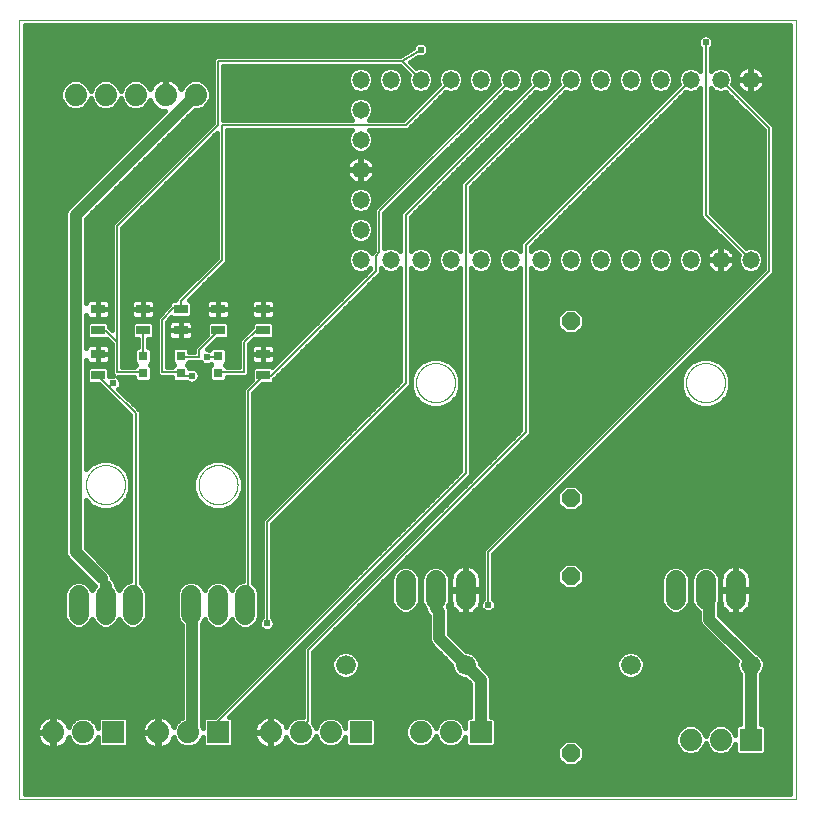
<source format=gtl>
G75*
%MOIN*%
%OFA0B0*%
%FSLAX25Y25*%
%IPPOS*%
%LPD*%
%AMOC8*
5,1,8,0,0,1.08239X$1,22.5*
%
%ADD10C,0.00000*%
%ADD11OC8,0.06000*%
%ADD12C,0.07400*%
%ADD13C,0.06600*%
%ADD14R,0.07400X0.07400*%
%ADD15R,0.03150X0.03150*%
%ADD16C,0.06600*%
%ADD17R,0.04724X0.03150*%
%ADD18C,0.05800*%
%ADD19C,0.01600*%
%ADD20C,0.00600*%
%ADD21C,0.02400*%
%ADD22C,0.04000*%
D10*
X0003099Y0001839D02*
X0261800Y0001839D01*
X0261800Y0261800D01*
X0003099Y0261800D01*
X0003099Y0001839D01*
X0025300Y0106800D02*
X0025302Y0106961D01*
X0025308Y0107121D01*
X0025318Y0107282D01*
X0025332Y0107442D01*
X0025350Y0107602D01*
X0025371Y0107761D01*
X0025397Y0107920D01*
X0025427Y0108078D01*
X0025460Y0108235D01*
X0025498Y0108392D01*
X0025539Y0108547D01*
X0025584Y0108701D01*
X0025633Y0108854D01*
X0025686Y0109006D01*
X0025742Y0109157D01*
X0025803Y0109306D01*
X0025866Y0109454D01*
X0025934Y0109600D01*
X0026005Y0109744D01*
X0026079Y0109886D01*
X0026157Y0110027D01*
X0026239Y0110165D01*
X0026324Y0110302D01*
X0026412Y0110436D01*
X0026504Y0110568D01*
X0026599Y0110698D01*
X0026697Y0110826D01*
X0026798Y0110951D01*
X0026902Y0111073D01*
X0027009Y0111193D01*
X0027119Y0111310D01*
X0027232Y0111425D01*
X0027348Y0111536D01*
X0027467Y0111645D01*
X0027588Y0111750D01*
X0027712Y0111853D01*
X0027838Y0111953D01*
X0027966Y0112049D01*
X0028097Y0112142D01*
X0028231Y0112232D01*
X0028366Y0112319D01*
X0028504Y0112402D01*
X0028643Y0112482D01*
X0028785Y0112558D01*
X0028928Y0112631D01*
X0029073Y0112700D01*
X0029220Y0112766D01*
X0029368Y0112828D01*
X0029518Y0112886D01*
X0029669Y0112941D01*
X0029822Y0112992D01*
X0029976Y0113039D01*
X0030131Y0113082D01*
X0030287Y0113121D01*
X0030443Y0113157D01*
X0030601Y0113188D01*
X0030759Y0113216D01*
X0030918Y0113240D01*
X0031078Y0113260D01*
X0031238Y0113276D01*
X0031398Y0113288D01*
X0031559Y0113296D01*
X0031720Y0113300D01*
X0031880Y0113300D01*
X0032041Y0113296D01*
X0032202Y0113288D01*
X0032362Y0113276D01*
X0032522Y0113260D01*
X0032682Y0113240D01*
X0032841Y0113216D01*
X0032999Y0113188D01*
X0033157Y0113157D01*
X0033313Y0113121D01*
X0033469Y0113082D01*
X0033624Y0113039D01*
X0033778Y0112992D01*
X0033931Y0112941D01*
X0034082Y0112886D01*
X0034232Y0112828D01*
X0034380Y0112766D01*
X0034527Y0112700D01*
X0034672Y0112631D01*
X0034815Y0112558D01*
X0034957Y0112482D01*
X0035096Y0112402D01*
X0035234Y0112319D01*
X0035369Y0112232D01*
X0035503Y0112142D01*
X0035634Y0112049D01*
X0035762Y0111953D01*
X0035888Y0111853D01*
X0036012Y0111750D01*
X0036133Y0111645D01*
X0036252Y0111536D01*
X0036368Y0111425D01*
X0036481Y0111310D01*
X0036591Y0111193D01*
X0036698Y0111073D01*
X0036802Y0110951D01*
X0036903Y0110826D01*
X0037001Y0110698D01*
X0037096Y0110568D01*
X0037188Y0110436D01*
X0037276Y0110302D01*
X0037361Y0110165D01*
X0037443Y0110027D01*
X0037521Y0109886D01*
X0037595Y0109744D01*
X0037666Y0109600D01*
X0037734Y0109454D01*
X0037797Y0109306D01*
X0037858Y0109157D01*
X0037914Y0109006D01*
X0037967Y0108854D01*
X0038016Y0108701D01*
X0038061Y0108547D01*
X0038102Y0108392D01*
X0038140Y0108235D01*
X0038173Y0108078D01*
X0038203Y0107920D01*
X0038229Y0107761D01*
X0038250Y0107602D01*
X0038268Y0107442D01*
X0038282Y0107282D01*
X0038292Y0107121D01*
X0038298Y0106961D01*
X0038300Y0106800D01*
X0038298Y0106639D01*
X0038292Y0106479D01*
X0038282Y0106318D01*
X0038268Y0106158D01*
X0038250Y0105998D01*
X0038229Y0105839D01*
X0038203Y0105680D01*
X0038173Y0105522D01*
X0038140Y0105365D01*
X0038102Y0105208D01*
X0038061Y0105053D01*
X0038016Y0104899D01*
X0037967Y0104746D01*
X0037914Y0104594D01*
X0037858Y0104443D01*
X0037797Y0104294D01*
X0037734Y0104146D01*
X0037666Y0104000D01*
X0037595Y0103856D01*
X0037521Y0103714D01*
X0037443Y0103573D01*
X0037361Y0103435D01*
X0037276Y0103298D01*
X0037188Y0103164D01*
X0037096Y0103032D01*
X0037001Y0102902D01*
X0036903Y0102774D01*
X0036802Y0102649D01*
X0036698Y0102527D01*
X0036591Y0102407D01*
X0036481Y0102290D01*
X0036368Y0102175D01*
X0036252Y0102064D01*
X0036133Y0101955D01*
X0036012Y0101850D01*
X0035888Y0101747D01*
X0035762Y0101647D01*
X0035634Y0101551D01*
X0035503Y0101458D01*
X0035369Y0101368D01*
X0035234Y0101281D01*
X0035096Y0101198D01*
X0034957Y0101118D01*
X0034815Y0101042D01*
X0034672Y0100969D01*
X0034527Y0100900D01*
X0034380Y0100834D01*
X0034232Y0100772D01*
X0034082Y0100714D01*
X0033931Y0100659D01*
X0033778Y0100608D01*
X0033624Y0100561D01*
X0033469Y0100518D01*
X0033313Y0100479D01*
X0033157Y0100443D01*
X0032999Y0100412D01*
X0032841Y0100384D01*
X0032682Y0100360D01*
X0032522Y0100340D01*
X0032362Y0100324D01*
X0032202Y0100312D01*
X0032041Y0100304D01*
X0031880Y0100300D01*
X0031720Y0100300D01*
X0031559Y0100304D01*
X0031398Y0100312D01*
X0031238Y0100324D01*
X0031078Y0100340D01*
X0030918Y0100360D01*
X0030759Y0100384D01*
X0030601Y0100412D01*
X0030443Y0100443D01*
X0030287Y0100479D01*
X0030131Y0100518D01*
X0029976Y0100561D01*
X0029822Y0100608D01*
X0029669Y0100659D01*
X0029518Y0100714D01*
X0029368Y0100772D01*
X0029220Y0100834D01*
X0029073Y0100900D01*
X0028928Y0100969D01*
X0028785Y0101042D01*
X0028643Y0101118D01*
X0028504Y0101198D01*
X0028366Y0101281D01*
X0028231Y0101368D01*
X0028097Y0101458D01*
X0027966Y0101551D01*
X0027838Y0101647D01*
X0027712Y0101747D01*
X0027588Y0101850D01*
X0027467Y0101955D01*
X0027348Y0102064D01*
X0027232Y0102175D01*
X0027119Y0102290D01*
X0027009Y0102407D01*
X0026902Y0102527D01*
X0026798Y0102649D01*
X0026697Y0102774D01*
X0026599Y0102902D01*
X0026504Y0103032D01*
X0026412Y0103164D01*
X0026324Y0103298D01*
X0026239Y0103435D01*
X0026157Y0103573D01*
X0026079Y0103714D01*
X0026005Y0103856D01*
X0025934Y0104000D01*
X0025866Y0104146D01*
X0025803Y0104294D01*
X0025742Y0104443D01*
X0025686Y0104594D01*
X0025633Y0104746D01*
X0025584Y0104899D01*
X0025539Y0105053D01*
X0025498Y0105208D01*
X0025460Y0105365D01*
X0025427Y0105522D01*
X0025397Y0105680D01*
X0025371Y0105839D01*
X0025350Y0105998D01*
X0025332Y0106158D01*
X0025318Y0106318D01*
X0025308Y0106479D01*
X0025302Y0106639D01*
X0025300Y0106800D01*
X0062800Y0106800D02*
X0062802Y0106961D01*
X0062808Y0107121D01*
X0062818Y0107282D01*
X0062832Y0107442D01*
X0062850Y0107602D01*
X0062871Y0107761D01*
X0062897Y0107920D01*
X0062927Y0108078D01*
X0062960Y0108235D01*
X0062998Y0108392D01*
X0063039Y0108547D01*
X0063084Y0108701D01*
X0063133Y0108854D01*
X0063186Y0109006D01*
X0063242Y0109157D01*
X0063303Y0109306D01*
X0063366Y0109454D01*
X0063434Y0109600D01*
X0063505Y0109744D01*
X0063579Y0109886D01*
X0063657Y0110027D01*
X0063739Y0110165D01*
X0063824Y0110302D01*
X0063912Y0110436D01*
X0064004Y0110568D01*
X0064099Y0110698D01*
X0064197Y0110826D01*
X0064298Y0110951D01*
X0064402Y0111073D01*
X0064509Y0111193D01*
X0064619Y0111310D01*
X0064732Y0111425D01*
X0064848Y0111536D01*
X0064967Y0111645D01*
X0065088Y0111750D01*
X0065212Y0111853D01*
X0065338Y0111953D01*
X0065466Y0112049D01*
X0065597Y0112142D01*
X0065731Y0112232D01*
X0065866Y0112319D01*
X0066004Y0112402D01*
X0066143Y0112482D01*
X0066285Y0112558D01*
X0066428Y0112631D01*
X0066573Y0112700D01*
X0066720Y0112766D01*
X0066868Y0112828D01*
X0067018Y0112886D01*
X0067169Y0112941D01*
X0067322Y0112992D01*
X0067476Y0113039D01*
X0067631Y0113082D01*
X0067787Y0113121D01*
X0067943Y0113157D01*
X0068101Y0113188D01*
X0068259Y0113216D01*
X0068418Y0113240D01*
X0068578Y0113260D01*
X0068738Y0113276D01*
X0068898Y0113288D01*
X0069059Y0113296D01*
X0069220Y0113300D01*
X0069380Y0113300D01*
X0069541Y0113296D01*
X0069702Y0113288D01*
X0069862Y0113276D01*
X0070022Y0113260D01*
X0070182Y0113240D01*
X0070341Y0113216D01*
X0070499Y0113188D01*
X0070657Y0113157D01*
X0070813Y0113121D01*
X0070969Y0113082D01*
X0071124Y0113039D01*
X0071278Y0112992D01*
X0071431Y0112941D01*
X0071582Y0112886D01*
X0071732Y0112828D01*
X0071880Y0112766D01*
X0072027Y0112700D01*
X0072172Y0112631D01*
X0072315Y0112558D01*
X0072457Y0112482D01*
X0072596Y0112402D01*
X0072734Y0112319D01*
X0072869Y0112232D01*
X0073003Y0112142D01*
X0073134Y0112049D01*
X0073262Y0111953D01*
X0073388Y0111853D01*
X0073512Y0111750D01*
X0073633Y0111645D01*
X0073752Y0111536D01*
X0073868Y0111425D01*
X0073981Y0111310D01*
X0074091Y0111193D01*
X0074198Y0111073D01*
X0074302Y0110951D01*
X0074403Y0110826D01*
X0074501Y0110698D01*
X0074596Y0110568D01*
X0074688Y0110436D01*
X0074776Y0110302D01*
X0074861Y0110165D01*
X0074943Y0110027D01*
X0075021Y0109886D01*
X0075095Y0109744D01*
X0075166Y0109600D01*
X0075234Y0109454D01*
X0075297Y0109306D01*
X0075358Y0109157D01*
X0075414Y0109006D01*
X0075467Y0108854D01*
X0075516Y0108701D01*
X0075561Y0108547D01*
X0075602Y0108392D01*
X0075640Y0108235D01*
X0075673Y0108078D01*
X0075703Y0107920D01*
X0075729Y0107761D01*
X0075750Y0107602D01*
X0075768Y0107442D01*
X0075782Y0107282D01*
X0075792Y0107121D01*
X0075798Y0106961D01*
X0075800Y0106800D01*
X0075798Y0106639D01*
X0075792Y0106479D01*
X0075782Y0106318D01*
X0075768Y0106158D01*
X0075750Y0105998D01*
X0075729Y0105839D01*
X0075703Y0105680D01*
X0075673Y0105522D01*
X0075640Y0105365D01*
X0075602Y0105208D01*
X0075561Y0105053D01*
X0075516Y0104899D01*
X0075467Y0104746D01*
X0075414Y0104594D01*
X0075358Y0104443D01*
X0075297Y0104294D01*
X0075234Y0104146D01*
X0075166Y0104000D01*
X0075095Y0103856D01*
X0075021Y0103714D01*
X0074943Y0103573D01*
X0074861Y0103435D01*
X0074776Y0103298D01*
X0074688Y0103164D01*
X0074596Y0103032D01*
X0074501Y0102902D01*
X0074403Y0102774D01*
X0074302Y0102649D01*
X0074198Y0102527D01*
X0074091Y0102407D01*
X0073981Y0102290D01*
X0073868Y0102175D01*
X0073752Y0102064D01*
X0073633Y0101955D01*
X0073512Y0101850D01*
X0073388Y0101747D01*
X0073262Y0101647D01*
X0073134Y0101551D01*
X0073003Y0101458D01*
X0072869Y0101368D01*
X0072734Y0101281D01*
X0072596Y0101198D01*
X0072457Y0101118D01*
X0072315Y0101042D01*
X0072172Y0100969D01*
X0072027Y0100900D01*
X0071880Y0100834D01*
X0071732Y0100772D01*
X0071582Y0100714D01*
X0071431Y0100659D01*
X0071278Y0100608D01*
X0071124Y0100561D01*
X0070969Y0100518D01*
X0070813Y0100479D01*
X0070657Y0100443D01*
X0070499Y0100412D01*
X0070341Y0100384D01*
X0070182Y0100360D01*
X0070022Y0100340D01*
X0069862Y0100324D01*
X0069702Y0100312D01*
X0069541Y0100304D01*
X0069380Y0100300D01*
X0069220Y0100300D01*
X0069059Y0100304D01*
X0068898Y0100312D01*
X0068738Y0100324D01*
X0068578Y0100340D01*
X0068418Y0100360D01*
X0068259Y0100384D01*
X0068101Y0100412D01*
X0067943Y0100443D01*
X0067787Y0100479D01*
X0067631Y0100518D01*
X0067476Y0100561D01*
X0067322Y0100608D01*
X0067169Y0100659D01*
X0067018Y0100714D01*
X0066868Y0100772D01*
X0066720Y0100834D01*
X0066573Y0100900D01*
X0066428Y0100969D01*
X0066285Y0101042D01*
X0066143Y0101118D01*
X0066004Y0101198D01*
X0065866Y0101281D01*
X0065731Y0101368D01*
X0065597Y0101458D01*
X0065466Y0101551D01*
X0065338Y0101647D01*
X0065212Y0101747D01*
X0065088Y0101850D01*
X0064967Y0101955D01*
X0064848Y0102064D01*
X0064732Y0102175D01*
X0064619Y0102290D01*
X0064509Y0102407D01*
X0064402Y0102527D01*
X0064298Y0102649D01*
X0064197Y0102774D01*
X0064099Y0102902D01*
X0064004Y0103032D01*
X0063912Y0103164D01*
X0063824Y0103298D01*
X0063739Y0103435D01*
X0063657Y0103573D01*
X0063579Y0103714D01*
X0063505Y0103856D01*
X0063434Y0104000D01*
X0063366Y0104146D01*
X0063303Y0104294D01*
X0063242Y0104443D01*
X0063186Y0104594D01*
X0063133Y0104746D01*
X0063084Y0104899D01*
X0063039Y0105053D01*
X0062998Y0105208D01*
X0062960Y0105365D01*
X0062927Y0105522D01*
X0062897Y0105680D01*
X0062871Y0105839D01*
X0062850Y0105998D01*
X0062832Y0106158D01*
X0062818Y0106318D01*
X0062808Y0106479D01*
X0062802Y0106639D01*
X0062800Y0106800D01*
X0135300Y0140800D02*
X0135302Y0140961D01*
X0135308Y0141121D01*
X0135318Y0141282D01*
X0135332Y0141442D01*
X0135350Y0141602D01*
X0135371Y0141761D01*
X0135397Y0141920D01*
X0135427Y0142078D01*
X0135460Y0142235D01*
X0135498Y0142392D01*
X0135539Y0142547D01*
X0135584Y0142701D01*
X0135633Y0142854D01*
X0135686Y0143006D01*
X0135742Y0143157D01*
X0135803Y0143306D01*
X0135866Y0143454D01*
X0135934Y0143600D01*
X0136005Y0143744D01*
X0136079Y0143886D01*
X0136157Y0144027D01*
X0136239Y0144165D01*
X0136324Y0144302D01*
X0136412Y0144436D01*
X0136504Y0144568D01*
X0136599Y0144698D01*
X0136697Y0144826D01*
X0136798Y0144951D01*
X0136902Y0145073D01*
X0137009Y0145193D01*
X0137119Y0145310D01*
X0137232Y0145425D01*
X0137348Y0145536D01*
X0137467Y0145645D01*
X0137588Y0145750D01*
X0137712Y0145853D01*
X0137838Y0145953D01*
X0137966Y0146049D01*
X0138097Y0146142D01*
X0138231Y0146232D01*
X0138366Y0146319D01*
X0138504Y0146402D01*
X0138643Y0146482D01*
X0138785Y0146558D01*
X0138928Y0146631D01*
X0139073Y0146700D01*
X0139220Y0146766D01*
X0139368Y0146828D01*
X0139518Y0146886D01*
X0139669Y0146941D01*
X0139822Y0146992D01*
X0139976Y0147039D01*
X0140131Y0147082D01*
X0140287Y0147121D01*
X0140443Y0147157D01*
X0140601Y0147188D01*
X0140759Y0147216D01*
X0140918Y0147240D01*
X0141078Y0147260D01*
X0141238Y0147276D01*
X0141398Y0147288D01*
X0141559Y0147296D01*
X0141720Y0147300D01*
X0141880Y0147300D01*
X0142041Y0147296D01*
X0142202Y0147288D01*
X0142362Y0147276D01*
X0142522Y0147260D01*
X0142682Y0147240D01*
X0142841Y0147216D01*
X0142999Y0147188D01*
X0143157Y0147157D01*
X0143313Y0147121D01*
X0143469Y0147082D01*
X0143624Y0147039D01*
X0143778Y0146992D01*
X0143931Y0146941D01*
X0144082Y0146886D01*
X0144232Y0146828D01*
X0144380Y0146766D01*
X0144527Y0146700D01*
X0144672Y0146631D01*
X0144815Y0146558D01*
X0144957Y0146482D01*
X0145096Y0146402D01*
X0145234Y0146319D01*
X0145369Y0146232D01*
X0145503Y0146142D01*
X0145634Y0146049D01*
X0145762Y0145953D01*
X0145888Y0145853D01*
X0146012Y0145750D01*
X0146133Y0145645D01*
X0146252Y0145536D01*
X0146368Y0145425D01*
X0146481Y0145310D01*
X0146591Y0145193D01*
X0146698Y0145073D01*
X0146802Y0144951D01*
X0146903Y0144826D01*
X0147001Y0144698D01*
X0147096Y0144568D01*
X0147188Y0144436D01*
X0147276Y0144302D01*
X0147361Y0144165D01*
X0147443Y0144027D01*
X0147521Y0143886D01*
X0147595Y0143744D01*
X0147666Y0143600D01*
X0147734Y0143454D01*
X0147797Y0143306D01*
X0147858Y0143157D01*
X0147914Y0143006D01*
X0147967Y0142854D01*
X0148016Y0142701D01*
X0148061Y0142547D01*
X0148102Y0142392D01*
X0148140Y0142235D01*
X0148173Y0142078D01*
X0148203Y0141920D01*
X0148229Y0141761D01*
X0148250Y0141602D01*
X0148268Y0141442D01*
X0148282Y0141282D01*
X0148292Y0141121D01*
X0148298Y0140961D01*
X0148300Y0140800D01*
X0148298Y0140639D01*
X0148292Y0140479D01*
X0148282Y0140318D01*
X0148268Y0140158D01*
X0148250Y0139998D01*
X0148229Y0139839D01*
X0148203Y0139680D01*
X0148173Y0139522D01*
X0148140Y0139365D01*
X0148102Y0139208D01*
X0148061Y0139053D01*
X0148016Y0138899D01*
X0147967Y0138746D01*
X0147914Y0138594D01*
X0147858Y0138443D01*
X0147797Y0138294D01*
X0147734Y0138146D01*
X0147666Y0138000D01*
X0147595Y0137856D01*
X0147521Y0137714D01*
X0147443Y0137573D01*
X0147361Y0137435D01*
X0147276Y0137298D01*
X0147188Y0137164D01*
X0147096Y0137032D01*
X0147001Y0136902D01*
X0146903Y0136774D01*
X0146802Y0136649D01*
X0146698Y0136527D01*
X0146591Y0136407D01*
X0146481Y0136290D01*
X0146368Y0136175D01*
X0146252Y0136064D01*
X0146133Y0135955D01*
X0146012Y0135850D01*
X0145888Y0135747D01*
X0145762Y0135647D01*
X0145634Y0135551D01*
X0145503Y0135458D01*
X0145369Y0135368D01*
X0145234Y0135281D01*
X0145096Y0135198D01*
X0144957Y0135118D01*
X0144815Y0135042D01*
X0144672Y0134969D01*
X0144527Y0134900D01*
X0144380Y0134834D01*
X0144232Y0134772D01*
X0144082Y0134714D01*
X0143931Y0134659D01*
X0143778Y0134608D01*
X0143624Y0134561D01*
X0143469Y0134518D01*
X0143313Y0134479D01*
X0143157Y0134443D01*
X0142999Y0134412D01*
X0142841Y0134384D01*
X0142682Y0134360D01*
X0142522Y0134340D01*
X0142362Y0134324D01*
X0142202Y0134312D01*
X0142041Y0134304D01*
X0141880Y0134300D01*
X0141720Y0134300D01*
X0141559Y0134304D01*
X0141398Y0134312D01*
X0141238Y0134324D01*
X0141078Y0134340D01*
X0140918Y0134360D01*
X0140759Y0134384D01*
X0140601Y0134412D01*
X0140443Y0134443D01*
X0140287Y0134479D01*
X0140131Y0134518D01*
X0139976Y0134561D01*
X0139822Y0134608D01*
X0139669Y0134659D01*
X0139518Y0134714D01*
X0139368Y0134772D01*
X0139220Y0134834D01*
X0139073Y0134900D01*
X0138928Y0134969D01*
X0138785Y0135042D01*
X0138643Y0135118D01*
X0138504Y0135198D01*
X0138366Y0135281D01*
X0138231Y0135368D01*
X0138097Y0135458D01*
X0137966Y0135551D01*
X0137838Y0135647D01*
X0137712Y0135747D01*
X0137588Y0135850D01*
X0137467Y0135955D01*
X0137348Y0136064D01*
X0137232Y0136175D01*
X0137119Y0136290D01*
X0137009Y0136407D01*
X0136902Y0136527D01*
X0136798Y0136649D01*
X0136697Y0136774D01*
X0136599Y0136902D01*
X0136504Y0137032D01*
X0136412Y0137164D01*
X0136324Y0137298D01*
X0136239Y0137435D01*
X0136157Y0137573D01*
X0136079Y0137714D01*
X0136005Y0137856D01*
X0135934Y0138000D01*
X0135866Y0138146D01*
X0135803Y0138294D01*
X0135742Y0138443D01*
X0135686Y0138594D01*
X0135633Y0138746D01*
X0135584Y0138899D01*
X0135539Y0139053D01*
X0135498Y0139208D01*
X0135460Y0139365D01*
X0135427Y0139522D01*
X0135397Y0139680D01*
X0135371Y0139839D01*
X0135350Y0139998D01*
X0135332Y0140158D01*
X0135318Y0140318D01*
X0135308Y0140479D01*
X0135302Y0140639D01*
X0135300Y0140800D01*
X0225300Y0140800D02*
X0225302Y0140961D01*
X0225308Y0141121D01*
X0225318Y0141282D01*
X0225332Y0141442D01*
X0225350Y0141602D01*
X0225371Y0141761D01*
X0225397Y0141920D01*
X0225427Y0142078D01*
X0225460Y0142235D01*
X0225498Y0142392D01*
X0225539Y0142547D01*
X0225584Y0142701D01*
X0225633Y0142854D01*
X0225686Y0143006D01*
X0225742Y0143157D01*
X0225803Y0143306D01*
X0225866Y0143454D01*
X0225934Y0143600D01*
X0226005Y0143744D01*
X0226079Y0143886D01*
X0226157Y0144027D01*
X0226239Y0144165D01*
X0226324Y0144302D01*
X0226412Y0144436D01*
X0226504Y0144568D01*
X0226599Y0144698D01*
X0226697Y0144826D01*
X0226798Y0144951D01*
X0226902Y0145073D01*
X0227009Y0145193D01*
X0227119Y0145310D01*
X0227232Y0145425D01*
X0227348Y0145536D01*
X0227467Y0145645D01*
X0227588Y0145750D01*
X0227712Y0145853D01*
X0227838Y0145953D01*
X0227966Y0146049D01*
X0228097Y0146142D01*
X0228231Y0146232D01*
X0228366Y0146319D01*
X0228504Y0146402D01*
X0228643Y0146482D01*
X0228785Y0146558D01*
X0228928Y0146631D01*
X0229073Y0146700D01*
X0229220Y0146766D01*
X0229368Y0146828D01*
X0229518Y0146886D01*
X0229669Y0146941D01*
X0229822Y0146992D01*
X0229976Y0147039D01*
X0230131Y0147082D01*
X0230287Y0147121D01*
X0230443Y0147157D01*
X0230601Y0147188D01*
X0230759Y0147216D01*
X0230918Y0147240D01*
X0231078Y0147260D01*
X0231238Y0147276D01*
X0231398Y0147288D01*
X0231559Y0147296D01*
X0231720Y0147300D01*
X0231880Y0147300D01*
X0232041Y0147296D01*
X0232202Y0147288D01*
X0232362Y0147276D01*
X0232522Y0147260D01*
X0232682Y0147240D01*
X0232841Y0147216D01*
X0232999Y0147188D01*
X0233157Y0147157D01*
X0233313Y0147121D01*
X0233469Y0147082D01*
X0233624Y0147039D01*
X0233778Y0146992D01*
X0233931Y0146941D01*
X0234082Y0146886D01*
X0234232Y0146828D01*
X0234380Y0146766D01*
X0234527Y0146700D01*
X0234672Y0146631D01*
X0234815Y0146558D01*
X0234957Y0146482D01*
X0235096Y0146402D01*
X0235234Y0146319D01*
X0235369Y0146232D01*
X0235503Y0146142D01*
X0235634Y0146049D01*
X0235762Y0145953D01*
X0235888Y0145853D01*
X0236012Y0145750D01*
X0236133Y0145645D01*
X0236252Y0145536D01*
X0236368Y0145425D01*
X0236481Y0145310D01*
X0236591Y0145193D01*
X0236698Y0145073D01*
X0236802Y0144951D01*
X0236903Y0144826D01*
X0237001Y0144698D01*
X0237096Y0144568D01*
X0237188Y0144436D01*
X0237276Y0144302D01*
X0237361Y0144165D01*
X0237443Y0144027D01*
X0237521Y0143886D01*
X0237595Y0143744D01*
X0237666Y0143600D01*
X0237734Y0143454D01*
X0237797Y0143306D01*
X0237858Y0143157D01*
X0237914Y0143006D01*
X0237967Y0142854D01*
X0238016Y0142701D01*
X0238061Y0142547D01*
X0238102Y0142392D01*
X0238140Y0142235D01*
X0238173Y0142078D01*
X0238203Y0141920D01*
X0238229Y0141761D01*
X0238250Y0141602D01*
X0238268Y0141442D01*
X0238282Y0141282D01*
X0238292Y0141121D01*
X0238298Y0140961D01*
X0238300Y0140800D01*
X0238298Y0140639D01*
X0238292Y0140479D01*
X0238282Y0140318D01*
X0238268Y0140158D01*
X0238250Y0139998D01*
X0238229Y0139839D01*
X0238203Y0139680D01*
X0238173Y0139522D01*
X0238140Y0139365D01*
X0238102Y0139208D01*
X0238061Y0139053D01*
X0238016Y0138899D01*
X0237967Y0138746D01*
X0237914Y0138594D01*
X0237858Y0138443D01*
X0237797Y0138294D01*
X0237734Y0138146D01*
X0237666Y0138000D01*
X0237595Y0137856D01*
X0237521Y0137714D01*
X0237443Y0137573D01*
X0237361Y0137435D01*
X0237276Y0137298D01*
X0237188Y0137164D01*
X0237096Y0137032D01*
X0237001Y0136902D01*
X0236903Y0136774D01*
X0236802Y0136649D01*
X0236698Y0136527D01*
X0236591Y0136407D01*
X0236481Y0136290D01*
X0236368Y0136175D01*
X0236252Y0136064D01*
X0236133Y0135955D01*
X0236012Y0135850D01*
X0235888Y0135747D01*
X0235762Y0135647D01*
X0235634Y0135551D01*
X0235503Y0135458D01*
X0235369Y0135368D01*
X0235234Y0135281D01*
X0235096Y0135198D01*
X0234957Y0135118D01*
X0234815Y0135042D01*
X0234672Y0134969D01*
X0234527Y0134900D01*
X0234380Y0134834D01*
X0234232Y0134772D01*
X0234082Y0134714D01*
X0233931Y0134659D01*
X0233778Y0134608D01*
X0233624Y0134561D01*
X0233469Y0134518D01*
X0233313Y0134479D01*
X0233157Y0134443D01*
X0232999Y0134412D01*
X0232841Y0134384D01*
X0232682Y0134360D01*
X0232522Y0134340D01*
X0232362Y0134324D01*
X0232202Y0134312D01*
X0232041Y0134304D01*
X0231880Y0134300D01*
X0231720Y0134300D01*
X0231559Y0134304D01*
X0231398Y0134312D01*
X0231238Y0134324D01*
X0231078Y0134340D01*
X0230918Y0134360D01*
X0230759Y0134384D01*
X0230601Y0134412D01*
X0230443Y0134443D01*
X0230287Y0134479D01*
X0230131Y0134518D01*
X0229976Y0134561D01*
X0229822Y0134608D01*
X0229669Y0134659D01*
X0229518Y0134714D01*
X0229368Y0134772D01*
X0229220Y0134834D01*
X0229073Y0134900D01*
X0228928Y0134969D01*
X0228785Y0135042D01*
X0228643Y0135118D01*
X0228504Y0135198D01*
X0228366Y0135281D01*
X0228231Y0135368D01*
X0228097Y0135458D01*
X0227966Y0135551D01*
X0227838Y0135647D01*
X0227712Y0135747D01*
X0227588Y0135850D01*
X0227467Y0135955D01*
X0227348Y0136064D01*
X0227232Y0136175D01*
X0227119Y0136290D01*
X0227009Y0136407D01*
X0226902Y0136527D01*
X0226798Y0136649D01*
X0226697Y0136774D01*
X0226599Y0136902D01*
X0226504Y0137032D01*
X0226412Y0137164D01*
X0226324Y0137298D01*
X0226239Y0137435D01*
X0226157Y0137573D01*
X0226079Y0137714D01*
X0226005Y0137856D01*
X0225934Y0138000D01*
X0225866Y0138146D01*
X0225803Y0138294D01*
X0225742Y0138443D01*
X0225686Y0138594D01*
X0225633Y0138746D01*
X0225584Y0138899D01*
X0225539Y0139053D01*
X0225498Y0139208D01*
X0225460Y0139365D01*
X0225427Y0139522D01*
X0225397Y0139680D01*
X0225371Y0139839D01*
X0225350Y0139998D01*
X0225332Y0140158D01*
X0225318Y0140318D01*
X0225308Y0140479D01*
X0225302Y0140639D01*
X0225300Y0140800D01*
D11*
X0186800Y0161300D03*
X0186800Y0102300D03*
X0186800Y0076300D03*
X0186800Y0017300D03*
D12*
X0146800Y0024300D03*
X0136800Y0024300D03*
X0106800Y0024300D03*
X0096800Y0024300D03*
X0086800Y0024300D03*
X0059300Y0024300D03*
X0049300Y0024300D03*
X0024300Y0024300D03*
X0014300Y0024300D03*
X0021800Y0236800D03*
X0031800Y0236800D03*
X0041800Y0236800D03*
X0051800Y0236800D03*
X0061800Y0236800D03*
X0226800Y0021800D03*
X0236800Y0021800D03*
D13*
X0246800Y0046800D03*
X0206800Y0046800D03*
X0151800Y0046800D03*
X0111800Y0046800D03*
D14*
X0116800Y0024300D03*
X0156800Y0024300D03*
X0069300Y0024300D03*
X0034300Y0024300D03*
X0246800Y0021800D03*
D15*
X0069300Y0143847D03*
X0069300Y0149753D03*
X0056800Y0149753D03*
X0056800Y0143847D03*
X0044300Y0143847D03*
X0044300Y0149753D03*
D16*
X0040800Y0070100D02*
X0040800Y0063500D01*
X0031800Y0063500D02*
X0031800Y0070100D01*
X0022800Y0070100D02*
X0022800Y0063500D01*
X0060300Y0063500D02*
X0060300Y0070100D01*
X0069300Y0070100D02*
X0069300Y0063500D01*
X0078300Y0063500D02*
X0078300Y0070100D01*
X0131800Y0068500D02*
X0131800Y0075100D01*
X0141800Y0075100D02*
X0141800Y0068500D01*
X0151800Y0068500D02*
X0151800Y0075100D01*
X0221800Y0075100D02*
X0221800Y0068500D01*
X0231800Y0068500D02*
X0231800Y0075100D01*
X0241800Y0075100D02*
X0241800Y0068500D01*
D17*
X0084300Y0143257D03*
X0084300Y0150343D03*
X0084300Y0158257D03*
X0084300Y0165343D03*
X0069300Y0165343D03*
X0069300Y0158257D03*
X0056800Y0158257D03*
X0056800Y0165343D03*
X0044300Y0165343D03*
X0044300Y0158257D03*
X0029300Y0158257D03*
X0029300Y0165343D03*
X0029300Y0150343D03*
X0029300Y0143257D03*
D18*
X0116800Y0181800D03*
X0116800Y0191800D03*
X0116800Y0201800D03*
X0116800Y0211800D03*
X0116800Y0221800D03*
X0116800Y0231800D03*
X0116800Y0241800D03*
X0126800Y0241800D03*
X0136800Y0241800D03*
X0146800Y0241800D03*
X0156800Y0241800D03*
X0166800Y0241800D03*
X0176800Y0241800D03*
X0186800Y0241800D03*
X0196800Y0241800D03*
X0206800Y0241800D03*
X0216800Y0241800D03*
X0226800Y0241800D03*
X0236800Y0241800D03*
X0246800Y0241800D03*
X0246800Y0181800D03*
X0236800Y0181800D03*
X0226800Y0181800D03*
X0216800Y0181800D03*
X0206800Y0181800D03*
X0196800Y0181800D03*
X0186800Y0181800D03*
X0176800Y0181800D03*
X0166800Y0181800D03*
X0156800Y0181800D03*
X0146800Y0181800D03*
X0136800Y0181800D03*
X0126800Y0181800D03*
D19*
X0123500Y0179019D02*
X0124364Y0178155D01*
X0125945Y0177500D01*
X0127655Y0177500D01*
X0129236Y0178155D01*
X0130100Y0179019D01*
X0130100Y0141254D01*
X0084846Y0096000D01*
X0083850Y0095004D01*
X0083850Y0062527D01*
X0083346Y0062023D01*
X0082950Y0061067D01*
X0082950Y0060033D01*
X0083346Y0059077D01*
X0084077Y0058346D01*
X0085033Y0057950D01*
X0086067Y0057950D01*
X0087023Y0058346D01*
X0087754Y0059077D01*
X0088150Y0060033D01*
X0088150Y0061067D01*
X0087754Y0062023D01*
X0087250Y0062527D01*
X0087250Y0093596D01*
X0133500Y0139846D01*
X0133500Y0179019D01*
X0134364Y0178155D01*
X0135945Y0177500D01*
X0137655Y0177500D01*
X0139236Y0178155D01*
X0140445Y0179364D01*
X0141100Y0180945D01*
X0141100Y0182655D01*
X0140445Y0184236D01*
X0139236Y0185445D01*
X0137655Y0186100D01*
X0135945Y0186100D01*
X0134364Y0185445D01*
X0133500Y0184581D01*
X0133500Y0196096D01*
X0175209Y0237805D01*
X0175945Y0237500D01*
X0177655Y0237500D01*
X0179236Y0238155D01*
X0180445Y0239364D01*
X0181100Y0240945D01*
X0181100Y0242655D01*
X0180445Y0244236D01*
X0179236Y0245445D01*
X0177655Y0246100D01*
X0175945Y0246100D01*
X0174364Y0245445D01*
X0173155Y0244236D01*
X0172500Y0242655D01*
X0172500Y0240945D01*
X0172805Y0240209D01*
X0131096Y0198500D01*
X0130100Y0197504D01*
X0130100Y0184581D01*
X0129236Y0185445D01*
X0127655Y0186100D01*
X0125945Y0186100D01*
X0124750Y0185605D01*
X0124750Y0197346D01*
X0165209Y0237805D01*
X0165945Y0237500D01*
X0167655Y0237500D01*
X0169236Y0238155D01*
X0170445Y0239364D01*
X0171100Y0240945D01*
X0171100Y0242655D01*
X0170445Y0244236D01*
X0169236Y0245445D01*
X0167655Y0246100D01*
X0165945Y0246100D01*
X0164364Y0245445D01*
X0163155Y0244236D01*
X0162500Y0242655D01*
X0162500Y0240945D01*
X0162805Y0240209D01*
X0122346Y0199750D01*
X0122346Y0199750D01*
X0121350Y0198754D01*
X0121350Y0185004D01*
X0121096Y0184750D01*
X0120485Y0184139D01*
X0120445Y0184236D01*
X0119236Y0185445D01*
X0117655Y0186100D01*
X0115945Y0186100D01*
X0114364Y0185445D01*
X0113155Y0184236D01*
X0112500Y0182655D01*
X0112500Y0180945D01*
X0113155Y0179364D01*
X0114364Y0178155D01*
X0115945Y0177500D01*
X0117655Y0177500D01*
X0119236Y0178155D01*
X0120100Y0179019D01*
X0120100Y0178754D01*
X0087410Y0146064D01*
X0087242Y0146231D01*
X0081358Y0146231D01*
X0080538Y0145411D01*
X0080538Y0141692D01*
X0078596Y0139750D01*
X0077600Y0138754D01*
X0077600Y0074800D01*
X0077365Y0074800D01*
X0075638Y0074084D01*
X0074316Y0072762D01*
X0073800Y0071518D01*
X0073284Y0072762D01*
X0071962Y0074084D01*
X0070235Y0074800D01*
X0068365Y0074800D01*
X0066638Y0074084D01*
X0065316Y0072762D01*
X0064800Y0071518D01*
X0064284Y0072762D01*
X0062962Y0074084D01*
X0061235Y0074800D01*
X0059365Y0074800D01*
X0057638Y0074084D01*
X0056316Y0072762D01*
X0055600Y0071035D01*
X0055600Y0062565D01*
X0056316Y0060838D01*
X0057150Y0060003D01*
X0057150Y0028930D01*
X0056411Y0028624D01*
X0054976Y0027189D01*
X0054510Y0026063D01*
X0054397Y0026411D01*
X0054004Y0027183D01*
X0053495Y0027883D01*
X0052883Y0028495D01*
X0052183Y0029004D01*
X0051411Y0029397D01*
X0050588Y0029665D01*
X0049733Y0029800D01*
X0049500Y0029800D01*
X0049500Y0024500D01*
X0049100Y0024500D01*
X0049100Y0029800D01*
X0048867Y0029800D01*
X0048012Y0029665D01*
X0047189Y0029397D01*
X0046417Y0029004D01*
X0045717Y0028495D01*
X0045105Y0027883D01*
X0044596Y0027183D01*
X0044203Y0026411D01*
X0043935Y0025588D01*
X0043800Y0024733D01*
X0043800Y0024500D01*
X0049100Y0024500D01*
X0049100Y0024100D01*
X0049500Y0024100D01*
X0049500Y0018800D01*
X0049733Y0018800D01*
X0050588Y0018935D01*
X0051411Y0019203D01*
X0052183Y0019596D01*
X0052883Y0020105D01*
X0053495Y0020717D01*
X0054004Y0021417D01*
X0054397Y0022189D01*
X0054510Y0022537D01*
X0054976Y0021411D01*
X0056411Y0019976D01*
X0058286Y0019200D01*
X0060314Y0019200D01*
X0062189Y0019976D01*
X0063624Y0021411D01*
X0064200Y0022803D01*
X0064200Y0020020D01*
X0065020Y0019200D01*
X0073580Y0019200D01*
X0074400Y0020020D01*
X0074400Y0028580D01*
X0073580Y0029400D01*
X0073054Y0029400D01*
X0153500Y0109846D01*
X0153500Y0179019D01*
X0154364Y0178155D01*
X0155945Y0177500D01*
X0157655Y0177500D01*
X0159236Y0178155D01*
X0160445Y0179364D01*
X0161100Y0180945D01*
X0161100Y0182655D01*
X0160445Y0184236D01*
X0159236Y0185445D01*
X0157655Y0186100D01*
X0155945Y0186100D01*
X0154364Y0185445D01*
X0153500Y0184581D01*
X0153500Y0206096D01*
X0185209Y0237805D01*
X0185945Y0237500D01*
X0187655Y0237500D01*
X0189236Y0238155D01*
X0190445Y0239364D01*
X0191100Y0240945D01*
X0191100Y0242655D01*
X0190445Y0244236D01*
X0189236Y0245445D01*
X0187655Y0246100D01*
X0185945Y0246100D01*
X0184364Y0245445D01*
X0183155Y0244236D01*
X0182500Y0242655D01*
X0182500Y0240945D01*
X0182805Y0240209D01*
X0151096Y0208500D01*
X0150100Y0207504D01*
X0150100Y0184581D01*
X0149236Y0185445D01*
X0147655Y0186100D01*
X0145945Y0186100D01*
X0144364Y0185445D01*
X0143155Y0184236D01*
X0142500Y0182655D01*
X0142500Y0180945D01*
X0143155Y0179364D01*
X0144364Y0178155D01*
X0145945Y0177500D01*
X0147655Y0177500D01*
X0149236Y0178155D01*
X0150100Y0179019D01*
X0150100Y0111254D01*
X0068596Y0029750D01*
X0068246Y0029400D01*
X0065020Y0029400D01*
X0064200Y0028580D01*
X0064200Y0025797D01*
X0063950Y0026401D01*
X0063950Y0060503D01*
X0064284Y0060838D01*
X0064800Y0062082D01*
X0065316Y0060838D01*
X0066638Y0059516D01*
X0068365Y0058800D01*
X0070235Y0058800D01*
X0071962Y0059516D01*
X0073284Y0060838D01*
X0073800Y0062082D01*
X0074316Y0060838D01*
X0075638Y0059516D01*
X0077365Y0058800D01*
X0079235Y0058800D01*
X0080962Y0059516D01*
X0082284Y0060838D01*
X0083000Y0062565D01*
X0083000Y0071035D01*
X0082284Y0072762D01*
X0081000Y0074047D01*
X0081000Y0137346D01*
X0083936Y0140282D01*
X0087242Y0140282D01*
X0088062Y0141102D01*
X0088062Y0141908D01*
X0088500Y0142346D01*
X0123500Y0177346D01*
X0123500Y0179019D01*
X0123500Y0178417D02*
X0124102Y0178417D01*
X0122973Y0176818D02*
X0130100Y0176818D01*
X0130100Y0175220D02*
X0121374Y0175220D01*
X0119776Y0173621D02*
X0130100Y0173621D01*
X0130100Y0172023D02*
X0118177Y0172023D01*
X0116578Y0170424D02*
X0130100Y0170424D01*
X0130100Y0168826D02*
X0114980Y0168826D01*
X0113381Y0167227D02*
X0130100Y0167227D01*
X0130100Y0165629D02*
X0111783Y0165629D01*
X0110184Y0164030D02*
X0130100Y0164030D01*
X0130100Y0162432D02*
X0108586Y0162432D01*
X0106987Y0160833D02*
X0130100Y0160833D01*
X0130100Y0159235D02*
X0105389Y0159235D01*
X0103790Y0157636D02*
X0130100Y0157636D01*
X0130100Y0156038D02*
X0102192Y0156038D01*
X0100593Y0154439D02*
X0130100Y0154439D01*
X0130100Y0152841D02*
X0098995Y0152841D01*
X0097396Y0151242D02*
X0130100Y0151242D01*
X0130100Y0149644D02*
X0095798Y0149644D01*
X0094199Y0148045D02*
X0130100Y0148045D01*
X0130100Y0146447D02*
X0092601Y0146447D01*
X0091002Y0144848D02*
X0130100Y0144848D01*
X0130100Y0143250D02*
X0089404Y0143250D01*
X0088062Y0141651D02*
X0130100Y0141651D01*
X0128898Y0140053D02*
X0083707Y0140053D01*
X0082108Y0138454D02*
X0127300Y0138454D01*
X0125701Y0136856D02*
X0081000Y0136856D01*
X0081000Y0135257D02*
X0124103Y0135257D01*
X0122504Y0133659D02*
X0081000Y0133659D01*
X0081000Y0132060D02*
X0120906Y0132060D01*
X0119307Y0130462D02*
X0081000Y0130462D01*
X0081000Y0128863D02*
X0117709Y0128863D01*
X0116110Y0127265D02*
X0081000Y0127265D01*
X0081000Y0125666D02*
X0114512Y0125666D01*
X0112913Y0124068D02*
X0081000Y0124068D01*
X0081000Y0122469D02*
X0111315Y0122469D01*
X0109716Y0120870D02*
X0081000Y0120870D01*
X0081000Y0119272D02*
X0108118Y0119272D01*
X0106519Y0117673D02*
X0081000Y0117673D01*
X0081000Y0116075D02*
X0104921Y0116075D01*
X0103322Y0114476D02*
X0081000Y0114476D01*
X0081000Y0112878D02*
X0101724Y0112878D01*
X0100125Y0111279D02*
X0081000Y0111279D01*
X0081000Y0109681D02*
X0098527Y0109681D01*
X0096928Y0108082D02*
X0081000Y0108082D01*
X0081000Y0106484D02*
X0095330Y0106484D01*
X0093731Y0104885D02*
X0081000Y0104885D01*
X0081000Y0103287D02*
X0092133Y0103287D01*
X0090534Y0101688D02*
X0081000Y0101688D01*
X0081000Y0100090D02*
X0088936Y0100090D01*
X0087337Y0098491D02*
X0081000Y0098491D01*
X0081000Y0096893D02*
X0085739Y0096893D01*
X0084140Y0095294D02*
X0081000Y0095294D01*
X0081000Y0093696D02*
X0083850Y0093696D01*
X0083850Y0092097D02*
X0081000Y0092097D01*
X0081000Y0090499D02*
X0083850Y0090499D01*
X0083850Y0088900D02*
X0081000Y0088900D01*
X0081000Y0087302D02*
X0083850Y0087302D01*
X0083850Y0085703D02*
X0081000Y0085703D01*
X0081000Y0084105D02*
X0083850Y0084105D01*
X0083850Y0082506D02*
X0081000Y0082506D01*
X0081000Y0080908D02*
X0083850Y0080908D01*
X0083850Y0079309D02*
X0081000Y0079309D01*
X0081000Y0077711D02*
X0083850Y0077711D01*
X0083850Y0076112D02*
X0081000Y0076112D01*
X0081000Y0074514D02*
X0083850Y0074514D01*
X0083850Y0072915D02*
X0082132Y0072915D01*
X0082883Y0071317D02*
X0083850Y0071317D01*
X0083850Y0069718D02*
X0083000Y0069718D01*
X0083000Y0068120D02*
X0083850Y0068120D01*
X0083850Y0066521D02*
X0083000Y0066521D01*
X0083000Y0064923D02*
X0083850Y0064923D01*
X0083850Y0063324D02*
X0083000Y0063324D01*
X0083223Y0061726D02*
X0082652Y0061726D01*
X0082950Y0060127D02*
X0081574Y0060127D01*
X0083895Y0058529D02*
X0063950Y0058529D01*
X0063950Y0060127D02*
X0066026Y0060127D01*
X0064948Y0061726D02*
X0064652Y0061726D01*
X0063950Y0056930D02*
X0095776Y0056930D01*
X0097374Y0058529D02*
X0087205Y0058529D01*
X0088150Y0060127D02*
X0098973Y0060127D01*
X0100571Y0061726D02*
X0087877Y0061726D01*
X0087250Y0063324D02*
X0102170Y0063324D01*
X0103768Y0064923D02*
X0087250Y0064923D01*
X0087250Y0066521D02*
X0105367Y0066521D01*
X0106965Y0068120D02*
X0087250Y0068120D01*
X0087250Y0069718D02*
X0108564Y0069718D01*
X0110162Y0071317D02*
X0087250Y0071317D01*
X0087250Y0072915D02*
X0111761Y0072915D01*
X0113359Y0074514D02*
X0087250Y0074514D01*
X0087250Y0076112D02*
X0114958Y0076112D01*
X0116557Y0077711D02*
X0087250Y0077711D01*
X0087250Y0079309D02*
X0118155Y0079309D01*
X0119754Y0080908D02*
X0087250Y0080908D01*
X0087250Y0082506D02*
X0121352Y0082506D01*
X0122951Y0084105D02*
X0087250Y0084105D01*
X0087250Y0085703D02*
X0124549Y0085703D01*
X0126148Y0087302D02*
X0087250Y0087302D01*
X0087250Y0088900D02*
X0127746Y0088900D01*
X0129345Y0090499D02*
X0087250Y0090499D01*
X0087250Y0092097D02*
X0130943Y0092097D01*
X0132542Y0093696D02*
X0087350Y0093696D01*
X0088948Y0095294D02*
X0134140Y0095294D01*
X0135739Y0096893D02*
X0090547Y0096893D01*
X0092145Y0098491D02*
X0137337Y0098491D01*
X0138936Y0100090D02*
X0093744Y0100090D01*
X0095343Y0101688D02*
X0140534Y0101688D01*
X0142133Y0103287D02*
X0096941Y0103287D01*
X0098540Y0104885D02*
X0143731Y0104885D01*
X0145330Y0106484D02*
X0100138Y0106484D01*
X0101737Y0108082D02*
X0146928Y0108082D01*
X0148527Y0109681D02*
X0103335Y0109681D01*
X0104934Y0111279D02*
X0150100Y0111279D01*
X0150100Y0112878D02*
X0106532Y0112878D01*
X0108131Y0114476D02*
X0150100Y0114476D01*
X0150100Y0116075D02*
X0109729Y0116075D01*
X0111328Y0117673D02*
X0150100Y0117673D01*
X0150100Y0119272D02*
X0112926Y0119272D01*
X0114525Y0120870D02*
X0150100Y0120870D01*
X0150100Y0122469D02*
X0116123Y0122469D01*
X0117722Y0124068D02*
X0150100Y0124068D01*
X0150100Y0125666D02*
X0119320Y0125666D01*
X0120919Y0127265D02*
X0150100Y0127265D01*
X0150100Y0128863D02*
X0122517Y0128863D01*
X0124116Y0130462D02*
X0150100Y0130462D01*
X0150100Y0132060D02*
X0125714Y0132060D01*
X0127313Y0133659D02*
X0137352Y0133659D01*
X0137098Y0133764D02*
X0140149Y0132500D01*
X0143451Y0132500D01*
X0146502Y0133764D01*
X0148836Y0136098D01*
X0150100Y0139149D01*
X0150100Y0142451D01*
X0148836Y0145502D01*
X0146502Y0147836D01*
X0143451Y0149100D01*
X0140149Y0149100D01*
X0137098Y0147836D01*
X0134764Y0145502D01*
X0133500Y0142451D01*
X0133500Y0139149D01*
X0134764Y0136098D01*
X0137098Y0133764D01*
X0135605Y0135257D02*
X0128911Y0135257D01*
X0130510Y0136856D02*
X0134450Y0136856D01*
X0133788Y0138454D02*
X0132108Y0138454D01*
X0133500Y0140053D02*
X0133500Y0140053D01*
X0133500Y0141651D02*
X0133500Y0141651D01*
X0133500Y0143250D02*
X0133831Y0143250D01*
X0133500Y0144848D02*
X0134493Y0144848D01*
X0133500Y0146447D02*
X0135709Y0146447D01*
X0137602Y0148045D02*
X0133500Y0148045D01*
X0133500Y0149644D02*
X0150100Y0149644D01*
X0150100Y0151242D02*
X0133500Y0151242D01*
X0133500Y0152841D02*
X0150100Y0152841D01*
X0150100Y0154439D02*
X0133500Y0154439D01*
X0133500Y0156038D02*
X0150100Y0156038D01*
X0150100Y0157636D02*
X0133500Y0157636D01*
X0133500Y0159235D02*
X0150100Y0159235D01*
X0150100Y0160833D02*
X0133500Y0160833D01*
X0133500Y0162432D02*
X0150100Y0162432D01*
X0150100Y0164030D02*
X0133500Y0164030D01*
X0133500Y0165629D02*
X0150100Y0165629D01*
X0150100Y0167227D02*
X0133500Y0167227D01*
X0133500Y0168826D02*
X0150100Y0168826D01*
X0150100Y0170424D02*
X0133500Y0170424D01*
X0133500Y0172023D02*
X0150100Y0172023D01*
X0150100Y0173621D02*
X0133500Y0173621D01*
X0133500Y0175220D02*
X0150100Y0175220D01*
X0150100Y0176818D02*
X0133500Y0176818D01*
X0133500Y0178417D02*
X0134102Y0178417D01*
X0130100Y0178417D02*
X0129498Y0178417D01*
X0129870Y0184811D02*
X0130100Y0184811D01*
X0130100Y0186409D02*
X0124750Y0186409D01*
X0124750Y0188008D02*
X0130100Y0188008D01*
X0130100Y0189606D02*
X0124750Y0189606D01*
X0124750Y0191205D02*
X0130100Y0191205D01*
X0130100Y0192803D02*
X0124750Y0192803D01*
X0124750Y0194402D02*
X0130100Y0194402D01*
X0130100Y0196001D02*
X0124750Y0196001D01*
X0125003Y0197599D02*
X0130195Y0197599D01*
X0131793Y0199198D02*
X0126602Y0199198D01*
X0128200Y0200796D02*
X0133392Y0200796D01*
X0134990Y0202395D02*
X0129799Y0202395D01*
X0131397Y0203993D02*
X0136589Y0203993D01*
X0138187Y0205592D02*
X0132996Y0205592D01*
X0134594Y0207190D02*
X0139786Y0207190D01*
X0141384Y0208789D02*
X0136193Y0208789D01*
X0137791Y0210387D02*
X0142983Y0210387D01*
X0144581Y0211986D02*
X0139390Y0211986D01*
X0140988Y0213584D02*
X0146180Y0213584D01*
X0147778Y0215183D02*
X0142587Y0215183D01*
X0144185Y0216781D02*
X0149377Y0216781D01*
X0150976Y0218380D02*
X0145784Y0218380D01*
X0147382Y0219978D02*
X0152574Y0219978D01*
X0154173Y0221577D02*
X0148981Y0221577D01*
X0150579Y0223175D02*
X0155771Y0223175D01*
X0157370Y0224774D02*
X0152178Y0224774D01*
X0153776Y0226372D02*
X0158968Y0226372D01*
X0160567Y0227971D02*
X0155375Y0227971D01*
X0156973Y0229569D02*
X0162165Y0229569D01*
X0163764Y0231168D02*
X0158572Y0231168D01*
X0160170Y0232766D02*
X0165362Y0232766D01*
X0166961Y0234365D02*
X0161769Y0234365D01*
X0163367Y0235963D02*
X0168559Y0235963D01*
X0167805Y0237562D02*
X0170158Y0237562D01*
X0170241Y0239160D02*
X0171756Y0239160D01*
X0171023Y0240759D02*
X0172577Y0240759D01*
X0172500Y0242357D02*
X0171100Y0242357D01*
X0170561Y0243956D02*
X0173039Y0243956D01*
X0174627Y0245554D02*
X0168973Y0245554D01*
X0164627Y0245554D02*
X0158973Y0245554D01*
X0159236Y0245445D02*
X0157655Y0246100D01*
X0155945Y0246100D01*
X0154364Y0245445D01*
X0153155Y0244236D01*
X0152500Y0242655D01*
X0152500Y0240945D01*
X0153155Y0239364D01*
X0154364Y0238155D01*
X0155945Y0237500D01*
X0157655Y0237500D01*
X0159236Y0238155D01*
X0160445Y0239364D01*
X0161100Y0240945D01*
X0161100Y0242655D01*
X0160445Y0244236D01*
X0159236Y0245445D01*
X0160561Y0243956D02*
X0163039Y0243956D01*
X0162500Y0242357D02*
X0161100Y0242357D01*
X0161023Y0240759D02*
X0162577Y0240759D01*
X0161756Y0239160D02*
X0160241Y0239160D01*
X0160158Y0237562D02*
X0157805Y0237562D01*
X0158559Y0235963D02*
X0143367Y0235963D01*
X0141769Y0234365D02*
X0156961Y0234365D01*
X0155362Y0232766D02*
X0140170Y0232766D01*
X0138572Y0231168D02*
X0153764Y0231168D01*
X0152165Y0229569D02*
X0136973Y0229569D01*
X0135375Y0227971D02*
X0150567Y0227971D01*
X0148968Y0226372D02*
X0133776Y0226372D01*
X0133500Y0226096D02*
X0145209Y0237805D01*
X0145945Y0237500D01*
X0147655Y0237500D01*
X0149236Y0238155D01*
X0150445Y0239364D01*
X0151100Y0240945D01*
X0151100Y0242655D01*
X0150445Y0244236D01*
X0149236Y0245445D01*
X0147655Y0246100D01*
X0145945Y0246100D01*
X0144364Y0245445D01*
X0143155Y0244236D01*
X0142500Y0242655D01*
X0142500Y0240945D01*
X0142805Y0240209D01*
X0131096Y0228500D01*
X0119581Y0228500D01*
X0120445Y0229364D01*
X0121100Y0230945D01*
X0121100Y0232655D01*
X0120445Y0234236D01*
X0119236Y0235445D01*
X0117655Y0236100D01*
X0115945Y0236100D01*
X0114364Y0235445D01*
X0113155Y0234236D01*
X0112500Y0232655D01*
X0112500Y0230945D01*
X0113155Y0229364D01*
X0114019Y0228500D01*
X0071000Y0228500D01*
X0071000Y0246350D01*
X0129846Y0246350D01*
X0132805Y0243391D01*
X0132500Y0242655D01*
X0132500Y0240945D01*
X0133155Y0239364D01*
X0134364Y0238155D01*
X0135945Y0237500D01*
X0137655Y0237500D01*
X0139236Y0238155D01*
X0140445Y0239364D01*
X0141100Y0240945D01*
X0141100Y0242655D01*
X0140445Y0244236D01*
X0139236Y0245445D01*
X0137655Y0246100D01*
X0135945Y0246100D01*
X0135209Y0245795D01*
X0133292Y0247712D01*
X0135980Y0249325D01*
X0136283Y0249200D01*
X0137317Y0249200D01*
X0138273Y0249596D01*
X0139004Y0250327D01*
X0139400Y0251283D01*
X0139400Y0252317D01*
X0139004Y0253273D01*
X0138273Y0254004D01*
X0137317Y0254400D01*
X0136283Y0254400D01*
X0135327Y0254004D01*
X0134596Y0253273D01*
X0134200Y0252317D01*
X0134200Y0252223D01*
X0130079Y0249750D01*
X0068596Y0249750D01*
X0067600Y0248754D01*
X0067600Y0227504D01*
X0034846Y0194750D01*
X0034846Y0194750D01*
X0033850Y0193754D01*
X0033850Y0158404D01*
X0033500Y0158754D01*
X0033062Y0159192D01*
X0033062Y0160411D01*
X0032242Y0161231D01*
X0026358Y0161231D01*
X0025538Y0160411D01*
X0025538Y0156102D01*
X0026358Y0155282D01*
X0032164Y0155282D01*
X0033850Y0153596D01*
X0033850Y0143596D01*
X0034296Y0143150D01*
X0033783Y0143150D01*
X0033062Y0142851D01*
X0033062Y0145411D01*
X0032242Y0146231D01*
X0026358Y0146231D01*
X0025538Y0145411D01*
X0025538Y0141102D01*
X0026358Y0140282D01*
X0029664Y0140282D01*
X0031350Y0138596D01*
X0032346Y0137600D01*
X0040100Y0129846D01*
X0040100Y0074800D01*
X0039865Y0074800D01*
X0038138Y0074084D01*
X0036816Y0072762D01*
X0036300Y0071518D01*
X0035784Y0072762D01*
X0035200Y0073347D01*
X0035200Y0073726D01*
X0034682Y0074976D01*
X0033950Y0075708D01*
X0033950Y0076226D01*
X0033432Y0077476D01*
X0025200Y0085708D01*
X0025200Y0101662D01*
X0027098Y0099764D01*
X0030149Y0098500D01*
X0033451Y0098500D01*
X0036502Y0099764D01*
X0038836Y0102098D01*
X0040100Y0105149D01*
X0040100Y0108451D01*
X0038836Y0111502D01*
X0036502Y0113836D01*
X0033451Y0115100D01*
X0030149Y0115100D01*
X0027098Y0113836D01*
X0025200Y0111938D01*
X0025200Y0148299D01*
X0025260Y0148074D01*
X0025497Y0147663D01*
X0025833Y0147328D01*
X0026243Y0147091D01*
X0026701Y0146969D01*
X0029300Y0146968D01*
X0029300Y0150343D01*
X0029300Y0146969D01*
X0031899Y0146969D01*
X0032357Y0147091D01*
X0032767Y0147328D01*
X0033103Y0147663D01*
X0033340Y0148074D01*
X0033462Y0148532D01*
X0033462Y0150343D01*
X0029300Y0150343D01*
X0029300Y0150343D01*
X0029300Y0150343D01*
X0033462Y0150343D01*
X0033462Y0152155D01*
X0033340Y0152613D01*
X0033103Y0153023D01*
X0032767Y0153358D01*
X0032357Y0153595D01*
X0031899Y0153718D01*
X0029300Y0153718D01*
X0029300Y0150343D01*
X0029300Y0153718D01*
X0026701Y0153718D01*
X0026243Y0153595D01*
X0025833Y0153358D01*
X0025497Y0153023D01*
X0025260Y0152613D01*
X0025200Y0152387D01*
X0025200Y0163299D01*
X0025260Y0163074D01*
X0025497Y0162663D01*
X0025833Y0162328D01*
X0026243Y0162091D01*
X0026701Y0161969D01*
X0029300Y0161968D01*
X0029300Y0165343D01*
X0029300Y0161969D01*
X0031899Y0161969D01*
X0032357Y0162091D01*
X0032767Y0162328D01*
X0033103Y0162663D01*
X0033340Y0163074D01*
X0033462Y0163532D01*
X0033462Y0165343D01*
X0029300Y0165343D01*
X0029300Y0165343D01*
X0029300Y0165343D01*
X0033462Y0165343D01*
X0033462Y0167155D01*
X0033340Y0167613D01*
X0033103Y0168023D01*
X0032767Y0168358D01*
X0032357Y0168595D01*
X0031899Y0168718D01*
X0029300Y0168718D01*
X0029300Y0165343D01*
X0029300Y0168718D01*
X0026701Y0168718D01*
X0026243Y0168595D01*
X0025833Y0168358D01*
X0025497Y0168023D01*
X0025260Y0167613D01*
X0025200Y0167387D01*
X0025200Y0195392D01*
X0061508Y0231700D01*
X0062814Y0231700D01*
X0064689Y0232476D01*
X0066124Y0233911D01*
X0066900Y0235786D01*
X0066900Y0237814D01*
X0066124Y0239689D01*
X0064689Y0241124D01*
X0062814Y0241900D01*
X0060786Y0241900D01*
X0058911Y0241124D01*
X0057476Y0239689D01*
X0057010Y0238563D01*
X0056897Y0238911D01*
X0056504Y0239683D01*
X0055995Y0240383D01*
X0055383Y0240995D01*
X0054683Y0241504D01*
X0053911Y0241897D01*
X0053088Y0242165D01*
X0052233Y0242300D01*
X0052000Y0242300D01*
X0052000Y0237000D01*
X0051600Y0237000D01*
X0051600Y0242300D01*
X0051367Y0242300D01*
X0050512Y0242165D01*
X0049689Y0241897D01*
X0048917Y0241504D01*
X0048217Y0240995D01*
X0047605Y0240383D01*
X0047096Y0239683D01*
X0046703Y0238911D01*
X0046590Y0238563D01*
X0046124Y0239689D01*
X0044689Y0241124D01*
X0042814Y0241900D01*
X0040786Y0241900D01*
X0038911Y0241124D01*
X0037476Y0239689D01*
X0036800Y0238056D01*
X0036124Y0239689D01*
X0034689Y0241124D01*
X0032814Y0241900D01*
X0030786Y0241900D01*
X0028911Y0241124D01*
X0027476Y0239689D01*
X0026800Y0238056D01*
X0026124Y0239689D01*
X0024689Y0241124D01*
X0022814Y0241900D01*
X0020786Y0241900D01*
X0018911Y0241124D01*
X0017476Y0239689D01*
X0016700Y0237814D01*
X0016700Y0235786D01*
X0017476Y0233911D01*
X0018911Y0232476D01*
X0020786Y0231700D01*
X0022814Y0231700D01*
X0024689Y0232476D01*
X0026124Y0233911D01*
X0026800Y0235544D01*
X0027476Y0233911D01*
X0028911Y0232476D01*
X0030786Y0231700D01*
X0032814Y0231700D01*
X0034689Y0232476D01*
X0036124Y0233911D01*
X0036800Y0235544D01*
X0037476Y0233911D01*
X0038911Y0232476D01*
X0040786Y0231700D01*
X0042814Y0231700D01*
X0044689Y0232476D01*
X0046124Y0233911D01*
X0046590Y0235037D01*
X0046703Y0234689D01*
X0047096Y0233917D01*
X0047605Y0233217D01*
X0048217Y0232605D01*
X0048917Y0232096D01*
X0049689Y0231703D01*
X0050512Y0231435D01*
X0051367Y0231300D01*
X0051492Y0231300D01*
X0019874Y0199682D01*
X0018918Y0198726D01*
X0018400Y0197476D01*
X0018400Y0083624D01*
X0018918Y0082374D01*
X0028172Y0073119D01*
X0027816Y0072762D01*
X0027300Y0071518D01*
X0026784Y0072762D01*
X0025462Y0074084D01*
X0023735Y0074800D01*
X0021865Y0074800D01*
X0020138Y0074084D01*
X0018816Y0072762D01*
X0018100Y0071035D01*
X0018100Y0062565D01*
X0018816Y0060838D01*
X0020138Y0059516D01*
X0021865Y0058800D01*
X0023735Y0058800D01*
X0025462Y0059516D01*
X0026784Y0060838D01*
X0027300Y0062082D01*
X0027816Y0060838D01*
X0029138Y0059516D01*
X0030865Y0058800D01*
X0032735Y0058800D01*
X0034462Y0059516D01*
X0035784Y0060838D01*
X0036300Y0062082D01*
X0036816Y0060838D01*
X0038138Y0059516D01*
X0039865Y0058800D01*
X0041735Y0058800D01*
X0043462Y0059516D01*
X0044784Y0060838D01*
X0045500Y0062565D01*
X0045500Y0071035D01*
X0044784Y0072762D01*
X0043500Y0074047D01*
X0043500Y0131254D01*
X0042504Y0132250D01*
X0036091Y0138664D01*
X0036504Y0139077D01*
X0036900Y0140033D01*
X0036900Y0141067D01*
X0036504Y0142023D01*
X0035927Y0142600D01*
X0041325Y0142600D01*
X0041325Y0141693D01*
X0042145Y0140872D01*
X0046455Y0140872D01*
X0047275Y0141693D01*
X0047275Y0146002D01*
X0046477Y0146800D01*
X0047275Y0147598D01*
X0047275Y0151907D01*
X0046455Y0152728D01*
X0046000Y0152728D01*
X0046000Y0155282D01*
X0047242Y0155282D01*
X0048062Y0156102D01*
X0048062Y0160411D01*
X0047242Y0161231D01*
X0041358Y0161231D01*
X0040538Y0160411D01*
X0040538Y0156102D01*
X0041358Y0155282D01*
X0042600Y0155282D01*
X0042600Y0152728D01*
X0042145Y0152728D01*
X0041325Y0151907D01*
X0041325Y0147598D01*
X0042123Y0146800D01*
X0041325Y0146002D01*
X0041325Y0146000D01*
X0037250Y0146000D01*
X0037250Y0192346D01*
X0068850Y0223946D01*
X0068850Y0182504D01*
X0056096Y0169750D01*
X0055100Y0168754D01*
X0055100Y0168318D01*
X0053858Y0168318D01*
X0053038Y0167498D01*
X0053038Y0166692D01*
X0052600Y0166254D01*
X0048850Y0162504D01*
X0048850Y0143596D01*
X0049846Y0142600D01*
X0053825Y0142600D01*
X0053825Y0141693D01*
X0054645Y0140872D01*
X0058955Y0140872D01*
X0059003Y0140920D01*
X0059077Y0140846D01*
X0060033Y0140450D01*
X0061067Y0140450D01*
X0062023Y0140846D01*
X0062754Y0141577D01*
X0063150Y0142533D01*
X0063150Y0143567D01*
X0062754Y0144523D01*
X0062023Y0145254D01*
X0061067Y0145650D01*
X0060033Y0145650D01*
X0059775Y0145543D01*
X0059775Y0146002D01*
X0058977Y0146800D01*
X0059775Y0147598D01*
X0059775Y0147600D01*
X0063573Y0147600D01*
X0064077Y0147096D01*
X0065033Y0146700D01*
X0066067Y0146700D01*
X0066885Y0147039D01*
X0067123Y0146800D01*
X0066325Y0146002D01*
X0066325Y0141693D01*
X0067145Y0140872D01*
X0071455Y0140872D01*
X0072275Y0141693D01*
X0072275Y0142600D01*
X0078754Y0142600D01*
X0079750Y0143596D01*
X0079750Y0153596D01*
X0081436Y0155282D01*
X0087242Y0155282D01*
X0088062Y0156102D01*
X0088062Y0160411D01*
X0087242Y0161231D01*
X0081358Y0161231D01*
X0080538Y0160411D01*
X0080538Y0159192D01*
X0080100Y0158754D01*
X0076350Y0155004D01*
X0076350Y0146000D01*
X0072275Y0146000D01*
X0072275Y0146002D01*
X0071477Y0146800D01*
X0072275Y0147598D01*
X0072275Y0151907D01*
X0071455Y0152728D01*
X0067145Y0152728D01*
X0066325Y0151907D01*
X0066325Y0151793D01*
X0066067Y0151900D01*
X0065554Y0151900D01*
X0068936Y0155282D01*
X0072242Y0155282D01*
X0073062Y0156102D01*
X0073062Y0160411D01*
X0072242Y0161231D01*
X0066358Y0161231D01*
X0065538Y0160411D01*
X0065538Y0156692D01*
X0061350Y0152504D01*
X0061350Y0151000D01*
X0059775Y0151000D01*
X0059775Y0151907D01*
X0058955Y0152728D01*
X0054645Y0152728D01*
X0053825Y0151907D01*
X0053825Y0147598D01*
X0054623Y0146800D01*
X0053825Y0146002D01*
X0053825Y0146000D01*
X0052250Y0146000D01*
X0052250Y0161096D01*
X0053690Y0162536D01*
X0053858Y0162369D01*
X0059742Y0162369D01*
X0060562Y0163189D01*
X0060562Y0167498D01*
X0059742Y0168318D01*
X0059472Y0168318D01*
X0072250Y0181096D01*
X0072250Y0225100D01*
X0114019Y0225100D01*
X0113155Y0224236D01*
X0112500Y0222655D01*
X0112500Y0220945D01*
X0113155Y0219364D01*
X0114364Y0218155D01*
X0115945Y0217500D01*
X0117655Y0217500D01*
X0119236Y0218155D01*
X0120445Y0219364D01*
X0121100Y0220945D01*
X0121100Y0222655D01*
X0120445Y0224236D01*
X0119581Y0225100D01*
X0132504Y0225100D01*
X0133500Y0226096D01*
X0132165Y0229569D02*
X0120530Y0229569D01*
X0121100Y0231168D02*
X0133764Y0231168D01*
X0135362Y0232766D02*
X0121054Y0232766D01*
X0120316Y0234365D02*
X0136961Y0234365D01*
X0138559Y0235963D02*
X0117985Y0235963D01*
X0117655Y0237500D02*
X0115945Y0237500D01*
X0114364Y0238155D01*
X0113155Y0239364D01*
X0112500Y0240945D01*
X0112500Y0242655D01*
X0113155Y0244236D01*
X0114364Y0245445D01*
X0115945Y0246100D01*
X0117655Y0246100D01*
X0119236Y0245445D01*
X0120445Y0244236D01*
X0121100Y0242655D01*
X0121100Y0240945D01*
X0120445Y0239364D01*
X0119236Y0238155D01*
X0117655Y0237500D01*
X0117805Y0237562D02*
X0125795Y0237562D01*
X0125945Y0237500D02*
X0127655Y0237500D01*
X0129236Y0238155D01*
X0130445Y0239364D01*
X0131100Y0240945D01*
X0131100Y0242655D01*
X0130445Y0244236D01*
X0129236Y0245445D01*
X0127655Y0246100D01*
X0125945Y0246100D01*
X0124364Y0245445D01*
X0123155Y0244236D01*
X0122500Y0242655D01*
X0122500Y0240945D01*
X0123155Y0239364D01*
X0124364Y0238155D01*
X0125945Y0237500D01*
X0127805Y0237562D02*
X0135795Y0237562D01*
X0137805Y0237562D02*
X0140158Y0237562D01*
X0140241Y0239160D02*
X0141756Y0239160D01*
X0141023Y0240759D02*
X0142577Y0240759D01*
X0142500Y0242357D02*
X0141100Y0242357D01*
X0140561Y0243956D02*
X0143039Y0243956D01*
X0144627Y0245554D02*
X0138973Y0245554D01*
X0139014Y0250350D02*
X0230100Y0250350D01*
X0230100Y0251948D02*
X0139400Y0251948D01*
X0138730Y0253547D02*
X0229298Y0253547D01*
X0229200Y0253783D02*
X0229596Y0252827D01*
X0230100Y0252323D01*
X0230100Y0244581D01*
X0229236Y0245445D01*
X0227655Y0246100D01*
X0225945Y0246100D01*
X0224364Y0245445D01*
X0223155Y0244236D01*
X0222500Y0242655D01*
X0222500Y0240945D01*
X0222805Y0240209D01*
X0171096Y0188500D01*
X0170100Y0187504D01*
X0170100Y0184581D01*
X0169236Y0185445D01*
X0167655Y0186100D01*
X0165945Y0186100D01*
X0164364Y0185445D01*
X0163155Y0184236D01*
X0162500Y0182655D01*
X0162500Y0180945D01*
X0163155Y0179364D01*
X0164364Y0178155D01*
X0165945Y0177500D01*
X0167655Y0177500D01*
X0169236Y0178155D01*
X0170100Y0179019D01*
X0170100Y0125004D01*
X0098596Y0053500D01*
X0097600Y0052504D01*
X0097600Y0029400D01*
X0095786Y0029400D01*
X0093911Y0028624D01*
X0092476Y0027189D01*
X0092010Y0026063D01*
X0091897Y0026411D01*
X0091504Y0027183D01*
X0090995Y0027883D01*
X0090383Y0028495D01*
X0089683Y0029004D01*
X0088911Y0029397D01*
X0088088Y0029665D01*
X0087233Y0029800D01*
X0087000Y0029800D01*
X0087000Y0024500D01*
X0086600Y0024500D01*
X0086600Y0029800D01*
X0086367Y0029800D01*
X0085512Y0029665D01*
X0084689Y0029397D01*
X0083917Y0029004D01*
X0083217Y0028495D01*
X0082605Y0027883D01*
X0082096Y0027183D01*
X0081703Y0026411D01*
X0081435Y0025588D01*
X0081300Y0024733D01*
X0081300Y0024500D01*
X0086600Y0024500D01*
X0086600Y0024100D01*
X0087000Y0024100D01*
X0087000Y0018800D01*
X0087233Y0018800D01*
X0088088Y0018935D01*
X0088911Y0019203D01*
X0089683Y0019596D01*
X0090383Y0020105D01*
X0090995Y0020717D01*
X0091504Y0021417D01*
X0091897Y0022189D01*
X0092010Y0022537D01*
X0092476Y0021411D01*
X0093911Y0019976D01*
X0095786Y0019200D01*
X0097814Y0019200D01*
X0099689Y0019976D01*
X0101124Y0021411D01*
X0101800Y0023044D01*
X0102476Y0021411D01*
X0103911Y0019976D01*
X0105786Y0019200D01*
X0107814Y0019200D01*
X0109689Y0019976D01*
X0111124Y0021411D01*
X0111700Y0022803D01*
X0111700Y0020020D01*
X0112520Y0019200D01*
X0121080Y0019200D01*
X0121900Y0020020D01*
X0121900Y0028580D01*
X0121080Y0029400D01*
X0112520Y0029400D01*
X0111700Y0028580D01*
X0111700Y0025797D01*
X0111124Y0027189D01*
X0109689Y0028624D01*
X0107814Y0029400D01*
X0105786Y0029400D01*
X0103911Y0028624D01*
X0102476Y0027189D01*
X0101800Y0025556D01*
X0101124Y0027189D01*
X0100983Y0027329D01*
X0101000Y0027346D01*
X0101000Y0051096D01*
X0173500Y0123596D01*
X0173500Y0179019D01*
X0174364Y0178155D01*
X0175945Y0177500D01*
X0177655Y0177500D01*
X0179236Y0178155D01*
X0180445Y0179364D01*
X0181100Y0180945D01*
X0181100Y0182655D01*
X0180445Y0184236D01*
X0179236Y0185445D01*
X0177655Y0186100D01*
X0175945Y0186100D01*
X0174364Y0185445D01*
X0173500Y0184581D01*
X0173500Y0186096D01*
X0225209Y0237805D01*
X0225945Y0237500D01*
X0227655Y0237500D01*
X0229236Y0238155D01*
X0230100Y0239019D01*
X0230100Y0196096D01*
X0231096Y0195100D01*
X0242805Y0183391D01*
X0242500Y0182655D01*
X0242500Y0180945D01*
X0243155Y0179364D01*
X0244364Y0178155D01*
X0245945Y0177500D01*
X0247655Y0177500D01*
X0249236Y0178155D01*
X0250445Y0179364D01*
X0251100Y0180945D01*
X0251100Y0182655D01*
X0250445Y0184236D01*
X0249236Y0185445D01*
X0247655Y0186100D01*
X0245945Y0186100D01*
X0245209Y0185795D01*
X0233500Y0197504D01*
X0233500Y0239019D01*
X0234364Y0238155D01*
X0235945Y0237500D01*
X0237655Y0237500D01*
X0238391Y0237805D01*
X0251350Y0224846D01*
X0251350Y0178754D01*
X0158596Y0086000D01*
X0157600Y0085004D01*
X0157600Y0068777D01*
X0157096Y0068273D01*
X0156823Y0067615D01*
X0156900Y0068099D01*
X0156900Y0071500D01*
X0152100Y0071500D01*
X0152100Y0072100D01*
X0151500Y0072100D01*
X0151500Y0080200D01*
X0151399Y0080200D01*
X0150606Y0080074D01*
X0149842Y0079826D01*
X0149127Y0079462D01*
X0148478Y0078990D01*
X0147910Y0078422D01*
X0147438Y0077773D01*
X0147074Y0077058D01*
X0146826Y0076294D01*
X0146700Y0075501D01*
X0146700Y0072100D01*
X0151500Y0072100D01*
X0151500Y0071500D01*
X0152100Y0071500D01*
X0152100Y0063400D01*
X0152201Y0063400D01*
X0152994Y0063526D01*
X0153758Y0063774D01*
X0154473Y0064138D01*
X0155122Y0064610D01*
X0155690Y0065178D01*
X0156162Y0065827D01*
X0156526Y0066542D01*
X0156700Y0067077D01*
X0156700Y0066283D01*
X0157096Y0065327D01*
X0157827Y0064596D01*
X0158783Y0064200D01*
X0159817Y0064200D01*
X0160773Y0064596D01*
X0161504Y0065327D01*
X0161900Y0066283D01*
X0161900Y0067317D01*
X0161504Y0068273D01*
X0161000Y0068777D01*
X0161000Y0083596D01*
X0254750Y0177346D01*
X0254750Y0226254D01*
X0253754Y0227250D01*
X0240795Y0240209D01*
X0241100Y0240945D01*
X0241100Y0242655D01*
X0240445Y0244236D01*
X0239236Y0245445D01*
X0237655Y0246100D01*
X0235945Y0246100D01*
X0234364Y0245445D01*
X0233500Y0244581D01*
X0233500Y0252323D01*
X0234004Y0252827D01*
X0234400Y0253783D01*
X0234400Y0254817D01*
X0234004Y0255773D01*
X0233273Y0256504D01*
X0232317Y0256900D01*
X0231283Y0256900D01*
X0230327Y0256504D01*
X0229596Y0255773D01*
X0229200Y0254817D01*
X0229200Y0253783D01*
X0229336Y0255145D02*
X0004899Y0255145D01*
X0004899Y0253547D02*
X0134870Y0253547D01*
X0133743Y0251948D02*
X0004899Y0251948D01*
X0004899Y0250350D02*
X0131079Y0250350D01*
X0133851Y0247153D02*
X0230100Y0247153D01*
X0230100Y0248751D02*
X0135023Y0248751D01*
X0130641Y0245554D02*
X0128973Y0245554D01*
X0130561Y0243956D02*
X0132240Y0243956D01*
X0132500Y0242357D02*
X0131100Y0242357D01*
X0131023Y0240759D02*
X0132577Y0240759D01*
X0133359Y0239160D02*
X0130241Y0239160D01*
X0123359Y0239160D02*
X0120241Y0239160D01*
X0121023Y0240759D02*
X0122577Y0240759D01*
X0122500Y0242357D02*
X0121100Y0242357D01*
X0120561Y0243956D02*
X0123039Y0243956D01*
X0124627Y0245554D02*
X0118973Y0245554D01*
X0114627Y0245554D02*
X0071000Y0245554D01*
X0071000Y0243956D02*
X0113039Y0243956D01*
X0112500Y0242357D02*
X0071000Y0242357D01*
X0071000Y0240759D02*
X0112577Y0240759D01*
X0113359Y0239160D02*
X0071000Y0239160D01*
X0071000Y0237562D02*
X0115795Y0237562D01*
X0115615Y0235963D02*
X0071000Y0235963D01*
X0071000Y0234365D02*
X0113284Y0234365D01*
X0112546Y0232766D02*
X0071000Y0232766D01*
X0071000Y0231168D02*
X0112500Y0231168D01*
X0113070Y0229569D02*
X0071000Y0229569D01*
X0067600Y0229569D02*
X0059378Y0229569D01*
X0060976Y0231168D02*
X0067600Y0231168D01*
X0067600Y0232766D02*
X0064979Y0232766D01*
X0066311Y0234365D02*
X0067600Y0234365D01*
X0067600Y0235963D02*
X0066900Y0235963D01*
X0066900Y0237562D02*
X0067600Y0237562D01*
X0067600Y0239160D02*
X0066343Y0239160D01*
X0067600Y0240759D02*
X0065054Y0240759D01*
X0067600Y0242357D02*
X0004899Y0242357D01*
X0004899Y0240759D02*
X0018546Y0240759D01*
X0017257Y0239160D02*
X0004899Y0239160D01*
X0004899Y0237562D02*
X0016700Y0237562D01*
X0016700Y0235963D02*
X0004899Y0235963D01*
X0004899Y0234365D02*
X0017288Y0234365D01*
X0018621Y0232766D02*
X0004899Y0232766D01*
X0004899Y0231168D02*
X0051359Y0231168D01*
X0049761Y0229569D02*
X0004899Y0229569D01*
X0004899Y0227971D02*
X0048162Y0227971D01*
X0046564Y0226372D02*
X0004899Y0226372D01*
X0004899Y0224774D02*
X0044965Y0224774D01*
X0043367Y0223175D02*
X0004899Y0223175D01*
X0004899Y0221577D02*
X0041768Y0221577D01*
X0040170Y0219978D02*
X0004899Y0219978D01*
X0004899Y0218380D02*
X0038571Y0218380D01*
X0036973Y0216781D02*
X0004899Y0216781D01*
X0004899Y0215183D02*
X0035374Y0215183D01*
X0033776Y0213584D02*
X0004899Y0213584D01*
X0004899Y0211986D02*
X0032177Y0211986D01*
X0030579Y0210387D02*
X0004899Y0210387D01*
X0004899Y0208789D02*
X0028980Y0208789D01*
X0027382Y0207190D02*
X0004899Y0207190D01*
X0004899Y0205592D02*
X0025783Y0205592D01*
X0024185Y0203993D02*
X0004899Y0203993D01*
X0004899Y0202395D02*
X0022586Y0202395D01*
X0020988Y0200796D02*
X0004899Y0200796D01*
X0004899Y0199198D02*
X0019389Y0199198D01*
X0018451Y0197599D02*
X0004899Y0197599D01*
X0004899Y0196001D02*
X0018400Y0196001D01*
X0018400Y0194402D02*
X0004899Y0194402D01*
X0004899Y0192803D02*
X0018400Y0192803D01*
X0018400Y0191205D02*
X0004899Y0191205D01*
X0004899Y0189606D02*
X0018400Y0189606D01*
X0018400Y0188008D02*
X0004899Y0188008D01*
X0004899Y0186409D02*
X0018400Y0186409D01*
X0018400Y0184811D02*
X0004899Y0184811D01*
X0004899Y0183212D02*
X0018400Y0183212D01*
X0018400Y0181614D02*
X0004899Y0181614D01*
X0004899Y0180015D02*
X0018400Y0180015D01*
X0018400Y0178417D02*
X0004899Y0178417D01*
X0004899Y0176818D02*
X0018400Y0176818D01*
X0018400Y0175220D02*
X0004899Y0175220D01*
X0004899Y0173621D02*
X0018400Y0173621D01*
X0018400Y0172023D02*
X0004899Y0172023D01*
X0004899Y0170424D02*
X0018400Y0170424D01*
X0018400Y0168826D02*
X0004899Y0168826D01*
X0004899Y0167227D02*
X0018400Y0167227D01*
X0018400Y0165629D02*
X0004899Y0165629D01*
X0004899Y0164030D02*
X0018400Y0164030D01*
X0018400Y0162432D02*
X0004899Y0162432D01*
X0004899Y0160833D02*
X0018400Y0160833D01*
X0018400Y0159235D02*
X0004899Y0159235D01*
X0004899Y0157636D02*
X0018400Y0157636D01*
X0018400Y0156038D02*
X0004899Y0156038D01*
X0004899Y0154439D02*
X0018400Y0154439D01*
X0018400Y0152841D02*
X0004899Y0152841D01*
X0004899Y0151242D02*
X0018400Y0151242D01*
X0018400Y0149644D02*
X0004899Y0149644D01*
X0004899Y0148045D02*
X0018400Y0148045D01*
X0018400Y0146447D02*
X0004899Y0146447D01*
X0004899Y0144848D02*
X0018400Y0144848D01*
X0018400Y0143250D02*
X0004899Y0143250D01*
X0004899Y0141651D02*
X0018400Y0141651D01*
X0018400Y0140053D02*
X0004899Y0140053D01*
X0004899Y0138454D02*
X0018400Y0138454D01*
X0018400Y0136856D02*
X0004899Y0136856D01*
X0004899Y0135257D02*
X0018400Y0135257D01*
X0018400Y0133659D02*
X0004899Y0133659D01*
X0004899Y0132060D02*
X0018400Y0132060D01*
X0018400Y0130462D02*
X0004899Y0130462D01*
X0004899Y0128863D02*
X0018400Y0128863D01*
X0018400Y0127265D02*
X0004899Y0127265D01*
X0004899Y0125666D02*
X0018400Y0125666D01*
X0018400Y0124068D02*
X0004899Y0124068D01*
X0004899Y0122469D02*
X0018400Y0122469D01*
X0018400Y0120870D02*
X0004899Y0120870D01*
X0004899Y0119272D02*
X0018400Y0119272D01*
X0018400Y0117673D02*
X0004899Y0117673D01*
X0004899Y0116075D02*
X0018400Y0116075D01*
X0018400Y0114476D02*
X0004899Y0114476D01*
X0004899Y0112878D02*
X0018400Y0112878D01*
X0018400Y0111279D02*
X0004899Y0111279D01*
X0004899Y0109681D02*
X0018400Y0109681D01*
X0018400Y0108082D02*
X0004899Y0108082D01*
X0004899Y0106484D02*
X0018400Y0106484D01*
X0018400Y0104885D02*
X0004899Y0104885D01*
X0004899Y0103287D02*
X0018400Y0103287D01*
X0018400Y0101688D02*
X0004899Y0101688D01*
X0004899Y0100090D02*
X0018400Y0100090D01*
X0018400Y0098491D02*
X0004899Y0098491D01*
X0004899Y0096893D02*
X0018400Y0096893D01*
X0018400Y0095294D02*
X0004899Y0095294D01*
X0004899Y0093696D02*
X0018400Y0093696D01*
X0018400Y0092097D02*
X0004899Y0092097D01*
X0004899Y0090499D02*
X0018400Y0090499D01*
X0018400Y0088900D02*
X0004899Y0088900D01*
X0004899Y0087302D02*
X0018400Y0087302D01*
X0018400Y0085703D02*
X0004899Y0085703D01*
X0004899Y0084105D02*
X0018400Y0084105D01*
X0018863Y0082506D02*
X0004899Y0082506D01*
X0004899Y0080908D02*
X0020384Y0080908D01*
X0021982Y0079309D02*
X0004899Y0079309D01*
X0004899Y0077711D02*
X0023581Y0077711D01*
X0025180Y0076112D02*
X0004899Y0076112D01*
X0004899Y0074514D02*
X0021174Y0074514D01*
X0018968Y0072915D02*
X0004899Y0072915D01*
X0004899Y0071317D02*
X0018217Y0071317D01*
X0018100Y0069718D02*
X0004899Y0069718D01*
X0004899Y0068120D02*
X0018100Y0068120D01*
X0018100Y0066521D02*
X0004899Y0066521D01*
X0004899Y0064923D02*
X0018100Y0064923D01*
X0018100Y0063324D02*
X0004899Y0063324D01*
X0004899Y0061726D02*
X0018448Y0061726D01*
X0019526Y0060127D02*
X0004899Y0060127D01*
X0004899Y0058529D02*
X0057150Y0058529D01*
X0057150Y0056930D02*
X0004899Y0056930D01*
X0004899Y0055332D02*
X0057150Y0055332D01*
X0057150Y0053733D02*
X0004899Y0053733D01*
X0004899Y0052134D02*
X0057150Y0052134D01*
X0057150Y0050536D02*
X0004899Y0050536D01*
X0004899Y0048937D02*
X0057150Y0048937D01*
X0057150Y0047339D02*
X0004899Y0047339D01*
X0004899Y0045740D02*
X0057150Y0045740D01*
X0057150Y0044142D02*
X0004899Y0044142D01*
X0004899Y0042543D02*
X0057150Y0042543D01*
X0057150Y0040945D02*
X0004899Y0040945D01*
X0004899Y0039346D02*
X0057150Y0039346D01*
X0057150Y0037748D02*
X0004899Y0037748D01*
X0004899Y0036149D02*
X0057150Y0036149D01*
X0057150Y0034551D02*
X0004899Y0034551D01*
X0004899Y0032952D02*
X0057150Y0032952D01*
X0057150Y0031354D02*
X0004899Y0031354D01*
X0004899Y0029755D02*
X0013585Y0029755D01*
X0013867Y0029800D02*
X0013012Y0029665D01*
X0012189Y0029397D01*
X0011417Y0029004D01*
X0010717Y0028495D01*
X0010105Y0027883D01*
X0009596Y0027183D01*
X0009203Y0026411D01*
X0008935Y0025588D01*
X0008800Y0024733D01*
X0008800Y0024500D01*
X0014100Y0024500D01*
X0014100Y0029800D01*
X0013867Y0029800D01*
X0014100Y0029755D02*
X0014500Y0029755D01*
X0014500Y0029800D02*
X0014500Y0024500D01*
X0014100Y0024500D01*
X0014100Y0024100D01*
X0014500Y0024100D01*
X0014500Y0018800D01*
X0014733Y0018800D01*
X0015588Y0018935D01*
X0016411Y0019203D01*
X0017183Y0019596D01*
X0017883Y0020105D01*
X0018495Y0020717D01*
X0019004Y0021417D01*
X0019397Y0022189D01*
X0019510Y0022537D01*
X0019976Y0021411D01*
X0021411Y0019976D01*
X0023286Y0019200D01*
X0025314Y0019200D01*
X0027189Y0019976D01*
X0028624Y0021411D01*
X0029200Y0022803D01*
X0029200Y0020020D01*
X0030020Y0019200D01*
X0038580Y0019200D01*
X0039400Y0020020D01*
X0039400Y0028580D01*
X0038580Y0029400D01*
X0030020Y0029400D01*
X0029200Y0028580D01*
X0029200Y0025797D01*
X0028624Y0027189D01*
X0027189Y0028624D01*
X0025314Y0029400D01*
X0023286Y0029400D01*
X0021411Y0028624D01*
X0019976Y0027189D01*
X0019510Y0026063D01*
X0019397Y0026411D01*
X0019004Y0027183D01*
X0018495Y0027883D01*
X0017883Y0028495D01*
X0017183Y0029004D01*
X0016411Y0029397D01*
X0015588Y0029665D01*
X0014733Y0029800D01*
X0014500Y0029800D01*
X0015015Y0029755D02*
X0048585Y0029755D01*
X0049100Y0029755D02*
X0049500Y0029755D01*
X0050015Y0029755D02*
X0057150Y0029755D01*
X0055944Y0028157D02*
X0053221Y0028157D01*
X0054322Y0026558D02*
X0054715Y0026558D01*
X0054831Y0021763D02*
X0054180Y0021763D01*
X0052942Y0020164D02*
X0056223Y0020164D01*
X0062377Y0020164D02*
X0064200Y0020164D01*
X0064200Y0021763D02*
X0063769Y0021763D01*
X0063950Y0026558D02*
X0064200Y0026558D01*
X0064200Y0028157D02*
X0063950Y0028157D01*
X0063950Y0029755D02*
X0068601Y0029755D01*
X0070200Y0031354D02*
X0063950Y0031354D01*
X0063950Y0032952D02*
X0071798Y0032952D01*
X0073397Y0034551D02*
X0063950Y0034551D01*
X0063950Y0036149D02*
X0074995Y0036149D01*
X0076594Y0037748D02*
X0063950Y0037748D01*
X0063950Y0039346D02*
X0078192Y0039346D01*
X0079791Y0040945D02*
X0063950Y0040945D01*
X0063950Y0042543D02*
X0081389Y0042543D01*
X0082988Y0044142D02*
X0063950Y0044142D01*
X0063950Y0045740D02*
X0084586Y0045740D01*
X0086185Y0047339D02*
X0063950Y0047339D01*
X0063950Y0048937D02*
X0087783Y0048937D01*
X0089382Y0050536D02*
X0063950Y0050536D01*
X0063950Y0052134D02*
X0090980Y0052134D01*
X0092579Y0053733D02*
X0063950Y0053733D01*
X0063950Y0055332D02*
X0094177Y0055332D01*
X0095789Y0052134D02*
X0097600Y0052134D01*
X0097600Y0050536D02*
X0094190Y0050536D01*
X0092592Y0048937D02*
X0097600Y0048937D01*
X0097600Y0047339D02*
X0090993Y0047339D01*
X0089395Y0045740D02*
X0097600Y0045740D01*
X0097600Y0044142D02*
X0087796Y0044142D01*
X0086198Y0042543D02*
X0097600Y0042543D01*
X0097600Y0040945D02*
X0084599Y0040945D01*
X0083001Y0039346D02*
X0097600Y0039346D01*
X0097600Y0037748D02*
X0081402Y0037748D01*
X0079804Y0036149D02*
X0097600Y0036149D01*
X0097600Y0034551D02*
X0078205Y0034551D01*
X0076607Y0032952D02*
X0097600Y0032952D01*
X0097600Y0031354D02*
X0075008Y0031354D01*
X0073409Y0029755D02*
X0086085Y0029755D01*
X0086600Y0029755D02*
X0087000Y0029755D01*
X0087515Y0029755D02*
X0097600Y0029755D01*
X0101000Y0029755D02*
X0153400Y0029755D01*
X0153400Y0029400D02*
X0152520Y0029400D01*
X0151700Y0028580D01*
X0151700Y0025797D01*
X0151124Y0027189D01*
X0149689Y0028624D01*
X0147814Y0029400D01*
X0145786Y0029400D01*
X0143911Y0028624D01*
X0142476Y0027189D01*
X0141800Y0025556D01*
X0141124Y0027189D01*
X0139689Y0028624D01*
X0137814Y0029400D01*
X0135786Y0029400D01*
X0133911Y0028624D01*
X0132476Y0027189D01*
X0131700Y0025314D01*
X0131700Y0023286D01*
X0132476Y0021411D01*
X0133911Y0019976D01*
X0135786Y0019200D01*
X0137814Y0019200D01*
X0139689Y0019976D01*
X0141124Y0021411D01*
X0141800Y0023044D01*
X0142476Y0021411D01*
X0143911Y0019976D01*
X0145786Y0019200D01*
X0147814Y0019200D01*
X0149689Y0019976D01*
X0151124Y0021411D01*
X0151700Y0022803D01*
X0151700Y0020020D01*
X0152520Y0019200D01*
X0161080Y0019200D01*
X0161900Y0020020D01*
X0161900Y0028580D01*
X0161080Y0029400D01*
X0160200Y0029400D01*
X0160200Y0042476D01*
X0159682Y0043726D01*
X0158726Y0044682D01*
X0156500Y0046908D01*
X0156500Y0047735D01*
X0155784Y0049462D01*
X0154462Y0050784D01*
X0152735Y0051500D01*
X0151908Y0051500D01*
X0146450Y0056958D01*
X0146450Y0064976D01*
X0145939Y0066210D01*
X0146500Y0067565D01*
X0146500Y0076035D01*
X0145784Y0077762D01*
X0144462Y0079084D01*
X0142735Y0079800D01*
X0140865Y0079800D01*
X0139138Y0079084D01*
X0137816Y0077762D01*
X0137100Y0076035D01*
X0137100Y0067565D01*
X0137816Y0065838D01*
X0138400Y0065253D01*
X0138400Y0064874D01*
X0138918Y0063624D01*
X0139650Y0062892D01*
X0139650Y0054874D01*
X0140168Y0053624D01*
X0141124Y0052668D01*
X0147100Y0046692D01*
X0147100Y0045865D01*
X0147816Y0044138D01*
X0149138Y0042816D01*
X0150865Y0042100D01*
X0151692Y0042100D01*
X0153400Y0040392D01*
X0153400Y0029400D01*
X0153400Y0031354D02*
X0101000Y0031354D01*
X0101000Y0032952D02*
X0153400Y0032952D01*
X0153400Y0034551D02*
X0101000Y0034551D01*
X0101000Y0036149D02*
X0153400Y0036149D01*
X0153400Y0037748D02*
X0101000Y0037748D01*
X0101000Y0039346D02*
X0153400Y0039346D01*
X0152847Y0040945D02*
X0101000Y0040945D01*
X0101000Y0042543D02*
X0109795Y0042543D01*
X0109138Y0042816D02*
X0110865Y0042100D01*
X0112735Y0042100D01*
X0114462Y0042816D01*
X0115784Y0044138D01*
X0116500Y0045865D01*
X0116500Y0047735D01*
X0115784Y0049462D01*
X0114462Y0050784D01*
X0112735Y0051500D01*
X0110865Y0051500D01*
X0109138Y0050784D01*
X0107816Y0049462D01*
X0107100Y0047735D01*
X0107100Y0045865D01*
X0107816Y0044138D01*
X0109138Y0042816D01*
X0107814Y0044142D02*
X0101000Y0044142D01*
X0101000Y0045740D02*
X0107152Y0045740D01*
X0107100Y0047339D02*
X0101000Y0047339D01*
X0101000Y0048937D02*
X0107598Y0048937D01*
X0108889Y0050536D02*
X0101000Y0050536D01*
X0102039Y0052134D02*
X0141657Y0052134D01*
X0140122Y0053733D02*
X0103637Y0053733D01*
X0105236Y0055332D02*
X0139650Y0055332D01*
X0139650Y0056930D02*
X0106834Y0056930D01*
X0108433Y0058529D02*
X0139650Y0058529D01*
X0139650Y0060127D02*
X0110031Y0060127D01*
X0111630Y0061726D02*
X0139650Y0061726D01*
X0139218Y0063324D02*
X0113228Y0063324D01*
X0114827Y0064923D02*
X0128731Y0064923D01*
X0129138Y0064516D02*
X0130865Y0063800D01*
X0132735Y0063800D01*
X0134462Y0064516D01*
X0135784Y0065838D01*
X0136500Y0067565D01*
X0136500Y0076035D01*
X0135784Y0077762D01*
X0134462Y0079084D01*
X0132735Y0079800D01*
X0130865Y0079800D01*
X0129138Y0079084D01*
X0127816Y0077762D01*
X0127100Y0076035D01*
X0127100Y0067565D01*
X0127816Y0065838D01*
X0129138Y0064516D01*
X0127532Y0066521D02*
X0116425Y0066521D01*
X0118024Y0068120D02*
X0127100Y0068120D01*
X0127100Y0069718D02*
X0119622Y0069718D01*
X0121221Y0071317D02*
X0127100Y0071317D01*
X0127100Y0072915D02*
X0122819Y0072915D01*
X0124418Y0074514D02*
X0127100Y0074514D01*
X0127132Y0076112D02*
X0126016Y0076112D01*
X0127615Y0077711D02*
X0127794Y0077711D01*
X0129213Y0079309D02*
X0129680Y0079309D01*
X0130812Y0080908D02*
X0157600Y0080908D01*
X0157600Y0082506D02*
X0132410Y0082506D01*
X0134009Y0084105D02*
X0157600Y0084105D01*
X0158299Y0085703D02*
X0135607Y0085703D01*
X0137206Y0087302D02*
X0159898Y0087302D01*
X0161496Y0088900D02*
X0138804Y0088900D01*
X0140403Y0090499D02*
X0163095Y0090499D01*
X0164693Y0092097D02*
X0142001Y0092097D01*
X0143600Y0093696D02*
X0166292Y0093696D01*
X0167890Y0095294D02*
X0145198Y0095294D01*
X0146797Y0096893D02*
X0169489Y0096893D01*
X0171087Y0098491D02*
X0148395Y0098491D01*
X0149994Y0100090D02*
X0172686Y0100090D01*
X0174284Y0101688D02*
X0151593Y0101688D01*
X0153191Y0103287D02*
X0175883Y0103287D01*
X0177481Y0104885D02*
X0154790Y0104885D01*
X0156388Y0106484D02*
X0179080Y0106484D01*
X0180678Y0108082D02*
X0157987Y0108082D01*
X0159585Y0109681D02*
X0182277Y0109681D01*
X0183875Y0111279D02*
X0161184Y0111279D01*
X0162782Y0112878D02*
X0185474Y0112878D01*
X0187072Y0114476D02*
X0164381Y0114476D01*
X0165979Y0116075D02*
X0188671Y0116075D01*
X0190269Y0117673D02*
X0167578Y0117673D01*
X0169176Y0119272D02*
X0191868Y0119272D01*
X0193466Y0120870D02*
X0170775Y0120870D01*
X0172373Y0122469D02*
X0195065Y0122469D01*
X0196663Y0124068D02*
X0173500Y0124068D01*
X0173500Y0125666D02*
X0198262Y0125666D01*
X0199860Y0127265D02*
X0173500Y0127265D01*
X0173500Y0128863D02*
X0201459Y0128863D01*
X0203057Y0130462D02*
X0173500Y0130462D01*
X0173500Y0132060D02*
X0204656Y0132060D01*
X0206254Y0133659D02*
X0173500Y0133659D01*
X0173500Y0135257D02*
X0207853Y0135257D01*
X0209451Y0136856D02*
X0173500Y0136856D01*
X0173500Y0138454D02*
X0211050Y0138454D01*
X0212648Y0140053D02*
X0173500Y0140053D01*
X0173500Y0141651D02*
X0214247Y0141651D01*
X0215845Y0143250D02*
X0173500Y0143250D01*
X0173500Y0144848D02*
X0217444Y0144848D01*
X0219043Y0146447D02*
X0173500Y0146447D01*
X0173500Y0148045D02*
X0220641Y0148045D01*
X0222240Y0149644D02*
X0173500Y0149644D01*
X0173500Y0151242D02*
X0223838Y0151242D01*
X0225437Y0152841D02*
X0173500Y0152841D01*
X0173500Y0154439D02*
X0227035Y0154439D01*
X0228634Y0156038D02*
X0173500Y0156038D01*
X0173500Y0157636D02*
X0184241Y0157636D01*
X0184977Y0156900D02*
X0182400Y0159477D01*
X0182400Y0163123D01*
X0184977Y0165700D01*
X0188623Y0165700D01*
X0191200Y0163123D01*
X0191200Y0159477D01*
X0188623Y0156900D01*
X0184977Y0156900D01*
X0182643Y0159235D02*
X0173500Y0159235D01*
X0173500Y0160833D02*
X0182400Y0160833D01*
X0182400Y0162432D02*
X0173500Y0162432D01*
X0173500Y0164030D02*
X0183308Y0164030D01*
X0184906Y0165629D02*
X0173500Y0165629D01*
X0173500Y0167227D02*
X0239823Y0167227D01*
X0238225Y0165629D02*
X0188694Y0165629D01*
X0190292Y0164030D02*
X0236626Y0164030D01*
X0235028Y0162432D02*
X0191200Y0162432D01*
X0191200Y0160833D02*
X0233429Y0160833D01*
X0231831Y0159235D02*
X0190957Y0159235D01*
X0189359Y0157636D02*
X0230232Y0157636D01*
X0231843Y0154439D02*
X0260000Y0154439D01*
X0260000Y0152841D02*
X0230245Y0152841D01*
X0228646Y0151242D02*
X0260000Y0151242D01*
X0260000Y0149644D02*
X0227048Y0149644D01*
X0227602Y0148045D02*
X0225449Y0148045D01*
X0225709Y0146447D02*
X0223851Y0146447D01*
X0224764Y0145502D02*
X0223500Y0142451D01*
X0223500Y0139149D01*
X0224764Y0136098D01*
X0227098Y0133764D01*
X0230149Y0132500D01*
X0233451Y0132500D01*
X0236502Y0133764D01*
X0238836Y0136098D01*
X0240100Y0139149D01*
X0240100Y0142451D01*
X0238836Y0145502D01*
X0236502Y0147836D01*
X0233451Y0149100D01*
X0230149Y0149100D01*
X0227098Y0147836D01*
X0224764Y0145502D01*
X0224493Y0144848D02*
X0222252Y0144848D01*
X0223831Y0143250D02*
X0220654Y0143250D01*
X0219055Y0141651D02*
X0223500Y0141651D01*
X0223500Y0140053D02*
X0217457Y0140053D01*
X0215858Y0138454D02*
X0223788Y0138454D01*
X0224450Y0136856D02*
X0214260Y0136856D01*
X0212661Y0135257D02*
X0225605Y0135257D01*
X0227352Y0133659D02*
X0211063Y0133659D01*
X0209464Y0132060D02*
X0260000Y0132060D01*
X0260000Y0130462D02*
X0207866Y0130462D01*
X0206267Y0128863D02*
X0260000Y0128863D01*
X0260000Y0127265D02*
X0204669Y0127265D01*
X0203070Y0125666D02*
X0260000Y0125666D01*
X0260000Y0124068D02*
X0201472Y0124068D01*
X0199873Y0122469D02*
X0260000Y0122469D01*
X0260000Y0120870D02*
X0198275Y0120870D01*
X0196676Y0119272D02*
X0260000Y0119272D01*
X0260000Y0117673D02*
X0195078Y0117673D01*
X0193479Y0116075D02*
X0260000Y0116075D01*
X0260000Y0114476D02*
X0191881Y0114476D01*
X0190282Y0112878D02*
X0260000Y0112878D01*
X0260000Y0111279D02*
X0188684Y0111279D01*
X0187085Y0109681D02*
X0260000Y0109681D01*
X0260000Y0108082D02*
X0185487Y0108082D01*
X0184977Y0106700D02*
X0182400Y0104123D01*
X0182400Y0100477D01*
X0184977Y0097900D01*
X0188623Y0097900D01*
X0191200Y0100477D01*
X0191200Y0104123D01*
X0188623Y0106700D01*
X0184977Y0106700D01*
X0184761Y0106484D02*
X0183888Y0106484D01*
X0183163Y0104885D02*
X0182290Y0104885D01*
X0182400Y0103287D02*
X0180691Y0103287D01*
X0179093Y0101688D02*
X0182400Y0101688D01*
X0182788Y0100090D02*
X0177494Y0100090D01*
X0175895Y0098491D02*
X0184386Y0098491D01*
X0189214Y0098491D02*
X0260000Y0098491D01*
X0260000Y0096893D02*
X0174297Y0096893D01*
X0172698Y0095294D02*
X0260000Y0095294D01*
X0260000Y0093696D02*
X0171100Y0093696D01*
X0169501Y0092097D02*
X0260000Y0092097D01*
X0260000Y0090499D02*
X0167903Y0090499D01*
X0166304Y0088900D02*
X0260000Y0088900D01*
X0260000Y0087302D02*
X0164706Y0087302D01*
X0163107Y0085703D02*
X0260000Y0085703D01*
X0260000Y0084105D02*
X0161509Y0084105D01*
X0161000Y0082506D02*
X0260000Y0082506D01*
X0260000Y0080908D02*
X0161000Y0080908D01*
X0161000Y0079309D02*
X0183587Y0079309D01*
X0182400Y0078123D02*
X0182400Y0074477D01*
X0184977Y0071900D01*
X0188623Y0071900D01*
X0191200Y0074477D01*
X0191200Y0078123D01*
X0188623Y0080700D01*
X0184977Y0080700D01*
X0182400Y0078123D01*
X0182400Y0077711D02*
X0161000Y0077711D01*
X0161000Y0076112D02*
X0182400Y0076112D01*
X0182400Y0074514D02*
X0161000Y0074514D01*
X0161000Y0072915D02*
X0183962Y0072915D01*
X0189638Y0072915D02*
X0217100Y0072915D01*
X0217100Y0071317D02*
X0161000Y0071317D01*
X0161000Y0069718D02*
X0217100Y0069718D01*
X0217100Y0068120D02*
X0161568Y0068120D01*
X0161900Y0066521D02*
X0217532Y0066521D01*
X0217816Y0065838D02*
X0217100Y0067565D01*
X0217100Y0076035D01*
X0217816Y0077762D01*
X0219138Y0079084D01*
X0220865Y0079800D01*
X0222735Y0079800D01*
X0224462Y0079084D01*
X0225784Y0077762D01*
X0226500Y0076035D01*
X0226500Y0067565D01*
X0225784Y0065838D01*
X0224462Y0064516D01*
X0222735Y0063800D01*
X0220865Y0063800D01*
X0219138Y0064516D01*
X0217816Y0065838D01*
X0218731Y0064923D02*
X0161100Y0064923D01*
X0157500Y0064923D02*
X0155435Y0064923D01*
X0156516Y0066521D02*
X0156700Y0066521D01*
X0156900Y0068120D02*
X0157032Y0068120D01*
X0156900Y0069718D02*
X0157600Y0069718D01*
X0157600Y0071317D02*
X0156900Y0071317D01*
X0156900Y0072100D02*
X0156900Y0075501D01*
X0156774Y0076294D01*
X0156526Y0077058D01*
X0156162Y0077773D01*
X0155690Y0078422D01*
X0155122Y0078990D01*
X0154473Y0079462D01*
X0153758Y0079826D01*
X0152994Y0080074D01*
X0152201Y0080200D01*
X0152100Y0080200D01*
X0152100Y0072100D01*
X0156900Y0072100D01*
X0156900Y0072915D02*
X0157600Y0072915D01*
X0157600Y0074514D02*
X0156900Y0074514D01*
X0156803Y0076112D02*
X0157600Y0076112D01*
X0157600Y0077711D02*
X0156194Y0077711D01*
X0157600Y0079309D02*
X0154683Y0079309D01*
X0152100Y0079309D02*
X0151500Y0079309D01*
X0151500Y0077711D02*
X0152100Y0077711D01*
X0152100Y0076112D02*
X0151500Y0076112D01*
X0151500Y0074514D02*
X0152100Y0074514D01*
X0152100Y0072915D02*
X0151500Y0072915D01*
X0151500Y0071500D02*
X0146700Y0071500D01*
X0146700Y0068099D01*
X0146826Y0067306D01*
X0147074Y0066542D01*
X0147438Y0065827D01*
X0147910Y0065178D01*
X0148478Y0064610D01*
X0149127Y0064138D01*
X0149842Y0063774D01*
X0150606Y0063526D01*
X0151399Y0063400D01*
X0151500Y0063400D01*
X0151500Y0071500D01*
X0151500Y0071317D02*
X0152100Y0071317D01*
X0152100Y0069718D02*
X0151500Y0069718D01*
X0151500Y0068120D02*
X0152100Y0068120D01*
X0152100Y0066521D02*
X0151500Y0066521D01*
X0151500Y0064923D02*
X0152100Y0064923D01*
X0148165Y0064923D02*
X0146450Y0064923D01*
X0146450Y0063324D02*
X0229650Y0063324D01*
X0229650Y0064303D02*
X0229650Y0061124D01*
X0230168Y0059874D01*
X0242161Y0047881D01*
X0242100Y0047735D01*
X0242100Y0045865D01*
X0242816Y0044138D01*
X0243400Y0043553D01*
X0243400Y0026900D01*
X0242520Y0026900D01*
X0241700Y0026080D01*
X0241700Y0023297D01*
X0241124Y0024689D01*
X0239689Y0026124D01*
X0237814Y0026900D01*
X0235786Y0026900D01*
X0233911Y0026124D01*
X0232476Y0024689D01*
X0231800Y0023056D01*
X0231124Y0024689D01*
X0229689Y0026124D01*
X0227814Y0026900D01*
X0225786Y0026900D01*
X0223911Y0026124D01*
X0222476Y0024689D01*
X0221700Y0022814D01*
X0221700Y0020786D01*
X0222476Y0018911D01*
X0223911Y0017476D01*
X0225786Y0016700D01*
X0227814Y0016700D01*
X0229689Y0017476D01*
X0231124Y0018911D01*
X0231800Y0020544D01*
X0232476Y0018911D01*
X0233911Y0017476D01*
X0235786Y0016700D01*
X0237814Y0016700D01*
X0239689Y0017476D01*
X0241124Y0018911D01*
X0241700Y0020303D01*
X0241700Y0017520D01*
X0242520Y0016700D01*
X0251080Y0016700D01*
X0251900Y0017520D01*
X0251900Y0026080D01*
X0251080Y0026900D01*
X0250200Y0026900D01*
X0250200Y0043553D01*
X0250784Y0044138D01*
X0251500Y0045865D01*
X0251500Y0047735D01*
X0250784Y0049462D01*
X0249462Y0050784D01*
X0248458Y0051201D01*
X0236450Y0063208D01*
X0236450Y0067444D01*
X0236500Y0067565D01*
X0236500Y0076035D01*
X0235784Y0077762D01*
X0234462Y0079084D01*
X0232735Y0079800D01*
X0230865Y0079800D01*
X0229138Y0079084D01*
X0227816Y0077762D01*
X0227100Y0076035D01*
X0227100Y0067565D01*
X0227816Y0065838D01*
X0229138Y0064516D01*
X0229650Y0064303D01*
X0228731Y0064923D02*
X0224869Y0064923D01*
X0226068Y0066521D02*
X0227532Y0066521D01*
X0227100Y0068120D02*
X0226500Y0068120D01*
X0226500Y0069718D02*
X0227100Y0069718D01*
X0227100Y0071317D02*
X0226500Y0071317D01*
X0226500Y0072915D02*
X0227100Y0072915D01*
X0227100Y0074514D02*
X0226500Y0074514D01*
X0226468Y0076112D02*
X0227132Y0076112D01*
X0227794Y0077711D02*
X0225806Y0077711D01*
X0223920Y0079309D02*
X0229680Y0079309D01*
X0233920Y0079309D02*
X0238917Y0079309D01*
X0239127Y0079462D02*
X0238478Y0078990D01*
X0237910Y0078422D01*
X0237438Y0077773D01*
X0237074Y0077058D01*
X0236826Y0076294D01*
X0236700Y0075501D01*
X0236700Y0072100D01*
X0241500Y0072100D01*
X0241500Y0080200D01*
X0241399Y0080200D01*
X0240606Y0080074D01*
X0239842Y0079826D01*
X0239127Y0079462D01*
X0241500Y0079309D02*
X0242100Y0079309D01*
X0242100Y0080200D02*
X0242100Y0072100D01*
X0246900Y0072100D01*
X0246900Y0075501D01*
X0246774Y0076294D01*
X0246526Y0077058D01*
X0246162Y0077773D01*
X0245690Y0078422D01*
X0245122Y0078990D01*
X0244473Y0079462D01*
X0243758Y0079826D01*
X0242994Y0080074D01*
X0242201Y0080200D01*
X0242100Y0080200D01*
X0242100Y0077711D02*
X0241500Y0077711D01*
X0241500Y0076112D02*
X0242100Y0076112D01*
X0242100Y0074514D02*
X0241500Y0074514D01*
X0241500Y0072915D02*
X0242100Y0072915D01*
X0242100Y0072100D02*
X0241500Y0072100D01*
X0241500Y0071500D01*
X0242100Y0071500D01*
X0242100Y0072100D01*
X0242100Y0071500D02*
X0246900Y0071500D01*
X0246900Y0068099D01*
X0246774Y0067306D01*
X0246526Y0066542D01*
X0246162Y0065827D01*
X0245690Y0065178D01*
X0245122Y0064610D01*
X0244473Y0064138D01*
X0243758Y0063774D01*
X0242994Y0063526D01*
X0242201Y0063400D01*
X0242100Y0063400D01*
X0242100Y0071500D01*
X0242100Y0071317D02*
X0241500Y0071317D01*
X0241500Y0071500D02*
X0241500Y0063400D01*
X0241399Y0063400D01*
X0240606Y0063526D01*
X0239842Y0063774D01*
X0239127Y0064138D01*
X0238478Y0064610D01*
X0237910Y0065178D01*
X0237438Y0065827D01*
X0237074Y0066542D01*
X0236826Y0067306D01*
X0236700Y0068099D01*
X0236700Y0071500D01*
X0241500Y0071500D01*
X0241500Y0069718D02*
X0242100Y0069718D01*
X0242100Y0068120D02*
X0241500Y0068120D01*
X0241500Y0066521D02*
X0242100Y0066521D01*
X0242100Y0064923D02*
X0241500Y0064923D01*
X0238165Y0064923D02*
X0236450Y0064923D01*
X0236450Y0066521D02*
X0237084Y0066521D01*
X0236700Y0068120D02*
X0236500Y0068120D01*
X0236500Y0069718D02*
X0236700Y0069718D01*
X0236700Y0071317D02*
X0236500Y0071317D01*
X0236500Y0072915D02*
X0236700Y0072915D01*
X0236700Y0074514D02*
X0236500Y0074514D01*
X0236468Y0076112D02*
X0236797Y0076112D01*
X0237406Y0077711D02*
X0235806Y0077711D01*
X0244683Y0079309D02*
X0260000Y0079309D01*
X0260000Y0077711D02*
X0246194Y0077711D01*
X0246803Y0076112D02*
X0260000Y0076112D01*
X0260000Y0074514D02*
X0246900Y0074514D01*
X0246900Y0072915D02*
X0260000Y0072915D01*
X0260000Y0071317D02*
X0246900Y0071317D01*
X0246900Y0069718D02*
X0260000Y0069718D01*
X0260000Y0068120D02*
X0246900Y0068120D01*
X0246516Y0066521D02*
X0260000Y0066521D01*
X0260000Y0064923D02*
X0245435Y0064923D01*
X0241130Y0058529D02*
X0260000Y0058529D01*
X0260000Y0060127D02*
X0239531Y0060127D01*
X0237933Y0061726D02*
X0260000Y0061726D01*
X0260000Y0063324D02*
X0236450Y0063324D01*
X0231513Y0058529D02*
X0146450Y0058529D01*
X0146450Y0060127D02*
X0230063Y0060127D01*
X0229650Y0061726D02*
X0146450Y0061726D01*
X0146478Y0056930D02*
X0233112Y0056930D01*
X0234710Y0055332D02*
X0148077Y0055332D01*
X0149675Y0053733D02*
X0236309Y0053733D01*
X0237907Y0052134D02*
X0151274Y0052134D01*
X0154711Y0050536D02*
X0203889Y0050536D01*
X0204138Y0050784D02*
X0202816Y0049462D01*
X0202100Y0047735D01*
X0202100Y0045865D01*
X0202816Y0044138D01*
X0204138Y0042816D01*
X0205865Y0042100D01*
X0207735Y0042100D01*
X0209462Y0042816D01*
X0210784Y0044138D01*
X0211500Y0045865D01*
X0211500Y0047735D01*
X0210784Y0049462D01*
X0209462Y0050784D01*
X0207735Y0051500D01*
X0205865Y0051500D01*
X0204138Y0050784D01*
X0202598Y0048937D02*
X0156002Y0048937D01*
X0156500Y0047339D02*
X0202100Y0047339D01*
X0202152Y0045740D02*
X0157668Y0045740D01*
X0159266Y0044142D02*
X0202814Y0044142D01*
X0204795Y0042543D02*
X0160172Y0042543D01*
X0160200Y0040945D02*
X0243400Y0040945D01*
X0243400Y0042543D02*
X0208805Y0042543D01*
X0210786Y0044142D02*
X0242814Y0044142D01*
X0242152Y0045740D02*
X0211448Y0045740D01*
X0211500Y0047339D02*
X0242100Y0047339D01*
X0241104Y0048937D02*
X0211002Y0048937D01*
X0209711Y0050536D02*
X0239506Y0050536D01*
X0244327Y0055332D02*
X0260000Y0055332D01*
X0260000Y0056930D02*
X0242728Y0056930D01*
X0245925Y0053733D02*
X0260000Y0053733D01*
X0260000Y0052134D02*
X0247524Y0052134D01*
X0249711Y0050536D02*
X0260000Y0050536D01*
X0260000Y0048937D02*
X0251002Y0048937D01*
X0251500Y0047339D02*
X0260000Y0047339D01*
X0260000Y0045740D02*
X0251448Y0045740D01*
X0250786Y0044142D02*
X0260000Y0044142D01*
X0260000Y0042543D02*
X0250200Y0042543D01*
X0250200Y0040945D02*
X0260000Y0040945D01*
X0260000Y0039346D02*
X0250200Y0039346D01*
X0250200Y0037748D02*
X0260000Y0037748D01*
X0260000Y0036149D02*
X0250200Y0036149D01*
X0250200Y0034551D02*
X0260000Y0034551D01*
X0260000Y0032952D02*
X0250200Y0032952D01*
X0250200Y0031354D02*
X0260000Y0031354D01*
X0260000Y0029755D02*
X0250200Y0029755D01*
X0250200Y0028157D02*
X0260000Y0028157D01*
X0260000Y0026558D02*
X0251422Y0026558D01*
X0251900Y0024960D02*
X0260000Y0024960D01*
X0260000Y0023361D02*
X0251900Y0023361D01*
X0251900Y0021763D02*
X0260000Y0021763D01*
X0260000Y0020164D02*
X0251900Y0020164D01*
X0251900Y0018566D02*
X0260000Y0018566D01*
X0260000Y0016967D02*
X0251347Y0016967D01*
X0260000Y0015369D02*
X0191091Y0015369D01*
X0191200Y0015477D02*
X0188623Y0012900D01*
X0184977Y0012900D01*
X0182400Y0015477D01*
X0182400Y0019123D01*
X0184977Y0021700D01*
X0188623Y0021700D01*
X0191200Y0019123D01*
X0191200Y0015477D01*
X0191200Y0016967D02*
X0225140Y0016967D01*
X0222822Y0018566D02*
X0191200Y0018566D01*
X0190158Y0020164D02*
X0221957Y0020164D01*
X0221700Y0021763D02*
X0161900Y0021763D01*
X0161900Y0023361D02*
X0221927Y0023361D01*
X0222747Y0024960D02*
X0161900Y0024960D01*
X0161900Y0026558D02*
X0224961Y0026558D01*
X0228639Y0026558D02*
X0234961Y0026558D01*
X0232747Y0024960D02*
X0230853Y0024960D01*
X0231673Y0023361D02*
X0231927Y0023361D01*
X0231957Y0020164D02*
X0231643Y0020164D01*
X0230778Y0018566D02*
X0232822Y0018566D01*
X0235140Y0016967D02*
X0228460Y0016967D01*
X0238460Y0016967D02*
X0242253Y0016967D01*
X0241700Y0018566D02*
X0240778Y0018566D01*
X0241643Y0020164D02*
X0241700Y0020164D01*
X0241673Y0023361D02*
X0241700Y0023361D01*
X0241700Y0024960D02*
X0240853Y0024960D01*
X0242178Y0026558D02*
X0238639Y0026558D01*
X0243400Y0028157D02*
X0161900Y0028157D01*
X0160200Y0029755D02*
X0243400Y0029755D01*
X0243400Y0031354D02*
X0160200Y0031354D01*
X0160200Y0032952D02*
X0243400Y0032952D01*
X0243400Y0034551D02*
X0160200Y0034551D01*
X0160200Y0036149D02*
X0243400Y0036149D01*
X0243400Y0037748D02*
X0160200Y0037748D01*
X0160200Y0039346D02*
X0243400Y0039346D01*
X0260000Y0013770D02*
X0189493Y0013770D01*
X0184107Y0013770D02*
X0004899Y0013770D01*
X0004899Y0012172D02*
X0260000Y0012172D01*
X0260000Y0010573D02*
X0004899Y0010573D01*
X0004899Y0008975D02*
X0260000Y0008975D01*
X0260000Y0007376D02*
X0004899Y0007376D01*
X0004899Y0005778D02*
X0260000Y0005778D01*
X0260000Y0004179D02*
X0004899Y0004179D01*
X0004899Y0003639D02*
X0004899Y0260000D01*
X0260000Y0260000D01*
X0260000Y0003639D01*
X0004899Y0003639D01*
X0004899Y0015369D02*
X0182509Y0015369D01*
X0182400Y0016967D02*
X0004899Y0016967D01*
X0004899Y0018566D02*
X0182400Y0018566D01*
X0183442Y0020164D02*
X0161900Y0020164D01*
X0151700Y0020164D02*
X0149877Y0020164D01*
X0151269Y0021763D02*
X0151700Y0021763D01*
X0151700Y0026558D02*
X0151385Y0026558D01*
X0151700Y0028157D02*
X0150156Y0028157D01*
X0143444Y0028157D02*
X0140156Y0028157D01*
X0141385Y0026558D02*
X0142215Y0026558D01*
X0142331Y0021763D02*
X0141269Y0021763D01*
X0139877Y0020164D02*
X0143723Y0020164D01*
X0133723Y0020164D02*
X0121900Y0020164D01*
X0121900Y0021763D02*
X0132331Y0021763D01*
X0131700Y0023361D02*
X0121900Y0023361D01*
X0121900Y0024960D02*
X0131700Y0024960D01*
X0132215Y0026558D02*
X0121900Y0026558D01*
X0121900Y0028157D02*
X0133444Y0028157D01*
X0147814Y0044142D02*
X0115786Y0044142D01*
X0116448Y0045740D02*
X0147152Y0045740D01*
X0146453Y0047339D02*
X0116500Y0047339D01*
X0116002Y0048937D02*
X0144854Y0048937D01*
X0143256Y0050536D02*
X0114711Y0050536D01*
X0113805Y0042543D02*
X0149795Y0042543D01*
X0138400Y0064923D02*
X0134869Y0064923D01*
X0136068Y0066521D02*
X0137532Y0066521D01*
X0137100Y0068120D02*
X0136500Y0068120D01*
X0136500Y0069718D02*
X0137100Y0069718D01*
X0137100Y0071317D02*
X0136500Y0071317D01*
X0136500Y0072915D02*
X0137100Y0072915D01*
X0137100Y0074514D02*
X0136500Y0074514D01*
X0136468Y0076112D02*
X0137132Y0076112D01*
X0137794Y0077711D02*
X0135806Y0077711D01*
X0133920Y0079309D02*
X0139680Y0079309D01*
X0143920Y0079309D02*
X0148917Y0079309D01*
X0147406Y0077711D02*
X0145806Y0077711D01*
X0146468Y0076112D02*
X0146797Y0076112D01*
X0146700Y0074514D02*
X0146500Y0074514D01*
X0146500Y0072915D02*
X0146700Y0072915D01*
X0146700Y0071317D02*
X0146500Y0071317D01*
X0146500Y0069718D02*
X0146700Y0069718D01*
X0146700Y0068120D02*
X0146500Y0068120D01*
X0146068Y0066521D02*
X0147084Y0066521D01*
X0129201Y0084105D02*
X0127759Y0084105D01*
X0127602Y0082506D02*
X0126160Y0082506D01*
X0126004Y0080908D02*
X0124562Y0080908D01*
X0124405Y0079309D02*
X0122963Y0079309D01*
X0122807Y0077711D02*
X0121365Y0077711D01*
X0121208Y0076112D02*
X0119766Y0076112D01*
X0119609Y0074514D02*
X0118168Y0074514D01*
X0118011Y0072915D02*
X0116569Y0072915D01*
X0116412Y0071317D02*
X0114971Y0071317D01*
X0114814Y0069718D02*
X0113372Y0069718D01*
X0113215Y0068120D02*
X0111774Y0068120D01*
X0111617Y0066521D02*
X0110175Y0066521D01*
X0110018Y0064923D02*
X0108577Y0064923D01*
X0108420Y0063324D02*
X0106978Y0063324D01*
X0106821Y0061726D02*
X0105380Y0061726D01*
X0105223Y0060127D02*
X0103781Y0060127D01*
X0103624Y0058529D02*
X0102183Y0058529D01*
X0102026Y0056930D02*
X0100584Y0056930D01*
X0100427Y0055332D02*
X0098986Y0055332D01*
X0098829Y0053733D02*
X0097387Y0053733D01*
X0075026Y0060127D02*
X0072574Y0060127D01*
X0073652Y0061726D02*
X0073948Y0061726D01*
X0074468Y0072915D02*
X0073132Y0072915D01*
X0070926Y0074514D02*
X0076674Y0074514D01*
X0077600Y0076112D02*
X0043500Y0076112D01*
X0043500Y0074514D02*
X0058674Y0074514D01*
X0056468Y0072915D02*
X0044632Y0072915D01*
X0045383Y0071317D02*
X0055717Y0071317D01*
X0055600Y0069718D02*
X0045500Y0069718D01*
X0045500Y0068120D02*
X0055600Y0068120D01*
X0055600Y0066521D02*
X0045500Y0066521D01*
X0045500Y0064923D02*
X0055600Y0064923D01*
X0055600Y0063324D02*
X0045500Y0063324D01*
X0045152Y0061726D02*
X0055948Y0061726D01*
X0057026Y0060127D02*
X0044074Y0060127D01*
X0037526Y0060127D02*
X0035074Y0060127D01*
X0036152Y0061726D02*
X0036448Y0061726D01*
X0028526Y0060127D02*
X0026074Y0060127D01*
X0027152Y0061726D02*
X0027448Y0061726D01*
X0027968Y0072915D02*
X0026632Y0072915D01*
X0026778Y0074514D02*
X0024426Y0074514D01*
X0030001Y0080908D02*
X0040100Y0080908D01*
X0040100Y0082506D02*
X0028402Y0082506D01*
X0026804Y0084105D02*
X0040100Y0084105D01*
X0040100Y0085703D02*
X0025205Y0085703D01*
X0025200Y0087302D02*
X0040100Y0087302D01*
X0040100Y0088900D02*
X0025200Y0088900D01*
X0025200Y0090499D02*
X0040100Y0090499D01*
X0040100Y0092097D02*
X0025200Y0092097D01*
X0025200Y0093696D02*
X0040100Y0093696D01*
X0040100Y0095294D02*
X0025200Y0095294D01*
X0025200Y0096893D02*
X0040100Y0096893D01*
X0040100Y0098491D02*
X0025200Y0098491D01*
X0025200Y0100090D02*
X0026772Y0100090D01*
X0036828Y0100090D02*
X0040100Y0100090D01*
X0040100Y0101688D02*
X0038426Y0101688D01*
X0039329Y0103287D02*
X0040100Y0103287D01*
X0040100Y0104885D02*
X0039991Y0104885D01*
X0040100Y0106484D02*
X0040100Y0106484D01*
X0040100Y0108082D02*
X0040100Y0108082D01*
X0040100Y0109681D02*
X0039591Y0109681D01*
X0040100Y0111279D02*
X0038928Y0111279D01*
X0040100Y0112878D02*
X0037460Y0112878D01*
X0034956Y0114476D02*
X0040100Y0114476D01*
X0040100Y0116075D02*
X0025200Y0116075D01*
X0025200Y0117673D02*
X0040100Y0117673D01*
X0040100Y0119272D02*
X0025200Y0119272D01*
X0025200Y0120870D02*
X0040100Y0120870D01*
X0040100Y0122469D02*
X0025200Y0122469D01*
X0025200Y0124068D02*
X0040100Y0124068D01*
X0040100Y0125666D02*
X0025200Y0125666D01*
X0025200Y0127265D02*
X0040100Y0127265D01*
X0040100Y0128863D02*
X0025200Y0128863D01*
X0025200Y0130462D02*
X0039484Y0130462D01*
X0037886Y0132060D02*
X0025200Y0132060D01*
X0025200Y0133659D02*
X0036287Y0133659D01*
X0034689Y0135257D02*
X0025200Y0135257D01*
X0025200Y0136856D02*
X0033090Y0136856D01*
X0031492Y0138454D02*
X0025200Y0138454D01*
X0025200Y0140053D02*
X0029893Y0140053D01*
X0033062Y0143250D02*
X0034196Y0143250D01*
X0033850Y0144848D02*
X0033062Y0144848D01*
X0033850Y0146447D02*
X0025200Y0146447D01*
X0025200Y0148045D02*
X0025277Y0148045D01*
X0025200Y0152841D02*
X0025392Y0152841D01*
X0025200Y0154439D02*
X0033007Y0154439D01*
X0033208Y0152841D02*
X0033850Y0152841D01*
X0033850Y0151242D02*
X0033462Y0151242D01*
X0033462Y0149644D02*
X0033850Y0149644D01*
X0033850Y0148045D02*
X0033323Y0148045D01*
X0029300Y0148045D02*
X0029300Y0148045D01*
X0029300Y0149644D02*
X0029300Y0149644D01*
X0029300Y0150343D02*
X0029300Y0150343D01*
X0029300Y0151242D02*
X0029300Y0151242D01*
X0029300Y0152841D02*
X0029300Y0152841D01*
X0025602Y0156038D02*
X0025200Y0156038D01*
X0025200Y0157636D02*
X0025538Y0157636D01*
X0025538Y0159235D02*
X0025200Y0159235D01*
X0025200Y0160833D02*
X0025960Y0160833D01*
X0025729Y0162432D02*
X0025200Y0162432D01*
X0029300Y0162432D02*
X0029300Y0162432D01*
X0029300Y0164030D02*
X0029300Y0164030D01*
X0029300Y0165343D02*
X0029300Y0165343D01*
X0029300Y0165629D02*
X0029300Y0165629D01*
X0029300Y0167227D02*
X0029300Y0167227D01*
X0033443Y0167227D02*
X0033850Y0167227D01*
X0033850Y0165629D02*
X0033462Y0165629D01*
X0033462Y0164030D02*
X0033850Y0164030D01*
X0033850Y0162432D02*
X0032871Y0162432D01*
X0032640Y0160833D02*
X0033850Y0160833D01*
X0033850Y0159235D02*
X0033062Y0159235D01*
X0037250Y0159235D02*
X0040538Y0159235D01*
X0040538Y0157636D02*
X0037250Y0157636D01*
X0037250Y0156038D02*
X0040602Y0156038D01*
X0042600Y0154439D02*
X0037250Y0154439D01*
X0037250Y0152841D02*
X0042600Y0152841D01*
X0041325Y0151242D02*
X0037250Y0151242D01*
X0037250Y0149644D02*
X0041325Y0149644D01*
X0041325Y0148045D02*
X0037250Y0148045D01*
X0037250Y0146447D02*
X0041770Y0146447D01*
X0041367Y0141651D02*
X0036658Y0141651D01*
X0036900Y0140053D02*
X0078898Y0140053D01*
X0077600Y0138454D02*
X0036300Y0138454D01*
X0037899Y0136856D02*
X0077600Y0136856D01*
X0077600Y0135257D02*
X0039497Y0135257D01*
X0041096Y0133659D02*
X0077600Y0133659D01*
X0077600Y0132060D02*
X0042694Y0132060D01*
X0043500Y0130462D02*
X0077600Y0130462D01*
X0077600Y0128863D02*
X0043500Y0128863D01*
X0043500Y0127265D02*
X0077600Y0127265D01*
X0077600Y0125666D02*
X0043500Y0125666D01*
X0043500Y0124068D02*
X0077600Y0124068D01*
X0077600Y0122469D02*
X0043500Y0122469D01*
X0043500Y0120870D02*
X0077600Y0120870D01*
X0077600Y0119272D02*
X0043500Y0119272D01*
X0043500Y0117673D02*
X0077600Y0117673D01*
X0077600Y0116075D02*
X0043500Y0116075D01*
X0043500Y0114476D02*
X0066144Y0114476D01*
X0067649Y0115100D02*
X0064598Y0113836D01*
X0062264Y0111502D01*
X0061000Y0108451D01*
X0061000Y0105149D01*
X0062264Y0102098D01*
X0064598Y0099764D01*
X0067649Y0098500D01*
X0070951Y0098500D01*
X0074002Y0099764D01*
X0076336Y0102098D01*
X0077600Y0105149D01*
X0077600Y0108451D01*
X0076336Y0111502D01*
X0074002Y0113836D01*
X0070951Y0115100D01*
X0067649Y0115100D01*
X0063640Y0112878D02*
X0043500Y0112878D01*
X0043500Y0111279D02*
X0062172Y0111279D01*
X0061509Y0109681D02*
X0043500Y0109681D01*
X0043500Y0108082D02*
X0061000Y0108082D01*
X0061000Y0106484D02*
X0043500Y0106484D01*
X0043500Y0104885D02*
X0061109Y0104885D01*
X0061771Y0103287D02*
X0043500Y0103287D01*
X0043500Y0101688D02*
X0062674Y0101688D01*
X0064272Y0100090D02*
X0043500Y0100090D01*
X0043500Y0098491D02*
X0077600Y0098491D01*
X0077600Y0096893D02*
X0043500Y0096893D01*
X0043500Y0095294D02*
X0077600Y0095294D01*
X0077600Y0093696D02*
X0043500Y0093696D01*
X0043500Y0092097D02*
X0077600Y0092097D01*
X0077600Y0090499D02*
X0043500Y0090499D01*
X0043500Y0088900D02*
X0077600Y0088900D01*
X0077600Y0087302D02*
X0043500Y0087302D01*
X0043500Y0085703D02*
X0077600Y0085703D01*
X0077600Y0084105D02*
X0043500Y0084105D01*
X0043500Y0082506D02*
X0077600Y0082506D01*
X0077600Y0080908D02*
X0043500Y0080908D01*
X0043500Y0079309D02*
X0077600Y0079309D01*
X0077600Y0077711D02*
X0043500Y0077711D01*
X0040100Y0077711D02*
X0033198Y0077711D01*
X0033950Y0076112D02*
X0040100Y0076112D01*
X0039174Y0074514D02*
X0034874Y0074514D01*
X0035632Y0072915D02*
X0036968Y0072915D01*
X0040100Y0079309D02*
X0031599Y0079309D01*
X0061926Y0074514D02*
X0067674Y0074514D01*
X0065468Y0072915D02*
X0064132Y0072915D01*
X0074328Y0100090D02*
X0077600Y0100090D01*
X0077600Y0101688D02*
X0075926Y0101688D01*
X0076829Y0103287D02*
X0077600Y0103287D01*
X0077600Y0104885D02*
X0077491Y0104885D01*
X0077600Y0106484D02*
X0077600Y0106484D01*
X0077600Y0108082D02*
X0077600Y0108082D01*
X0077600Y0109681D02*
X0077091Y0109681D01*
X0077600Y0111279D02*
X0076428Y0111279D01*
X0077600Y0112878D02*
X0074960Y0112878D01*
X0072456Y0114476D02*
X0077600Y0114476D01*
X0080497Y0141651D02*
X0072233Y0141651D01*
X0071830Y0146447D02*
X0076350Y0146447D01*
X0076350Y0148045D02*
X0072275Y0148045D01*
X0072275Y0149644D02*
X0076350Y0149644D01*
X0076350Y0151242D02*
X0072275Y0151242D01*
X0076350Y0152841D02*
X0066495Y0152841D01*
X0068093Y0154439D02*
X0076350Y0154439D01*
X0077384Y0156038D02*
X0072998Y0156038D01*
X0073062Y0157636D02*
X0078982Y0157636D01*
X0080100Y0158754D02*
X0080100Y0158754D01*
X0080538Y0159235D02*
X0073062Y0159235D01*
X0072640Y0160833D02*
X0080960Y0160833D01*
X0081243Y0162091D02*
X0081701Y0161969D01*
X0084300Y0161968D01*
X0084300Y0165343D01*
X0084300Y0161969D01*
X0086899Y0161969D01*
X0087357Y0162091D01*
X0087767Y0162328D01*
X0088103Y0162663D01*
X0088340Y0163074D01*
X0088462Y0163532D01*
X0088462Y0165343D01*
X0084300Y0165343D01*
X0084300Y0165343D01*
X0080138Y0165343D01*
X0080138Y0163532D01*
X0080260Y0163074D01*
X0080497Y0162663D01*
X0080833Y0162328D01*
X0081243Y0162091D01*
X0080729Y0162432D02*
X0072871Y0162432D01*
X0072767Y0162328D02*
X0073103Y0162663D01*
X0073340Y0163074D01*
X0073462Y0163532D01*
X0073462Y0165343D01*
X0069300Y0165343D01*
X0069300Y0161969D01*
X0071899Y0161969D01*
X0072357Y0162091D01*
X0072767Y0162328D01*
X0073462Y0164030D02*
X0080138Y0164030D01*
X0080138Y0165343D02*
X0084300Y0165343D01*
X0084300Y0165343D01*
X0084300Y0165343D01*
X0088462Y0165343D01*
X0088462Y0167155D01*
X0088340Y0167613D01*
X0088103Y0168023D01*
X0087767Y0168358D01*
X0087357Y0168595D01*
X0086899Y0168718D01*
X0084300Y0168718D01*
X0084300Y0165343D01*
X0084300Y0168718D01*
X0081701Y0168718D01*
X0081243Y0168595D01*
X0080833Y0168358D01*
X0080497Y0168023D01*
X0080260Y0167613D01*
X0080138Y0167155D01*
X0080138Y0165343D01*
X0080138Y0165629D02*
X0073462Y0165629D01*
X0073462Y0165343D02*
X0073462Y0167155D01*
X0073340Y0167613D01*
X0073103Y0168023D01*
X0072767Y0168358D01*
X0072357Y0168595D01*
X0071899Y0168718D01*
X0069300Y0168718D01*
X0069300Y0165343D01*
X0069300Y0165343D01*
X0069300Y0161968D01*
X0066701Y0161969D01*
X0066243Y0162091D01*
X0065833Y0162328D01*
X0065497Y0162663D01*
X0065260Y0163074D01*
X0065138Y0163532D01*
X0065138Y0165343D01*
X0069300Y0165343D01*
X0069300Y0165343D01*
X0069300Y0165343D01*
X0073462Y0165343D01*
X0073443Y0167227D02*
X0080157Y0167227D01*
X0084300Y0167227D02*
X0084300Y0167227D01*
X0084300Y0165629D02*
X0084300Y0165629D01*
X0084300Y0165343D02*
X0084300Y0165343D01*
X0084300Y0164030D02*
X0084300Y0164030D01*
X0084300Y0162432D02*
X0084300Y0162432D01*
X0087871Y0162432D02*
X0103778Y0162432D01*
X0105376Y0164030D02*
X0088462Y0164030D01*
X0088462Y0165629D02*
X0106975Y0165629D01*
X0108573Y0167227D02*
X0088443Y0167227D01*
X0087640Y0160833D02*
X0102179Y0160833D01*
X0100581Y0159235D02*
X0088062Y0159235D01*
X0088062Y0157636D02*
X0098982Y0157636D01*
X0097384Y0156038D02*
X0087998Y0156038D01*
X0087357Y0153595D02*
X0086899Y0153718D01*
X0084300Y0153718D01*
X0084300Y0150343D01*
X0084300Y0146969D01*
X0086899Y0146969D01*
X0087357Y0147091D01*
X0087767Y0147328D01*
X0088103Y0147663D01*
X0088340Y0148074D01*
X0088462Y0148532D01*
X0088462Y0150343D01*
X0084300Y0150343D01*
X0084300Y0150343D01*
X0084300Y0146968D01*
X0081701Y0146969D01*
X0081243Y0147091D01*
X0080833Y0147328D01*
X0080497Y0147663D01*
X0080260Y0148074D01*
X0080138Y0148532D01*
X0080138Y0150343D01*
X0084300Y0150343D01*
X0084300Y0150343D01*
X0084300Y0150343D01*
X0088462Y0150343D01*
X0088462Y0152155D01*
X0088340Y0152613D01*
X0088103Y0153023D01*
X0087767Y0153358D01*
X0087357Y0153595D01*
X0088208Y0152841D02*
X0094187Y0152841D01*
X0095785Y0154439D02*
X0080593Y0154439D01*
X0081243Y0153595D02*
X0080833Y0153358D01*
X0080497Y0153023D01*
X0080260Y0152613D01*
X0080138Y0152155D01*
X0080138Y0150343D01*
X0084300Y0150343D01*
X0084300Y0153718D01*
X0081701Y0153718D01*
X0081243Y0153595D01*
X0080392Y0152841D02*
X0079750Y0152841D01*
X0079750Y0151242D02*
X0080138Y0151242D01*
X0080138Y0149644D02*
X0079750Y0149644D01*
X0079750Y0148045D02*
X0080277Y0148045D01*
X0079750Y0146447D02*
X0087793Y0146447D01*
X0088323Y0148045D02*
X0089391Y0148045D01*
X0088462Y0149644D02*
X0090990Y0149644D01*
X0092588Y0151242D02*
X0088462Y0151242D01*
X0084300Y0151242D02*
X0084300Y0151242D01*
X0084300Y0150343D02*
X0084300Y0150343D01*
X0084300Y0149644D02*
X0084300Y0149644D01*
X0084300Y0148045D02*
X0084300Y0148045D01*
X0084300Y0152841D02*
X0084300Y0152841D01*
X0080538Y0144848D02*
X0079750Y0144848D01*
X0079404Y0143250D02*
X0080538Y0143250D01*
X0066770Y0146447D02*
X0059330Y0146447D01*
X0062429Y0144848D02*
X0066325Y0144848D01*
X0066325Y0143250D02*
X0063150Y0143250D01*
X0062785Y0141651D02*
X0066367Y0141651D01*
X0061350Y0151242D02*
X0059775Y0151242D01*
X0061687Y0152841D02*
X0052250Y0152841D01*
X0052250Y0154439D02*
X0063285Y0154439D01*
X0064884Y0156038D02*
X0060853Y0156038D01*
X0060840Y0155987D02*
X0060962Y0156445D01*
X0060962Y0158257D01*
X0060962Y0160068D01*
X0060840Y0160526D01*
X0060603Y0160937D01*
X0060267Y0161272D01*
X0059857Y0161509D01*
X0059399Y0161631D01*
X0056800Y0161631D01*
X0054201Y0161631D01*
X0053743Y0161509D01*
X0053333Y0161272D01*
X0052997Y0160937D01*
X0052760Y0160526D01*
X0052638Y0160068D01*
X0052638Y0158257D01*
X0056800Y0158257D01*
X0056800Y0158257D01*
X0056800Y0161631D01*
X0056800Y0158257D01*
X0060962Y0158257D01*
X0056800Y0158257D01*
X0056800Y0158257D01*
X0056800Y0158257D01*
X0052638Y0158257D01*
X0052638Y0156445D01*
X0052760Y0155987D01*
X0052997Y0155577D01*
X0053333Y0155242D01*
X0053743Y0155005D01*
X0054201Y0154882D01*
X0056800Y0154882D01*
X0059399Y0154882D01*
X0059857Y0155005D01*
X0060267Y0155242D01*
X0060603Y0155577D01*
X0060840Y0155987D01*
X0060962Y0157636D02*
X0065538Y0157636D01*
X0065538Y0159235D02*
X0060962Y0159235D01*
X0060662Y0160833D02*
X0065960Y0160833D01*
X0065729Y0162432D02*
X0059805Y0162432D01*
X0060562Y0164030D02*
X0065138Y0164030D01*
X0065138Y0165343D02*
X0069300Y0165343D01*
X0069300Y0168718D01*
X0066701Y0168718D01*
X0066243Y0168595D01*
X0065833Y0168358D01*
X0065497Y0168023D01*
X0065260Y0167613D01*
X0065138Y0167155D01*
X0065138Y0165343D01*
X0065138Y0165629D02*
X0060562Y0165629D01*
X0060562Y0167227D02*
X0065157Y0167227D01*
X0061578Y0170424D02*
X0111770Y0170424D01*
X0110172Y0168826D02*
X0059980Y0168826D01*
X0058369Y0172023D02*
X0037250Y0172023D01*
X0037250Y0173621D02*
X0059967Y0173621D01*
X0061566Y0175220D02*
X0037250Y0175220D01*
X0037250Y0176818D02*
X0063164Y0176818D01*
X0064763Y0178417D02*
X0037250Y0178417D01*
X0037250Y0180015D02*
X0066361Y0180015D01*
X0067960Y0181614D02*
X0037250Y0181614D01*
X0037250Y0183212D02*
X0068850Y0183212D01*
X0068850Y0184811D02*
X0037250Y0184811D01*
X0037250Y0186409D02*
X0068850Y0186409D01*
X0068850Y0188008D02*
X0037250Y0188008D01*
X0037250Y0189606D02*
X0068850Y0189606D01*
X0068850Y0191205D02*
X0037250Y0191205D01*
X0037708Y0192803D02*
X0068850Y0192803D01*
X0068850Y0194402D02*
X0039306Y0194402D01*
X0040905Y0196001D02*
X0068850Y0196001D01*
X0068850Y0197599D02*
X0042503Y0197599D01*
X0044102Y0199198D02*
X0068850Y0199198D01*
X0068850Y0200796D02*
X0045700Y0200796D01*
X0047299Y0202395D02*
X0068850Y0202395D01*
X0068850Y0203993D02*
X0048897Y0203993D01*
X0050496Y0205592D02*
X0068850Y0205592D01*
X0068850Y0207190D02*
X0052094Y0207190D01*
X0053693Y0208789D02*
X0068850Y0208789D01*
X0068850Y0210387D02*
X0055291Y0210387D01*
X0056890Y0211986D02*
X0068850Y0211986D01*
X0068850Y0213584D02*
X0058488Y0213584D01*
X0060087Y0215183D02*
X0068850Y0215183D01*
X0068850Y0216781D02*
X0061685Y0216781D01*
X0063284Y0218380D02*
X0068850Y0218380D01*
X0068850Y0219978D02*
X0064882Y0219978D01*
X0066481Y0221577D02*
X0068850Y0221577D01*
X0068850Y0223175D02*
X0068079Y0223175D01*
X0066468Y0226372D02*
X0056181Y0226372D01*
X0057779Y0227971D02*
X0067600Y0227971D01*
X0064870Y0224774D02*
X0054582Y0224774D01*
X0052984Y0223175D02*
X0063271Y0223175D01*
X0061673Y0221577D02*
X0051385Y0221577D01*
X0049787Y0219978D02*
X0060074Y0219978D01*
X0058476Y0218380D02*
X0048188Y0218380D01*
X0046589Y0216781D02*
X0056877Y0216781D01*
X0055279Y0215183D02*
X0044991Y0215183D01*
X0043392Y0213584D02*
X0053680Y0213584D01*
X0052081Y0211986D02*
X0041794Y0211986D01*
X0040195Y0210387D02*
X0050483Y0210387D01*
X0048884Y0208789D02*
X0038597Y0208789D01*
X0036998Y0207190D02*
X0047286Y0207190D01*
X0045687Y0205592D02*
X0035400Y0205592D01*
X0033801Y0203993D02*
X0044089Y0203993D01*
X0042490Y0202395D02*
X0032203Y0202395D01*
X0030604Y0200796D02*
X0040892Y0200796D01*
X0039293Y0199198D02*
X0029006Y0199198D01*
X0027407Y0197599D02*
X0037695Y0197599D01*
X0036096Y0196001D02*
X0025809Y0196001D01*
X0025200Y0194402D02*
X0034498Y0194402D01*
X0033850Y0192803D02*
X0025200Y0192803D01*
X0025200Y0191205D02*
X0033850Y0191205D01*
X0033850Y0189606D02*
X0025200Y0189606D01*
X0025200Y0188008D02*
X0033850Y0188008D01*
X0033850Y0186409D02*
X0025200Y0186409D01*
X0025200Y0184811D02*
X0033850Y0184811D01*
X0033850Y0183212D02*
X0025200Y0183212D01*
X0025200Y0181614D02*
X0033850Y0181614D01*
X0033850Y0180015D02*
X0025200Y0180015D01*
X0025200Y0178417D02*
X0033850Y0178417D01*
X0033850Y0176818D02*
X0025200Y0176818D01*
X0025200Y0175220D02*
X0033850Y0175220D01*
X0033850Y0173621D02*
X0025200Y0173621D01*
X0025200Y0172023D02*
X0033850Y0172023D01*
X0033850Y0170424D02*
X0025200Y0170424D01*
X0025200Y0168826D02*
X0033850Y0168826D01*
X0037250Y0168826D02*
X0055172Y0168826D01*
X0056770Y0170424D02*
X0037250Y0170424D01*
X0037250Y0167227D02*
X0040157Y0167227D01*
X0040138Y0167155D02*
X0040138Y0165343D01*
X0040138Y0163532D01*
X0040260Y0163074D01*
X0040497Y0162663D01*
X0040833Y0162328D01*
X0041243Y0162091D01*
X0041701Y0161969D01*
X0044300Y0161968D01*
X0044300Y0165343D01*
X0044300Y0161969D01*
X0046899Y0161969D01*
X0047357Y0162091D01*
X0047767Y0162328D01*
X0048103Y0162663D01*
X0048340Y0163074D01*
X0048462Y0163532D01*
X0048462Y0165343D01*
X0044300Y0165343D01*
X0044300Y0165343D01*
X0040138Y0165343D01*
X0044300Y0165343D01*
X0044300Y0165343D01*
X0044300Y0165343D01*
X0048462Y0165343D01*
X0048462Y0167155D01*
X0048340Y0167613D01*
X0048103Y0168023D01*
X0047767Y0168358D01*
X0047357Y0168595D01*
X0046899Y0168718D01*
X0044300Y0168718D01*
X0044300Y0165343D01*
X0044300Y0168718D01*
X0041701Y0168718D01*
X0041243Y0168595D01*
X0040833Y0168358D01*
X0040497Y0168023D01*
X0040260Y0167613D01*
X0040138Y0167155D01*
X0040138Y0165629D02*
X0037250Y0165629D01*
X0037250Y0164030D02*
X0040138Y0164030D01*
X0040729Y0162432D02*
X0037250Y0162432D01*
X0037250Y0160833D02*
X0040960Y0160833D01*
X0044300Y0162432D02*
X0044300Y0162432D01*
X0044300Y0164030D02*
X0044300Y0164030D01*
X0044300Y0165343D02*
X0044300Y0165343D01*
X0044300Y0165629D02*
X0044300Y0165629D01*
X0044300Y0167227D02*
X0044300Y0167227D01*
X0048443Y0167227D02*
X0053038Y0167227D01*
X0051975Y0165629D02*
X0048462Y0165629D01*
X0048462Y0164030D02*
X0050376Y0164030D01*
X0048850Y0162432D02*
X0047871Y0162432D01*
X0047640Y0160833D02*
X0048850Y0160833D01*
X0048850Y0159235D02*
X0048062Y0159235D01*
X0048062Y0157636D02*
X0048850Y0157636D01*
X0048850Y0156038D02*
X0047998Y0156038D01*
X0048850Y0154439D02*
X0046000Y0154439D01*
X0046000Y0152841D02*
X0048850Y0152841D01*
X0048850Y0151242D02*
X0047275Y0151242D01*
X0047275Y0149644D02*
X0048850Y0149644D01*
X0048850Y0148045D02*
X0047275Y0148045D01*
X0046830Y0146447D02*
X0048850Y0146447D01*
X0048850Y0144848D02*
X0047275Y0144848D01*
X0047275Y0143250D02*
X0049196Y0143250D01*
X0047233Y0141651D02*
X0053867Y0141651D01*
X0054270Y0146447D02*
X0052250Y0146447D01*
X0052250Y0148045D02*
X0053825Y0148045D01*
X0053825Y0149644D02*
X0052250Y0149644D01*
X0052250Y0151242D02*
X0053825Y0151242D01*
X0056800Y0154882D02*
X0056800Y0158257D01*
X0056800Y0154882D01*
X0056800Y0156038D02*
X0056800Y0156038D01*
X0056800Y0157636D02*
X0056800Y0157636D01*
X0056800Y0158257D02*
X0056800Y0158257D01*
X0056800Y0159235D02*
X0056800Y0159235D01*
X0056800Y0160833D02*
X0056800Y0160833D01*
X0053795Y0162432D02*
X0053586Y0162432D01*
X0052938Y0160833D02*
X0052250Y0160833D01*
X0052250Y0159235D02*
X0052638Y0159235D01*
X0052638Y0157636D02*
X0052250Y0157636D01*
X0052250Y0156038D02*
X0052747Y0156038D01*
X0069300Y0162432D02*
X0069300Y0162432D01*
X0069300Y0164030D02*
X0069300Y0164030D01*
X0069300Y0165343D02*
X0069300Y0165343D01*
X0069300Y0165629D02*
X0069300Y0165629D01*
X0069300Y0167227D02*
X0069300Y0167227D01*
X0064776Y0173621D02*
X0114967Y0173621D01*
X0113369Y0172023D02*
X0063177Y0172023D01*
X0066374Y0175220D02*
X0116566Y0175220D01*
X0118164Y0176818D02*
X0067973Y0176818D01*
X0069571Y0178417D02*
X0114102Y0178417D01*
X0112885Y0180015D02*
X0071170Y0180015D01*
X0072250Y0181614D02*
X0112500Y0181614D01*
X0112731Y0183212D02*
X0072250Y0183212D01*
X0072250Y0184811D02*
X0113730Y0184811D01*
X0114718Y0188008D02*
X0072250Y0188008D01*
X0072250Y0189606D02*
X0113054Y0189606D01*
X0113155Y0189364D02*
X0114364Y0188155D01*
X0115945Y0187500D01*
X0117655Y0187500D01*
X0119236Y0188155D01*
X0120445Y0189364D01*
X0121100Y0190945D01*
X0121100Y0192655D01*
X0120445Y0194236D01*
X0119236Y0195445D01*
X0117655Y0196100D01*
X0115945Y0196100D01*
X0114364Y0195445D01*
X0113155Y0194236D01*
X0112500Y0192655D01*
X0112500Y0190945D01*
X0113155Y0189364D01*
X0112500Y0191205D02*
X0072250Y0191205D01*
X0072250Y0192803D02*
X0112561Y0192803D01*
X0113321Y0194402D02*
X0072250Y0194402D01*
X0072250Y0196001D02*
X0115705Y0196001D01*
X0115945Y0197500D02*
X0117655Y0197500D01*
X0119236Y0198155D01*
X0120445Y0199364D01*
X0121100Y0200945D01*
X0121100Y0202655D01*
X0120445Y0204236D01*
X0119236Y0205445D01*
X0117655Y0206100D01*
X0115945Y0206100D01*
X0114364Y0205445D01*
X0113155Y0204236D01*
X0112500Y0202655D01*
X0112500Y0200945D01*
X0113155Y0199364D01*
X0114364Y0198155D01*
X0115945Y0197500D01*
X0115706Y0197599D02*
X0072250Y0197599D01*
X0072250Y0199198D02*
X0113321Y0199198D01*
X0112562Y0200796D02*
X0072250Y0200796D01*
X0072250Y0202395D02*
X0112500Y0202395D01*
X0113054Y0203993D02*
X0072250Y0203993D01*
X0072250Y0205592D02*
X0114717Y0205592D01*
X0114996Y0207444D02*
X0115699Y0207216D01*
X0116430Y0207100D01*
X0116650Y0207100D01*
X0116650Y0211650D01*
X0112100Y0211650D01*
X0112100Y0211430D01*
X0112216Y0210699D01*
X0112444Y0209996D01*
X0112780Y0209337D01*
X0113215Y0208738D01*
X0113738Y0208215D01*
X0114337Y0207780D01*
X0114996Y0207444D01*
X0115861Y0207190D02*
X0072250Y0207190D01*
X0072250Y0208789D02*
X0113178Y0208789D01*
X0112317Y0210387D02*
X0072250Y0210387D01*
X0072250Y0211986D02*
X0112100Y0211986D01*
X0112100Y0211950D02*
X0116650Y0211950D01*
X0116650Y0216500D01*
X0116430Y0216500D01*
X0115699Y0216384D01*
X0114996Y0216156D01*
X0114337Y0215820D01*
X0113738Y0215385D01*
X0113215Y0214862D01*
X0112780Y0214263D01*
X0112444Y0213604D01*
X0112216Y0212901D01*
X0112100Y0212170D01*
X0112100Y0211950D01*
X0112438Y0213584D02*
X0072250Y0213584D01*
X0072250Y0215183D02*
X0113536Y0215183D01*
X0116650Y0215183D02*
X0116950Y0215183D01*
X0116950Y0216500D02*
X0116950Y0211950D01*
X0116650Y0211950D01*
X0116650Y0211650D01*
X0116950Y0211650D01*
X0116950Y0211950D01*
X0121500Y0211950D01*
X0121500Y0212170D01*
X0121384Y0212901D01*
X0121156Y0213604D01*
X0120820Y0214263D01*
X0120385Y0214862D01*
X0119862Y0215385D01*
X0119263Y0215820D01*
X0118604Y0216156D01*
X0117901Y0216384D01*
X0117170Y0216500D01*
X0116950Y0216500D01*
X0116950Y0213584D02*
X0116650Y0213584D01*
X0116650Y0211986D02*
X0116950Y0211986D01*
X0116950Y0211650D02*
X0121500Y0211650D01*
X0121500Y0211430D01*
X0121384Y0210699D01*
X0121156Y0209996D01*
X0120820Y0209337D01*
X0120385Y0208738D01*
X0119862Y0208215D01*
X0119263Y0207780D01*
X0118604Y0207444D01*
X0117901Y0207216D01*
X0117170Y0207100D01*
X0116950Y0207100D01*
X0116950Y0211650D01*
X0116950Y0210387D02*
X0116650Y0210387D01*
X0116650Y0208789D02*
X0116950Y0208789D01*
X0116950Y0207190D02*
X0116650Y0207190D01*
X0117739Y0207190D02*
X0129786Y0207190D01*
X0128187Y0205592D02*
X0118883Y0205592D01*
X0120546Y0203993D02*
X0126589Y0203993D01*
X0124990Y0202395D02*
X0121100Y0202395D01*
X0121038Y0200796D02*
X0123392Y0200796D01*
X0121793Y0199198D02*
X0120279Y0199198D01*
X0121350Y0197599D02*
X0117894Y0197599D01*
X0117895Y0196001D02*
X0121350Y0196001D01*
X0121350Y0194402D02*
X0120279Y0194402D01*
X0121039Y0192803D02*
X0121350Y0192803D01*
X0121350Y0191205D02*
X0121100Y0191205D01*
X0121350Y0189606D02*
X0120546Y0189606D01*
X0121350Y0188008D02*
X0118882Y0188008D01*
X0121350Y0186409D02*
X0072250Y0186409D01*
X0072250Y0216781D02*
X0139377Y0216781D01*
X0137779Y0215183D02*
X0120064Y0215183D01*
X0121162Y0213584D02*
X0136180Y0213584D01*
X0134581Y0211986D02*
X0121500Y0211986D01*
X0121283Y0210387D02*
X0132983Y0210387D01*
X0131384Y0208789D02*
X0120422Y0208789D01*
X0119461Y0218380D02*
X0140976Y0218380D01*
X0142574Y0219978D02*
X0120700Y0219978D01*
X0121100Y0221577D02*
X0144173Y0221577D01*
X0145771Y0223175D02*
X0120885Y0223175D01*
X0119907Y0224774D02*
X0147370Y0224774D01*
X0154185Y0216781D02*
X0159377Y0216781D01*
X0157778Y0215183D02*
X0152587Y0215183D01*
X0150988Y0213584D02*
X0156180Y0213584D01*
X0154581Y0211986D02*
X0149390Y0211986D01*
X0147791Y0210387D02*
X0152983Y0210387D01*
X0151384Y0208789D02*
X0146193Y0208789D01*
X0144594Y0207190D02*
X0150100Y0207190D01*
X0150100Y0205592D02*
X0142996Y0205592D01*
X0141397Y0203993D02*
X0150100Y0203993D01*
X0150100Y0202395D02*
X0139799Y0202395D01*
X0138200Y0200796D02*
X0150100Y0200796D01*
X0150100Y0199198D02*
X0136602Y0199198D01*
X0135003Y0197599D02*
X0150100Y0197599D01*
X0150100Y0196001D02*
X0133500Y0196001D01*
X0133500Y0194402D02*
X0150100Y0194402D01*
X0150100Y0192803D02*
X0133500Y0192803D01*
X0133500Y0191205D02*
X0150100Y0191205D01*
X0150100Y0189606D02*
X0133500Y0189606D01*
X0133500Y0188008D02*
X0150100Y0188008D01*
X0150100Y0186409D02*
X0133500Y0186409D01*
X0133500Y0184811D02*
X0133730Y0184811D01*
X0139870Y0184811D02*
X0143730Y0184811D01*
X0142731Y0183212D02*
X0140869Y0183212D01*
X0141100Y0181614D02*
X0142500Y0181614D01*
X0142885Y0180015D02*
X0140715Y0180015D01*
X0139498Y0178417D02*
X0144102Y0178417D01*
X0149498Y0178417D02*
X0150100Y0178417D01*
X0153500Y0178417D02*
X0154102Y0178417D01*
X0153500Y0176818D02*
X0170100Y0176818D01*
X0170100Y0175220D02*
X0153500Y0175220D01*
X0153500Y0173621D02*
X0170100Y0173621D01*
X0170100Y0172023D02*
X0153500Y0172023D01*
X0153500Y0170424D02*
X0170100Y0170424D01*
X0170100Y0168826D02*
X0153500Y0168826D01*
X0153500Y0167227D02*
X0170100Y0167227D01*
X0170100Y0165629D02*
X0153500Y0165629D01*
X0153500Y0164030D02*
X0170100Y0164030D01*
X0170100Y0162432D02*
X0153500Y0162432D01*
X0153500Y0160833D02*
X0170100Y0160833D01*
X0170100Y0159235D02*
X0153500Y0159235D01*
X0153500Y0157636D02*
X0170100Y0157636D01*
X0170100Y0156038D02*
X0153500Y0156038D01*
X0153500Y0154439D02*
X0170100Y0154439D01*
X0170100Y0152841D02*
X0153500Y0152841D01*
X0153500Y0151242D02*
X0170100Y0151242D01*
X0170100Y0149644D02*
X0153500Y0149644D01*
X0153500Y0148045D02*
X0170100Y0148045D01*
X0170100Y0146447D02*
X0153500Y0146447D01*
X0153500Y0144848D02*
X0170100Y0144848D01*
X0170100Y0143250D02*
X0153500Y0143250D01*
X0153500Y0141651D02*
X0170100Y0141651D01*
X0170100Y0140053D02*
X0153500Y0140053D01*
X0153500Y0138454D02*
X0170100Y0138454D01*
X0170100Y0136856D02*
X0153500Y0136856D01*
X0153500Y0135257D02*
X0170100Y0135257D01*
X0170100Y0133659D02*
X0153500Y0133659D01*
X0153500Y0132060D02*
X0170100Y0132060D01*
X0170100Y0130462D02*
X0153500Y0130462D01*
X0153500Y0128863D02*
X0170100Y0128863D01*
X0170100Y0127265D02*
X0153500Y0127265D01*
X0153500Y0125666D02*
X0170100Y0125666D01*
X0169163Y0124068D02*
X0153500Y0124068D01*
X0153500Y0122469D02*
X0167565Y0122469D01*
X0165966Y0120870D02*
X0153500Y0120870D01*
X0153500Y0119272D02*
X0164368Y0119272D01*
X0162769Y0117673D02*
X0153500Y0117673D01*
X0153500Y0116075D02*
X0161171Y0116075D01*
X0159572Y0114476D02*
X0153500Y0114476D01*
X0153500Y0112878D02*
X0157974Y0112878D01*
X0156375Y0111279D02*
X0153500Y0111279D01*
X0153335Y0109681D02*
X0154777Y0109681D01*
X0153178Y0108082D02*
X0151737Y0108082D01*
X0151580Y0106484D02*
X0150138Y0106484D01*
X0149981Y0104885D02*
X0148540Y0104885D01*
X0148383Y0103287D02*
X0146941Y0103287D01*
X0146784Y0101688D02*
X0145342Y0101688D01*
X0145186Y0100090D02*
X0143744Y0100090D01*
X0143587Y0098491D02*
X0142145Y0098491D01*
X0141989Y0096893D02*
X0140547Y0096893D01*
X0140390Y0095294D02*
X0138948Y0095294D01*
X0138792Y0093696D02*
X0137350Y0093696D01*
X0137193Y0092097D02*
X0135751Y0092097D01*
X0135595Y0090499D02*
X0134153Y0090499D01*
X0133996Y0088900D02*
X0132554Y0088900D01*
X0132398Y0087302D02*
X0130956Y0087302D01*
X0130799Y0085703D02*
X0129357Y0085703D01*
X0146248Y0133659D02*
X0150100Y0133659D01*
X0150100Y0135257D02*
X0147995Y0135257D01*
X0149150Y0136856D02*
X0150100Y0136856D01*
X0150100Y0138454D02*
X0149812Y0138454D01*
X0150100Y0140053D02*
X0150100Y0140053D01*
X0150100Y0141651D02*
X0150100Y0141651D01*
X0150100Y0143250D02*
X0149769Y0143250D01*
X0150100Y0144848D02*
X0149107Y0144848D01*
X0150100Y0146447D02*
X0147891Y0146447D01*
X0145998Y0148045D02*
X0150100Y0148045D01*
X0173500Y0168826D02*
X0241422Y0168826D01*
X0243020Y0170424D02*
X0173500Y0170424D01*
X0173500Y0172023D02*
X0244619Y0172023D01*
X0246217Y0173621D02*
X0173500Y0173621D01*
X0173500Y0175220D02*
X0247816Y0175220D01*
X0249414Y0176818D02*
X0173500Y0176818D01*
X0173500Y0178417D02*
X0174102Y0178417D01*
X0170100Y0178417D02*
X0169498Y0178417D01*
X0164102Y0178417D02*
X0159498Y0178417D01*
X0160715Y0180015D02*
X0162885Y0180015D01*
X0162500Y0181614D02*
X0161100Y0181614D01*
X0160869Y0183212D02*
X0162731Y0183212D01*
X0163730Y0184811D02*
X0159870Y0184811D01*
X0153730Y0184811D02*
X0153500Y0184811D01*
X0153500Y0186409D02*
X0170100Y0186409D01*
X0170100Y0184811D02*
X0169870Y0184811D01*
X0170604Y0188008D02*
X0153500Y0188008D01*
X0153500Y0189606D02*
X0172202Y0189606D01*
X0173801Y0191205D02*
X0153500Y0191205D01*
X0153500Y0192803D02*
X0175399Y0192803D01*
X0176998Y0194402D02*
X0153500Y0194402D01*
X0153500Y0196001D02*
X0178596Y0196001D01*
X0180195Y0197599D02*
X0153500Y0197599D01*
X0153500Y0199198D02*
X0181793Y0199198D01*
X0183392Y0200796D02*
X0153500Y0200796D01*
X0153500Y0202395D02*
X0184990Y0202395D01*
X0186589Y0203993D02*
X0153500Y0203993D01*
X0153500Y0205592D02*
X0188187Y0205592D01*
X0189786Y0207190D02*
X0154594Y0207190D01*
X0156193Y0208789D02*
X0191384Y0208789D01*
X0192983Y0210387D02*
X0157791Y0210387D01*
X0159390Y0211986D02*
X0194581Y0211986D01*
X0196180Y0213584D02*
X0160988Y0213584D01*
X0162587Y0215183D02*
X0197778Y0215183D01*
X0199377Y0216781D02*
X0164185Y0216781D01*
X0165784Y0218380D02*
X0200976Y0218380D01*
X0202574Y0219978D02*
X0167382Y0219978D01*
X0168981Y0221577D02*
X0204173Y0221577D01*
X0205771Y0223175D02*
X0170579Y0223175D01*
X0172178Y0224774D02*
X0207370Y0224774D01*
X0208968Y0226372D02*
X0173776Y0226372D01*
X0175375Y0227971D02*
X0210567Y0227971D01*
X0212165Y0229569D02*
X0176973Y0229569D01*
X0178572Y0231168D02*
X0213764Y0231168D01*
X0215362Y0232766D02*
X0180170Y0232766D01*
X0181769Y0234365D02*
X0216961Y0234365D01*
X0218559Y0235963D02*
X0183367Y0235963D01*
X0184966Y0237562D02*
X0185795Y0237562D01*
X0187805Y0237562D02*
X0195795Y0237562D01*
X0195945Y0237500D02*
X0197655Y0237500D01*
X0199236Y0238155D01*
X0200445Y0239364D01*
X0201100Y0240945D01*
X0201100Y0242655D01*
X0200445Y0244236D01*
X0199236Y0245445D01*
X0197655Y0246100D01*
X0195945Y0246100D01*
X0194364Y0245445D01*
X0193155Y0244236D01*
X0192500Y0242655D01*
X0192500Y0240945D01*
X0193155Y0239364D01*
X0194364Y0238155D01*
X0195945Y0237500D01*
X0197805Y0237562D02*
X0205795Y0237562D01*
X0205945Y0237500D02*
X0207655Y0237500D01*
X0209236Y0238155D01*
X0210445Y0239364D01*
X0211100Y0240945D01*
X0211100Y0242655D01*
X0210445Y0244236D01*
X0209236Y0245445D01*
X0207655Y0246100D01*
X0205945Y0246100D01*
X0204364Y0245445D01*
X0203155Y0244236D01*
X0202500Y0242655D01*
X0202500Y0240945D01*
X0203155Y0239364D01*
X0204364Y0238155D01*
X0205945Y0237500D01*
X0207805Y0237562D02*
X0215795Y0237562D01*
X0215945Y0237500D02*
X0217655Y0237500D01*
X0219236Y0238155D01*
X0220445Y0239364D01*
X0221100Y0240945D01*
X0221100Y0242655D01*
X0220445Y0244236D01*
X0219236Y0245445D01*
X0217655Y0246100D01*
X0215945Y0246100D01*
X0214364Y0245445D01*
X0213155Y0244236D01*
X0212500Y0242655D01*
X0212500Y0240945D01*
X0213155Y0239364D01*
X0214364Y0238155D01*
X0215945Y0237500D01*
X0217805Y0237562D02*
X0220158Y0237562D01*
X0220241Y0239160D02*
X0221756Y0239160D01*
X0221023Y0240759D02*
X0222577Y0240759D01*
X0222500Y0242357D02*
X0221100Y0242357D01*
X0220561Y0243956D02*
X0223039Y0243956D01*
X0224627Y0245554D02*
X0218973Y0245554D01*
X0214627Y0245554D02*
X0208973Y0245554D01*
X0210561Y0243956D02*
X0213039Y0243956D01*
X0212500Y0242357D02*
X0211100Y0242357D01*
X0211023Y0240759D02*
X0212577Y0240759D01*
X0213359Y0239160D02*
X0210241Y0239160D01*
X0203359Y0239160D02*
X0200241Y0239160D01*
X0201023Y0240759D02*
X0202577Y0240759D01*
X0202500Y0242357D02*
X0201100Y0242357D01*
X0200561Y0243956D02*
X0203039Y0243956D01*
X0204627Y0245554D02*
X0198973Y0245554D01*
X0194627Y0245554D02*
X0188973Y0245554D01*
X0190561Y0243956D02*
X0193039Y0243956D01*
X0192500Y0242357D02*
X0191100Y0242357D01*
X0191023Y0240759D02*
X0192577Y0240759D01*
X0193359Y0239160D02*
X0190241Y0239160D01*
X0182577Y0240759D02*
X0181023Y0240759D01*
X0181100Y0242357D02*
X0182500Y0242357D01*
X0183039Y0243956D02*
X0180561Y0243956D01*
X0178973Y0245554D02*
X0184627Y0245554D01*
X0181756Y0239160D02*
X0180241Y0239160D01*
X0180158Y0237562D02*
X0177805Y0237562D01*
X0178559Y0235963D02*
X0173367Y0235963D01*
X0171769Y0234365D02*
X0176961Y0234365D01*
X0175362Y0232766D02*
X0170170Y0232766D01*
X0168572Y0231168D02*
X0173764Y0231168D01*
X0172165Y0229569D02*
X0166973Y0229569D01*
X0165375Y0227971D02*
X0170567Y0227971D01*
X0168968Y0226372D02*
X0163776Y0226372D01*
X0162178Y0224774D02*
X0167370Y0224774D01*
X0165771Y0223175D02*
X0160579Y0223175D01*
X0158981Y0221577D02*
X0164173Y0221577D01*
X0162574Y0219978D02*
X0157382Y0219978D01*
X0155784Y0218380D02*
X0160976Y0218380D01*
X0164966Y0237562D02*
X0165795Y0237562D01*
X0155795Y0237562D02*
X0147805Y0237562D01*
X0145795Y0237562D02*
X0144966Y0237562D01*
X0150241Y0239160D02*
X0153359Y0239160D01*
X0152577Y0240759D02*
X0151023Y0240759D01*
X0151100Y0242357D02*
X0152500Y0242357D01*
X0153039Y0243956D02*
X0150561Y0243956D01*
X0148973Y0245554D02*
X0154627Y0245554D01*
X0174966Y0237562D02*
X0175795Y0237562D01*
X0200988Y0213584D02*
X0230100Y0213584D01*
X0230100Y0211986D02*
X0199390Y0211986D01*
X0197791Y0210387D02*
X0230100Y0210387D01*
X0230100Y0208789D02*
X0196193Y0208789D01*
X0194594Y0207190D02*
X0230100Y0207190D01*
X0230100Y0205592D02*
X0192996Y0205592D01*
X0191397Y0203993D02*
X0230100Y0203993D01*
X0230100Y0202395D02*
X0189799Y0202395D01*
X0188200Y0200796D02*
X0230100Y0200796D01*
X0230100Y0199198D02*
X0186602Y0199198D01*
X0185003Y0197599D02*
X0230100Y0197599D01*
X0230195Y0196001D02*
X0183405Y0196001D01*
X0181806Y0194402D02*
X0231794Y0194402D01*
X0233392Y0192803D02*
X0180208Y0192803D01*
X0178609Y0191205D02*
X0234991Y0191205D01*
X0236589Y0189606D02*
X0177011Y0189606D01*
X0175412Y0188008D02*
X0238188Y0188008D01*
X0237901Y0186384D02*
X0237170Y0186500D01*
X0236950Y0186500D01*
X0236950Y0181950D01*
X0236650Y0181950D01*
X0236650Y0186500D01*
X0236430Y0186500D01*
X0235699Y0186384D01*
X0234996Y0186156D01*
X0234337Y0185820D01*
X0233738Y0185385D01*
X0233215Y0184862D01*
X0232780Y0184263D01*
X0232444Y0183604D01*
X0232216Y0182901D01*
X0232100Y0182170D01*
X0232100Y0181950D01*
X0236650Y0181950D01*
X0236650Y0181650D01*
X0232100Y0181650D01*
X0232100Y0181430D01*
X0232216Y0180699D01*
X0232444Y0179996D01*
X0232780Y0179337D01*
X0233215Y0178738D01*
X0233738Y0178215D01*
X0234337Y0177780D01*
X0234996Y0177444D01*
X0235699Y0177216D01*
X0236430Y0177100D01*
X0236650Y0177100D01*
X0236650Y0181650D01*
X0236950Y0181650D01*
X0236950Y0181950D01*
X0241500Y0181950D01*
X0241500Y0182170D01*
X0241384Y0182901D01*
X0241156Y0183604D01*
X0240820Y0184263D01*
X0240385Y0184862D01*
X0239862Y0185385D01*
X0239263Y0185820D01*
X0238604Y0186156D01*
X0237901Y0186384D01*
X0237742Y0186409D02*
X0239786Y0186409D01*
X0240422Y0184811D02*
X0241385Y0184811D01*
X0241283Y0183212D02*
X0242731Y0183212D01*
X0242500Y0181614D02*
X0241500Y0181614D01*
X0241500Y0181650D02*
X0236950Y0181650D01*
X0236950Y0177100D01*
X0237170Y0177100D01*
X0237901Y0177216D01*
X0238604Y0177444D01*
X0239263Y0177780D01*
X0239862Y0178215D01*
X0240385Y0178738D01*
X0240820Y0179337D01*
X0241156Y0179996D01*
X0241384Y0180699D01*
X0241500Y0181430D01*
X0241500Y0181650D01*
X0241162Y0180015D02*
X0242885Y0180015D01*
X0244102Y0178417D02*
X0240064Y0178417D01*
X0236950Y0178417D02*
X0236650Y0178417D01*
X0236650Y0180015D02*
X0236950Y0180015D01*
X0236950Y0181614D02*
X0236650Y0181614D01*
X0236650Y0183212D02*
X0236950Y0183212D01*
X0236950Y0184811D02*
X0236650Y0184811D01*
X0236650Y0186409D02*
X0236950Y0186409D01*
X0235858Y0186409D02*
X0173814Y0186409D01*
X0173730Y0184811D02*
X0173500Y0184811D01*
X0179870Y0184811D02*
X0183730Y0184811D01*
X0183155Y0184236D02*
X0184364Y0185445D01*
X0185945Y0186100D01*
X0187655Y0186100D01*
X0189236Y0185445D01*
X0190445Y0184236D01*
X0191100Y0182655D01*
X0191100Y0180945D01*
X0190445Y0179364D01*
X0189236Y0178155D01*
X0187655Y0177500D01*
X0185945Y0177500D01*
X0184364Y0178155D01*
X0183155Y0179364D01*
X0182500Y0180945D01*
X0182500Y0182655D01*
X0183155Y0184236D01*
X0182731Y0183212D02*
X0180869Y0183212D01*
X0181100Y0181614D02*
X0182500Y0181614D01*
X0182885Y0180015D02*
X0180715Y0180015D01*
X0179498Y0178417D02*
X0184102Y0178417D01*
X0189498Y0178417D02*
X0194102Y0178417D01*
X0194364Y0178155D02*
X0195945Y0177500D01*
X0197655Y0177500D01*
X0199236Y0178155D01*
X0200445Y0179364D01*
X0201100Y0180945D01*
X0201100Y0182655D01*
X0200445Y0184236D01*
X0199236Y0185445D01*
X0197655Y0186100D01*
X0195945Y0186100D01*
X0194364Y0185445D01*
X0193155Y0184236D01*
X0192500Y0182655D01*
X0192500Y0180945D01*
X0193155Y0179364D01*
X0194364Y0178155D01*
X0192885Y0180015D02*
X0190715Y0180015D01*
X0191100Y0181614D02*
X0192500Y0181614D01*
X0192731Y0183212D02*
X0190869Y0183212D01*
X0189870Y0184811D02*
X0193730Y0184811D01*
X0199870Y0184811D02*
X0203730Y0184811D01*
X0203155Y0184236D02*
X0204364Y0185445D01*
X0205945Y0186100D01*
X0207655Y0186100D01*
X0209236Y0185445D01*
X0210445Y0184236D01*
X0211100Y0182655D01*
X0211100Y0180945D01*
X0210445Y0179364D01*
X0209236Y0178155D01*
X0207655Y0177500D01*
X0205945Y0177500D01*
X0204364Y0178155D01*
X0203155Y0179364D01*
X0202500Y0180945D01*
X0202500Y0182655D01*
X0203155Y0184236D01*
X0202731Y0183212D02*
X0200869Y0183212D01*
X0201100Y0181614D02*
X0202500Y0181614D01*
X0202885Y0180015D02*
X0200715Y0180015D01*
X0199498Y0178417D02*
X0204102Y0178417D01*
X0209498Y0178417D02*
X0214102Y0178417D01*
X0214364Y0178155D02*
X0215945Y0177500D01*
X0217655Y0177500D01*
X0219236Y0178155D01*
X0220445Y0179364D01*
X0221100Y0180945D01*
X0221100Y0182655D01*
X0220445Y0184236D01*
X0219236Y0185445D01*
X0217655Y0186100D01*
X0215945Y0186100D01*
X0214364Y0185445D01*
X0213155Y0184236D01*
X0212500Y0182655D01*
X0212500Y0180945D01*
X0213155Y0179364D01*
X0214364Y0178155D01*
X0212885Y0180015D02*
X0210715Y0180015D01*
X0211100Y0181614D02*
X0212500Y0181614D01*
X0212731Y0183212D02*
X0210869Y0183212D01*
X0209870Y0184811D02*
X0213730Y0184811D01*
X0219870Y0184811D02*
X0223730Y0184811D01*
X0223155Y0184236D02*
X0222500Y0182655D01*
X0222500Y0180945D01*
X0223155Y0179364D01*
X0224364Y0178155D01*
X0225945Y0177500D01*
X0227655Y0177500D01*
X0229236Y0178155D01*
X0230445Y0179364D01*
X0231100Y0180945D01*
X0231100Y0182655D01*
X0230445Y0184236D01*
X0229236Y0185445D01*
X0227655Y0186100D01*
X0225945Y0186100D01*
X0224364Y0185445D01*
X0223155Y0184236D01*
X0222731Y0183212D02*
X0220869Y0183212D01*
X0221100Y0181614D02*
X0222500Y0181614D01*
X0222885Y0180015D02*
X0220715Y0180015D01*
X0219498Y0178417D02*
X0224102Y0178417D01*
X0229498Y0178417D02*
X0233536Y0178417D01*
X0232438Y0180015D02*
X0230715Y0180015D01*
X0231100Y0181614D02*
X0232100Y0181614D01*
X0232317Y0183212D02*
X0230869Y0183212D01*
X0229870Y0184811D02*
X0233178Y0184811D01*
X0239799Y0191205D02*
X0251350Y0191205D01*
X0251350Y0192803D02*
X0238201Y0192803D01*
X0236602Y0194402D02*
X0251350Y0194402D01*
X0251350Y0196001D02*
X0235004Y0196001D01*
X0233500Y0197599D02*
X0251350Y0197599D01*
X0251350Y0199198D02*
X0233500Y0199198D01*
X0233500Y0200796D02*
X0251350Y0200796D01*
X0251350Y0202395D02*
X0233500Y0202395D01*
X0233500Y0203993D02*
X0251350Y0203993D01*
X0251350Y0205592D02*
X0233500Y0205592D01*
X0233500Y0207190D02*
X0251350Y0207190D01*
X0251350Y0208789D02*
X0233500Y0208789D01*
X0233500Y0210387D02*
X0251350Y0210387D01*
X0251350Y0211986D02*
X0233500Y0211986D01*
X0233500Y0213584D02*
X0251350Y0213584D01*
X0251350Y0215183D02*
X0233500Y0215183D01*
X0233500Y0216781D02*
X0251350Y0216781D01*
X0251350Y0218380D02*
X0233500Y0218380D01*
X0233500Y0219978D02*
X0251350Y0219978D01*
X0251350Y0221577D02*
X0233500Y0221577D01*
X0233500Y0223175D02*
X0251350Y0223175D01*
X0251350Y0224774D02*
X0233500Y0224774D01*
X0233500Y0226372D02*
X0249824Y0226372D01*
X0248225Y0227971D02*
X0233500Y0227971D01*
X0233500Y0229569D02*
X0246627Y0229569D01*
X0245028Y0231168D02*
X0233500Y0231168D01*
X0233500Y0232766D02*
X0243430Y0232766D01*
X0241831Y0234365D02*
X0233500Y0234365D01*
X0233500Y0235963D02*
X0240233Y0235963D01*
X0238634Y0237562D02*
X0237805Y0237562D01*
X0235795Y0237562D02*
X0233500Y0237562D01*
X0230100Y0237562D02*
X0227805Y0237562D01*
X0225795Y0237562D02*
X0224966Y0237562D01*
X0223367Y0235963D02*
X0230100Y0235963D01*
X0230100Y0234365D02*
X0221769Y0234365D01*
X0220170Y0232766D02*
X0230100Y0232766D01*
X0230100Y0231168D02*
X0218572Y0231168D01*
X0216973Y0229569D02*
X0230100Y0229569D01*
X0230100Y0227971D02*
X0215375Y0227971D01*
X0213776Y0226372D02*
X0230100Y0226372D01*
X0230100Y0224774D02*
X0212178Y0224774D01*
X0210579Y0223175D02*
X0230100Y0223175D01*
X0230100Y0221577D02*
X0208981Y0221577D01*
X0207382Y0219978D02*
X0230100Y0219978D01*
X0230100Y0218380D02*
X0205784Y0218380D01*
X0204185Y0216781D02*
X0230100Y0216781D01*
X0230100Y0215183D02*
X0202587Y0215183D01*
X0228973Y0245554D02*
X0230100Y0245554D01*
X0233500Y0245554D02*
X0234627Y0245554D01*
X0233500Y0247153D02*
X0260000Y0247153D01*
X0260000Y0248751D02*
X0233500Y0248751D01*
X0233500Y0250350D02*
X0260000Y0250350D01*
X0260000Y0251948D02*
X0233500Y0251948D01*
X0234302Y0253547D02*
X0260000Y0253547D01*
X0260000Y0255145D02*
X0234264Y0255145D01*
X0232694Y0256744D02*
X0260000Y0256744D01*
X0260000Y0258342D02*
X0004899Y0258342D01*
X0004899Y0256744D02*
X0230906Y0256744D01*
X0238973Y0245554D02*
X0243971Y0245554D01*
X0243738Y0245385D02*
X0243215Y0244862D01*
X0242780Y0244263D01*
X0242444Y0243604D01*
X0242216Y0242901D01*
X0242100Y0242170D01*
X0242100Y0241950D01*
X0246650Y0241950D01*
X0246650Y0246500D01*
X0246430Y0246500D01*
X0245699Y0246384D01*
X0244996Y0246156D01*
X0244337Y0245820D01*
X0243738Y0245385D01*
X0242624Y0243956D02*
X0240561Y0243956D01*
X0241100Y0242357D02*
X0242130Y0242357D01*
X0242100Y0241650D02*
X0242100Y0241430D01*
X0242216Y0240699D01*
X0242444Y0239996D01*
X0242780Y0239337D01*
X0243215Y0238738D01*
X0243738Y0238215D01*
X0244337Y0237780D01*
X0244996Y0237444D01*
X0245699Y0237216D01*
X0246430Y0237100D01*
X0246650Y0237100D01*
X0246650Y0241650D01*
X0242100Y0241650D01*
X0242206Y0240759D02*
X0241023Y0240759D01*
X0241844Y0239160D02*
X0242908Y0239160D01*
X0243442Y0237562D02*
X0244765Y0237562D01*
X0245041Y0235963D02*
X0260000Y0235963D01*
X0260000Y0234365D02*
X0246639Y0234365D01*
X0248238Y0232766D02*
X0260000Y0232766D01*
X0260000Y0231168D02*
X0249836Y0231168D01*
X0251435Y0229569D02*
X0260000Y0229569D01*
X0260000Y0227971D02*
X0253033Y0227971D01*
X0254632Y0226372D02*
X0260000Y0226372D01*
X0260000Y0224774D02*
X0254750Y0224774D01*
X0254750Y0223175D02*
X0260000Y0223175D01*
X0260000Y0221577D02*
X0254750Y0221577D01*
X0254750Y0219978D02*
X0260000Y0219978D01*
X0260000Y0218380D02*
X0254750Y0218380D01*
X0254750Y0216781D02*
X0260000Y0216781D01*
X0260000Y0215183D02*
X0254750Y0215183D01*
X0254750Y0213584D02*
X0260000Y0213584D01*
X0260000Y0211986D02*
X0254750Y0211986D01*
X0254750Y0210387D02*
X0260000Y0210387D01*
X0260000Y0208789D02*
X0254750Y0208789D01*
X0254750Y0207190D02*
X0260000Y0207190D01*
X0260000Y0205592D02*
X0254750Y0205592D01*
X0254750Y0203993D02*
X0260000Y0203993D01*
X0260000Y0202395D02*
X0254750Y0202395D01*
X0254750Y0200796D02*
X0260000Y0200796D01*
X0260000Y0199198D02*
X0254750Y0199198D01*
X0254750Y0197599D02*
X0260000Y0197599D01*
X0260000Y0196001D02*
X0254750Y0196001D01*
X0254750Y0194402D02*
X0260000Y0194402D01*
X0260000Y0192803D02*
X0254750Y0192803D01*
X0254750Y0191205D02*
X0260000Y0191205D01*
X0260000Y0189606D02*
X0254750Y0189606D01*
X0254750Y0188008D02*
X0260000Y0188008D01*
X0260000Y0186409D02*
X0254750Y0186409D01*
X0254750Y0184811D02*
X0260000Y0184811D01*
X0260000Y0183212D02*
X0254750Y0183212D01*
X0254750Y0181614D02*
X0260000Y0181614D01*
X0260000Y0180015D02*
X0254750Y0180015D01*
X0254750Y0178417D02*
X0260000Y0178417D01*
X0260000Y0176818D02*
X0254223Y0176818D01*
X0252624Y0175220D02*
X0260000Y0175220D01*
X0260000Y0173621D02*
X0251026Y0173621D01*
X0249427Y0172023D02*
X0260000Y0172023D01*
X0260000Y0170424D02*
X0247828Y0170424D01*
X0246230Y0168826D02*
X0260000Y0168826D01*
X0260000Y0167227D02*
X0244631Y0167227D01*
X0243033Y0165629D02*
X0260000Y0165629D01*
X0260000Y0164030D02*
X0241434Y0164030D01*
X0239836Y0162432D02*
X0260000Y0162432D01*
X0260000Y0160833D02*
X0238237Y0160833D01*
X0236639Y0159235D02*
X0260000Y0159235D01*
X0260000Y0157636D02*
X0235040Y0157636D01*
X0233442Y0156038D02*
X0260000Y0156038D01*
X0260000Y0148045D02*
X0235998Y0148045D01*
X0237891Y0146447D02*
X0260000Y0146447D01*
X0260000Y0144848D02*
X0239107Y0144848D01*
X0239769Y0143250D02*
X0260000Y0143250D01*
X0260000Y0141651D02*
X0240100Y0141651D01*
X0240100Y0140053D02*
X0260000Y0140053D01*
X0260000Y0138454D02*
X0239812Y0138454D01*
X0239150Y0136856D02*
X0260000Y0136856D01*
X0260000Y0135257D02*
X0237995Y0135257D01*
X0236248Y0133659D02*
X0260000Y0133659D01*
X0260000Y0106484D02*
X0188839Y0106484D01*
X0190437Y0104885D02*
X0260000Y0104885D01*
X0260000Y0103287D02*
X0191200Y0103287D01*
X0191200Y0101688D02*
X0260000Y0101688D01*
X0260000Y0100090D02*
X0190812Y0100090D01*
X0190013Y0079309D02*
X0219680Y0079309D01*
X0217794Y0077711D02*
X0191200Y0077711D01*
X0191200Y0076112D02*
X0217132Y0076112D01*
X0217100Y0074514D02*
X0191200Y0074514D01*
X0111700Y0028157D02*
X0110156Y0028157D01*
X0111385Y0026558D02*
X0111700Y0026558D01*
X0111700Y0021763D02*
X0111269Y0021763D01*
X0111700Y0020164D02*
X0109877Y0020164D01*
X0103723Y0020164D02*
X0099877Y0020164D01*
X0101269Y0021763D02*
X0102331Y0021763D01*
X0102215Y0026558D02*
X0101385Y0026558D01*
X0101000Y0028157D02*
X0103444Y0028157D01*
X0093444Y0028157D02*
X0090721Y0028157D01*
X0091822Y0026558D02*
X0092215Y0026558D01*
X0087000Y0026558D02*
X0086600Y0026558D01*
X0086600Y0024960D02*
X0087000Y0024960D01*
X0086600Y0024100D02*
X0081300Y0024100D01*
X0081300Y0023867D01*
X0081435Y0023012D01*
X0081703Y0022189D01*
X0082096Y0021417D01*
X0082605Y0020717D01*
X0083217Y0020105D01*
X0083917Y0019596D01*
X0084689Y0019203D01*
X0085512Y0018935D01*
X0086367Y0018800D01*
X0086600Y0018800D01*
X0086600Y0024100D01*
X0086600Y0023361D02*
X0087000Y0023361D01*
X0087000Y0021763D02*
X0086600Y0021763D01*
X0086600Y0020164D02*
X0087000Y0020164D01*
X0090442Y0020164D02*
X0093723Y0020164D01*
X0092331Y0021763D02*
X0091680Y0021763D01*
X0087000Y0028157D02*
X0086600Y0028157D01*
X0082879Y0028157D02*
X0074400Y0028157D01*
X0074400Y0026558D02*
X0081778Y0026558D01*
X0081336Y0024960D02*
X0074400Y0024960D01*
X0074400Y0023361D02*
X0081380Y0023361D01*
X0081920Y0021763D02*
X0074400Y0021763D01*
X0074400Y0020164D02*
X0083158Y0020164D01*
X0049500Y0020164D02*
X0049100Y0020164D01*
X0049100Y0018800D02*
X0049100Y0024100D01*
X0043800Y0024100D01*
X0043800Y0023867D01*
X0043935Y0023012D01*
X0044203Y0022189D01*
X0044596Y0021417D01*
X0045105Y0020717D01*
X0045717Y0020105D01*
X0046417Y0019596D01*
X0047189Y0019203D01*
X0048012Y0018935D01*
X0048867Y0018800D01*
X0049100Y0018800D01*
X0049100Y0021763D02*
X0049500Y0021763D01*
X0049500Y0023361D02*
X0049100Y0023361D01*
X0049100Y0024960D02*
X0049500Y0024960D01*
X0049500Y0026558D02*
X0049100Y0026558D01*
X0049100Y0028157D02*
X0049500Y0028157D01*
X0045379Y0028157D02*
X0039400Y0028157D01*
X0039400Y0026558D02*
X0044278Y0026558D01*
X0043836Y0024960D02*
X0039400Y0024960D01*
X0039400Y0023361D02*
X0043880Y0023361D01*
X0044420Y0021763D02*
X0039400Y0021763D01*
X0039400Y0020164D02*
X0045658Y0020164D01*
X0029200Y0020164D02*
X0027377Y0020164D01*
X0028769Y0021763D02*
X0029200Y0021763D01*
X0029200Y0026558D02*
X0028885Y0026558D01*
X0029200Y0028157D02*
X0027656Y0028157D01*
X0020944Y0028157D02*
X0018221Y0028157D01*
X0019322Y0026558D02*
X0019715Y0026558D01*
X0019831Y0021763D02*
X0019180Y0021763D01*
X0017942Y0020164D02*
X0021223Y0020164D01*
X0014500Y0020164D02*
X0014100Y0020164D01*
X0014100Y0018800D02*
X0014100Y0024100D01*
X0008800Y0024100D01*
X0008800Y0023867D01*
X0008935Y0023012D01*
X0009203Y0022189D01*
X0009596Y0021417D01*
X0010105Y0020717D01*
X0010717Y0020105D01*
X0011417Y0019596D01*
X0012189Y0019203D01*
X0013012Y0018935D01*
X0013867Y0018800D01*
X0014100Y0018800D01*
X0014100Y0021763D02*
X0014500Y0021763D01*
X0014500Y0023361D02*
X0014100Y0023361D01*
X0014100Y0024960D02*
X0014500Y0024960D01*
X0014500Y0026558D02*
X0014100Y0026558D01*
X0014100Y0028157D02*
X0014500Y0028157D01*
X0010379Y0028157D02*
X0004899Y0028157D01*
X0004899Y0026558D02*
X0009278Y0026558D01*
X0008836Y0024960D02*
X0004899Y0024960D01*
X0004899Y0023361D02*
X0008880Y0023361D01*
X0009420Y0021763D02*
X0004899Y0021763D01*
X0004899Y0020164D02*
X0010658Y0020164D01*
X0025200Y0112878D02*
X0026140Y0112878D01*
X0025200Y0114476D02*
X0028644Y0114476D01*
X0025538Y0141651D02*
X0025200Y0141651D01*
X0025200Y0143250D02*
X0025538Y0143250D01*
X0025538Y0144848D02*
X0025200Y0144848D01*
X0072250Y0218380D02*
X0114139Y0218380D01*
X0112900Y0219978D02*
X0072250Y0219978D01*
X0072250Y0221577D02*
X0112500Y0221577D01*
X0112715Y0223175D02*
X0072250Y0223175D01*
X0072250Y0224774D02*
X0113693Y0224774D01*
X0119870Y0184811D02*
X0121157Y0184811D01*
X0119763Y0178417D02*
X0119498Y0178417D01*
X0149870Y0184811D02*
X0150100Y0184811D01*
X0067600Y0243956D02*
X0004899Y0243956D01*
X0004899Y0245554D02*
X0067600Y0245554D01*
X0067600Y0247153D02*
X0004899Y0247153D01*
X0004899Y0248751D02*
X0067600Y0248751D01*
X0058546Y0240759D02*
X0055619Y0240759D01*
X0056770Y0239160D02*
X0057257Y0239160D01*
X0052000Y0239160D02*
X0051600Y0239160D01*
X0051600Y0237562D02*
X0052000Y0237562D01*
X0052000Y0240759D02*
X0051600Y0240759D01*
X0047981Y0240759D02*
X0045054Y0240759D01*
X0046343Y0239160D02*
X0046830Y0239160D01*
X0046868Y0234365D02*
X0046311Y0234365D01*
X0044979Y0232766D02*
X0048056Y0232766D01*
X0038621Y0232766D02*
X0034979Y0232766D01*
X0036311Y0234365D02*
X0037288Y0234365D01*
X0037257Y0239160D02*
X0036343Y0239160D01*
X0035054Y0240759D02*
X0038546Y0240759D01*
X0028546Y0240759D02*
X0025054Y0240759D01*
X0026343Y0239160D02*
X0027257Y0239160D01*
X0027288Y0234365D02*
X0026311Y0234365D01*
X0024979Y0232766D02*
X0028621Y0232766D01*
X0004899Y0259941D02*
X0260000Y0259941D01*
X0260000Y0245554D02*
X0249629Y0245554D01*
X0249862Y0245385D02*
X0249263Y0245820D01*
X0248604Y0246156D01*
X0247901Y0246384D01*
X0247170Y0246500D01*
X0246950Y0246500D01*
X0246950Y0241950D01*
X0246650Y0241950D01*
X0246650Y0241650D01*
X0246950Y0241650D01*
X0246950Y0241950D01*
X0251500Y0241950D01*
X0251500Y0242170D01*
X0251384Y0242901D01*
X0251156Y0243604D01*
X0250820Y0244263D01*
X0250385Y0244862D01*
X0249862Y0245385D01*
X0250976Y0243956D02*
X0260000Y0243956D01*
X0260000Y0242357D02*
X0251470Y0242357D01*
X0251500Y0241650D02*
X0246950Y0241650D01*
X0246950Y0237100D01*
X0247170Y0237100D01*
X0247901Y0237216D01*
X0248604Y0237444D01*
X0249263Y0237780D01*
X0249862Y0238215D01*
X0250385Y0238738D01*
X0250820Y0239337D01*
X0251156Y0239996D01*
X0251384Y0240699D01*
X0251500Y0241430D01*
X0251500Y0241650D01*
X0251394Y0240759D02*
X0260000Y0240759D01*
X0260000Y0239160D02*
X0250692Y0239160D01*
X0248835Y0237562D02*
X0260000Y0237562D01*
X0246950Y0237562D02*
X0246650Y0237562D01*
X0246650Y0239160D02*
X0246950Y0239160D01*
X0246950Y0240759D02*
X0246650Y0240759D01*
X0246650Y0242357D02*
X0246950Y0242357D01*
X0246950Y0243956D02*
X0246650Y0243956D01*
X0246650Y0245554D02*
X0246950Y0245554D01*
X0251350Y0189606D02*
X0241398Y0189606D01*
X0242996Y0188008D02*
X0251350Y0188008D01*
X0251350Y0186409D02*
X0244595Y0186409D01*
X0249870Y0184811D02*
X0251350Y0184811D01*
X0251350Y0183212D02*
X0250869Y0183212D01*
X0251100Y0181614D02*
X0251350Y0181614D01*
X0251350Y0180015D02*
X0250715Y0180015D01*
X0251013Y0178417D02*
X0249498Y0178417D01*
D20*
X0253050Y0178050D02*
X0159300Y0084300D01*
X0159300Y0066800D01*
X0143050Y0064300D02*
X0141800Y0065550D01*
X0099300Y0051800D02*
X0099300Y0028050D01*
X0096800Y0025550D01*
X0096800Y0024300D01*
X0069300Y0024300D02*
X0069300Y0028050D01*
X0151800Y0110550D01*
X0151800Y0206800D01*
X0186800Y0241800D01*
X0176800Y0241800D02*
X0131800Y0196800D01*
X0131800Y0140550D01*
X0085550Y0094300D01*
X0085550Y0060550D01*
X0079300Y0066800D02*
X0078300Y0066800D01*
X0079300Y0066800D02*
X0079300Y0138050D01*
X0084300Y0143050D01*
X0084300Y0143257D01*
X0084300Y0143050D02*
X0086800Y0143050D01*
X0121800Y0178050D01*
X0121800Y0183050D01*
X0123050Y0184300D01*
X0123050Y0198050D01*
X0166800Y0241800D01*
X0146800Y0241800D02*
X0131800Y0226800D01*
X0070550Y0226800D01*
X0070550Y0181800D01*
X0056800Y0168050D01*
X0056800Y0165550D01*
X0056800Y0165343D01*
X0056800Y0165550D02*
X0054300Y0165550D01*
X0050550Y0161800D01*
X0050550Y0144300D01*
X0056800Y0144300D01*
X0056800Y0143847D01*
X0056800Y0143050D01*
X0060550Y0143050D01*
X0063050Y0149300D02*
X0056800Y0149300D01*
X0056800Y0149753D01*
X0063050Y0149300D02*
X0063050Y0151800D01*
X0069300Y0158050D01*
X0069300Y0158257D01*
X0078050Y0154300D02*
X0081800Y0158050D01*
X0084300Y0158050D01*
X0084300Y0158257D01*
X0078050Y0154300D02*
X0078050Y0144300D01*
X0069300Y0144300D01*
X0069300Y0143847D01*
X0069300Y0149300D02*
X0065550Y0149300D01*
X0069300Y0149300D02*
X0069300Y0149753D01*
X0044300Y0149753D02*
X0044300Y0158257D01*
X0035550Y0154300D02*
X0035550Y0193050D01*
X0069300Y0226800D01*
X0069300Y0248050D01*
X0130550Y0248050D01*
X0136800Y0251800D01*
X0130550Y0248050D02*
X0136800Y0241800D01*
X0171800Y0186800D02*
X0171800Y0124300D01*
X0099300Y0051800D01*
X0060550Y0066800D02*
X0060300Y0066800D01*
X0041800Y0066800D02*
X0040800Y0066800D01*
X0041800Y0066800D02*
X0041800Y0130550D01*
X0033050Y0139300D01*
X0034300Y0140550D01*
X0033050Y0139300D02*
X0029300Y0143050D01*
X0029300Y0143257D01*
X0035550Y0144300D02*
X0035550Y0154300D01*
X0031800Y0158050D01*
X0029300Y0158050D01*
X0029300Y0158257D01*
X0035550Y0144300D02*
X0044300Y0144300D01*
X0044300Y0143847D01*
X0030550Y0075550D02*
X0030550Y0074300D01*
X0031800Y0073050D01*
X0060550Y0025550D02*
X0059300Y0024300D01*
X0171800Y0186800D02*
X0226800Y0241800D01*
X0236800Y0241800D02*
X0253050Y0225550D01*
X0253050Y0178050D01*
X0246800Y0181800D02*
X0231800Y0196800D01*
X0231800Y0254300D01*
X0231800Y0071800D02*
X0233050Y0070550D01*
X0246800Y0048050D02*
X0246800Y0046800D01*
D21*
X0159300Y0066800D03*
X0085550Y0060550D03*
X0034300Y0140550D03*
X0060550Y0143050D03*
X0065550Y0149300D03*
X0136800Y0251800D03*
X0231800Y0254300D03*
D22*
X0061800Y0236800D02*
X0021800Y0196800D01*
X0021800Y0084300D01*
X0030550Y0075550D01*
X0031800Y0073050D02*
X0031800Y0066800D01*
X0060550Y0066800D02*
X0060550Y0025550D01*
X0141800Y0065550D02*
X0141800Y0071800D01*
X0143050Y0064300D02*
X0143050Y0055550D01*
X0151800Y0046800D01*
X0156800Y0041800D01*
X0156800Y0024300D01*
X0233050Y0061800D02*
X0246800Y0048050D01*
X0246800Y0046800D02*
X0246800Y0021800D01*
X0233050Y0061800D02*
X0233050Y0070550D01*
M02*

</source>
